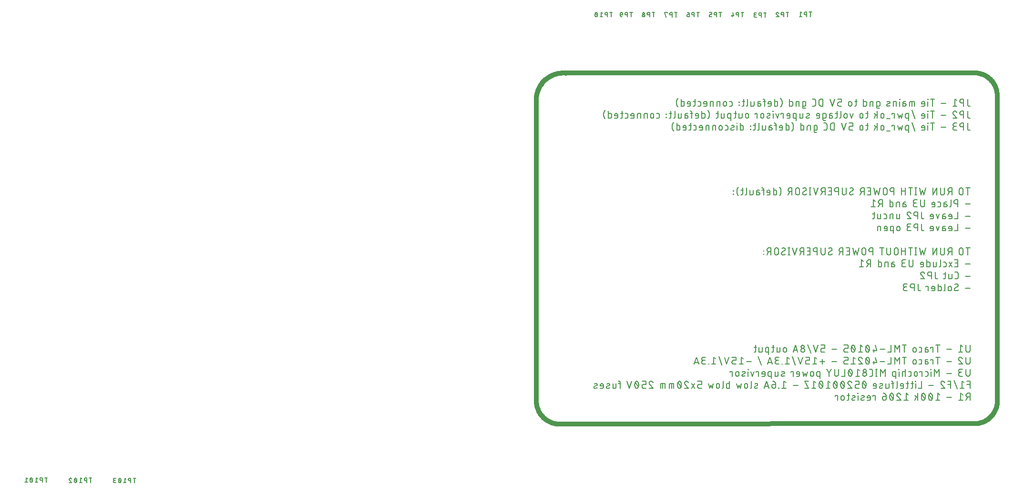
<source format=gbr>
G04 EAGLE Gerber RS-274X export*
G75*
%MOMM*%
%FSLAX34Y34*%
%LPD*%
%INSilkscreen Bottom*%
%IPPOS*%
%AMOC8*
5,1,8,0,0,1.08239X$1,22.5*%
G01*
G04 Define Apertures*
%ADD10C,0.177800*%
%ADD11C,0.812800*%
%ADD12C,0.203200*%
D10*
X1684636Y712979D02*
X1684636Y703299D01*
X1684638Y703196D01*
X1684644Y703092D01*
X1684653Y702989D01*
X1684667Y702887D01*
X1684684Y702785D01*
X1684705Y702684D01*
X1684730Y702583D01*
X1684759Y702484D01*
X1684791Y702385D01*
X1684827Y702288D01*
X1684867Y702193D01*
X1684910Y702099D01*
X1684957Y702007D01*
X1685007Y701916D01*
X1685060Y701827D01*
X1685117Y701741D01*
X1685176Y701656D01*
X1685239Y701574D01*
X1685305Y701495D01*
X1685374Y701418D01*
X1685446Y701343D01*
X1685521Y701271D01*
X1685598Y701202D01*
X1685677Y701136D01*
X1685760Y701073D01*
X1685844Y701014D01*
X1685930Y700957D01*
X1686019Y700904D01*
X1686110Y700854D01*
X1686202Y700807D01*
X1686296Y700764D01*
X1686391Y700724D01*
X1686488Y700688D01*
X1686587Y700656D01*
X1686686Y700627D01*
X1686787Y700602D01*
X1686888Y700581D01*
X1686990Y700564D01*
X1687092Y700550D01*
X1687195Y700541D01*
X1687299Y700535D01*
X1687402Y700533D01*
X1688785Y700533D01*
X1677720Y700533D02*
X1677720Y712979D01*
X1674262Y712979D01*
X1674145Y712977D01*
X1674029Y712971D01*
X1673912Y712961D01*
X1673796Y712947D01*
X1673681Y712930D01*
X1673566Y712908D01*
X1673452Y712883D01*
X1673339Y712854D01*
X1673227Y712820D01*
X1673116Y712784D01*
X1673007Y712743D01*
X1672899Y712699D01*
X1672792Y712651D01*
X1672687Y712600D01*
X1672584Y712545D01*
X1672483Y712486D01*
X1672384Y712424D01*
X1672287Y712359D01*
X1672192Y712291D01*
X1672100Y712220D01*
X1672010Y712145D01*
X1671923Y712067D01*
X1671838Y711987D01*
X1671756Y711904D01*
X1671677Y711818D01*
X1671601Y711729D01*
X1671528Y711638D01*
X1671458Y711545D01*
X1671392Y711449D01*
X1671328Y711351D01*
X1671268Y711251D01*
X1671211Y711148D01*
X1671158Y711044D01*
X1671109Y710939D01*
X1671063Y710831D01*
X1671020Y710723D01*
X1670981Y710612D01*
X1670947Y710501D01*
X1670915Y710389D01*
X1670888Y710275D01*
X1670864Y710161D01*
X1670845Y710045D01*
X1670829Y709930D01*
X1670817Y709814D01*
X1670809Y709697D01*
X1670805Y709580D01*
X1670805Y709464D01*
X1670809Y709347D01*
X1670817Y709230D01*
X1670829Y709114D01*
X1670845Y708999D01*
X1670864Y708883D01*
X1670888Y708769D01*
X1670915Y708655D01*
X1670947Y708543D01*
X1670981Y708432D01*
X1671020Y708321D01*
X1671063Y708213D01*
X1671109Y708105D01*
X1671158Y708000D01*
X1671211Y707896D01*
X1671268Y707794D01*
X1671328Y707693D01*
X1671392Y707595D01*
X1671458Y707499D01*
X1671528Y707406D01*
X1671601Y707315D01*
X1671677Y707226D01*
X1671756Y707140D01*
X1671838Y707057D01*
X1671923Y706977D01*
X1672010Y706899D01*
X1672100Y706824D01*
X1672192Y706753D01*
X1672287Y706685D01*
X1672384Y706620D01*
X1672483Y706558D01*
X1672584Y706499D01*
X1672687Y706444D01*
X1672792Y706393D01*
X1672899Y706345D01*
X1673007Y706301D01*
X1673116Y706260D01*
X1673227Y706224D01*
X1673339Y706190D01*
X1673452Y706161D01*
X1673566Y706136D01*
X1673681Y706114D01*
X1673796Y706097D01*
X1673912Y706083D01*
X1674029Y706073D01*
X1674145Y706067D01*
X1674262Y706065D01*
X1677720Y706065D01*
X1665588Y710213D02*
X1662130Y712979D01*
X1662130Y700533D01*
X1658673Y700533D02*
X1665588Y700533D01*
X1645797Y705373D02*
X1637499Y705373D01*
X1622019Y700533D02*
X1622019Y712979D01*
X1625476Y712979D02*
X1618562Y712979D01*
X1613911Y708830D02*
X1613911Y700533D01*
X1614257Y712288D02*
X1614257Y712979D01*
X1613565Y712979D01*
X1613565Y712288D01*
X1614257Y712288D01*
X1606495Y700533D02*
X1603038Y700533D01*
X1606495Y700533D02*
X1606583Y700535D01*
X1606671Y700540D01*
X1606758Y700550D01*
X1606846Y700563D01*
X1606932Y700580D01*
X1607018Y700600D01*
X1607102Y700624D01*
X1607186Y700651D01*
X1607268Y700683D01*
X1607349Y700717D01*
X1607429Y700755D01*
X1607506Y700796D01*
X1607582Y700841D01*
X1607656Y700889D01*
X1607728Y700940D01*
X1607798Y700993D01*
X1607865Y701050D01*
X1607930Y701110D01*
X1607992Y701172D01*
X1608052Y701237D01*
X1608109Y701304D01*
X1608162Y701374D01*
X1608213Y701446D01*
X1608261Y701520D01*
X1608306Y701596D01*
X1608347Y701673D01*
X1608385Y701753D01*
X1608419Y701834D01*
X1608451Y701916D01*
X1608478Y702000D01*
X1608502Y702084D01*
X1608522Y702170D01*
X1608539Y702256D01*
X1608552Y702344D01*
X1608562Y702431D01*
X1608567Y702519D01*
X1608569Y702607D01*
X1608569Y706065D01*
X1608567Y706168D01*
X1608561Y706272D01*
X1608552Y706375D01*
X1608538Y706477D01*
X1608521Y706579D01*
X1608500Y706680D01*
X1608475Y706781D01*
X1608446Y706880D01*
X1608414Y706979D01*
X1608378Y707076D01*
X1608338Y707171D01*
X1608295Y707265D01*
X1608248Y707357D01*
X1608198Y707448D01*
X1608145Y707537D01*
X1608088Y707623D01*
X1608029Y707708D01*
X1607966Y707790D01*
X1607900Y707869D01*
X1607831Y707946D01*
X1607759Y708021D01*
X1607684Y708093D01*
X1607607Y708162D01*
X1607528Y708228D01*
X1607446Y708291D01*
X1607361Y708350D01*
X1607275Y708407D01*
X1607186Y708460D01*
X1607095Y708510D01*
X1607003Y708557D01*
X1606909Y708600D01*
X1606814Y708640D01*
X1606717Y708676D01*
X1606618Y708708D01*
X1606519Y708737D01*
X1606418Y708762D01*
X1606317Y708783D01*
X1606215Y708800D01*
X1606113Y708814D01*
X1606010Y708823D01*
X1605906Y708829D01*
X1605803Y708831D01*
X1605700Y708829D01*
X1605596Y708823D01*
X1605493Y708814D01*
X1605391Y708800D01*
X1605289Y708783D01*
X1605188Y708762D01*
X1605087Y708737D01*
X1604988Y708708D01*
X1604889Y708676D01*
X1604792Y708640D01*
X1604697Y708600D01*
X1604603Y708557D01*
X1604511Y708510D01*
X1604420Y708460D01*
X1604331Y708407D01*
X1604245Y708350D01*
X1604160Y708291D01*
X1604078Y708228D01*
X1603999Y708162D01*
X1603922Y708093D01*
X1603847Y708021D01*
X1603775Y707946D01*
X1603706Y707869D01*
X1603640Y707790D01*
X1603577Y707708D01*
X1603518Y707623D01*
X1603461Y707537D01*
X1603408Y707448D01*
X1603358Y707357D01*
X1603311Y707265D01*
X1603268Y707171D01*
X1603228Y707076D01*
X1603192Y706979D01*
X1603160Y706880D01*
X1603131Y706781D01*
X1603106Y706680D01*
X1603085Y706579D01*
X1603068Y706477D01*
X1603054Y706375D01*
X1603045Y706272D01*
X1603039Y706168D01*
X1603037Y706065D01*
X1603038Y706065D02*
X1603038Y704682D01*
X1608569Y704682D01*
X1589896Y700533D02*
X1589896Y708830D01*
X1583673Y708830D01*
X1583585Y708828D01*
X1583497Y708823D01*
X1583410Y708813D01*
X1583322Y708800D01*
X1583236Y708783D01*
X1583150Y708763D01*
X1583066Y708739D01*
X1582982Y708712D01*
X1582900Y708680D01*
X1582819Y708646D01*
X1582739Y708608D01*
X1582662Y708567D01*
X1582586Y708522D01*
X1582512Y708474D01*
X1582440Y708423D01*
X1582370Y708370D01*
X1582303Y708313D01*
X1582238Y708253D01*
X1582176Y708191D01*
X1582116Y708126D01*
X1582059Y708059D01*
X1582006Y707989D01*
X1581955Y707917D01*
X1581907Y707843D01*
X1581862Y707767D01*
X1581821Y707690D01*
X1581783Y707610D01*
X1581749Y707529D01*
X1581717Y707447D01*
X1581690Y707363D01*
X1581666Y707279D01*
X1581646Y707193D01*
X1581629Y707107D01*
X1581616Y707019D01*
X1581606Y706932D01*
X1581601Y706844D01*
X1581599Y706756D01*
X1581599Y700533D01*
X1585748Y700533D02*
X1585748Y708830D01*
X1572950Y705373D02*
X1569838Y705373D01*
X1572950Y705373D02*
X1573047Y705371D01*
X1573145Y705365D01*
X1573242Y705355D01*
X1573338Y705342D01*
X1573434Y705324D01*
X1573529Y705303D01*
X1573623Y705277D01*
X1573716Y705248D01*
X1573808Y705216D01*
X1573899Y705179D01*
X1573987Y705139D01*
X1574075Y705096D01*
X1574160Y705049D01*
X1574243Y704998D01*
X1574325Y704945D01*
X1574404Y704888D01*
X1574481Y704828D01*
X1574555Y704764D01*
X1574626Y704698D01*
X1574695Y704629D01*
X1574761Y704558D01*
X1574825Y704484D01*
X1574885Y704407D01*
X1574942Y704328D01*
X1574995Y704246D01*
X1575046Y704163D01*
X1575093Y704078D01*
X1575136Y703990D01*
X1575176Y703902D01*
X1575213Y703811D01*
X1575245Y703719D01*
X1575274Y703626D01*
X1575300Y703532D01*
X1575321Y703437D01*
X1575339Y703341D01*
X1575352Y703245D01*
X1575362Y703148D01*
X1575368Y703050D01*
X1575370Y702953D01*
X1575368Y702856D01*
X1575362Y702758D01*
X1575352Y702661D01*
X1575339Y702565D01*
X1575321Y702469D01*
X1575300Y702374D01*
X1575274Y702280D01*
X1575245Y702187D01*
X1575213Y702095D01*
X1575176Y702004D01*
X1575136Y701916D01*
X1575093Y701828D01*
X1575046Y701743D01*
X1574995Y701660D01*
X1574942Y701578D01*
X1574885Y701499D01*
X1574825Y701422D01*
X1574761Y701348D01*
X1574695Y701277D01*
X1574626Y701208D01*
X1574555Y701142D01*
X1574481Y701078D01*
X1574404Y701018D01*
X1574325Y700961D01*
X1574243Y700908D01*
X1574160Y700857D01*
X1574075Y700810D01*
X1573987Y700767D01*
X1573899Y700727D01*
X1573808Y700690D01*
X1573716Y700658D01*
X1573623Y700629D01*
X1573529Y700603D01*
X1573434Y700582D01*
X1573338Y700564D01*
X1573242Y700551D01*
X1573145Y700541D01*
X1573047Y700535D01*
X1572950Y700533D01*
X1569838Y700533D01*
X1569838Y706756D01*
X1569840Y706844D01*
X1569845Y706932D01*
X1569855Y707019D01*
X1569868Y707107D01*
X1569885Y707193D01*
X1569905Y707279D01*
X1569929Y707363D01*
X1569956Y707447D01*
X1569988Y707529D01*
X1570022Y707610D01*
X1570060Y707690D01*
X1570101Y707767D01*
X1570146Y707843D01*
X1570194Y707917D01*
X1570245Y707989D01*
X1570298Y708059D01*
X1570355Y708126D01*
X1570415Y708191D01*
X1570477Y708253D01*
X1570542Y708313D01*
X1570609Y708370D01*
X1570679Y708423D01*
X1570751Y708474D01*
X1570825Y708522D01*
X1570901Y708567D01*
X1570978Y708608D01*
X1571058Y708646D01*
X1571139Y708680D01*
X1571221Y708712D01*
X1571305Y708739D01*
X1571389Y708763D01*
X1571475Y708783D01*
X1571561Y708800D01*
X1571649Y708813D01*
X1571736Y708823D01*
X1571824Y708828D01*
X1571912Y708830D01*
X1574678Y708830D01*
X1563985Y708830D02*
X1563985Y700533D01*
X1564331Y712288D02*
X1564331Y712979D01*
X1563639Y712979D01*
X1563639Y712288D01*
X1564331Y712288D01*
X1558216Y708830D02*
X1558216Y700533D01*
X1558216Y708830D02*
X1554759Y708830D01*
X1554671Y708828D01*
X1554583Y708823D01*
X1554496Y708813D01*
X1554408Y708800D01*
X1554322Y708783D01*
X1554236Y708763D01*
X1554152Y708739D01*
X1554068Y708712D01*
X1553986Y708680D01*
X1553905Y708646D01*
X1553825Y708608D01*
X1553748Y708567D01*
X1553672Y708522D01*
X1553598Y708474D01*
X1553526Y708423D01*
X1553456Y708370D01*
X1553389Y708313D01*
X1553324Y708253D01*
X1553262Y708191D01*
X1553202Y708126D01*
X1553145Y708059D01*
X1553092Y707989D01*
X1553041Y707917D01*
X1552993Y707843D01*
X1552948Y707767D01*
X1552907Y707690D01*
X1552869Y707610D01*
X1552835Y707529D01*
X1552803Y707447D01*
X1552776Y707363D01*
X1552752Y707279D01*
X1552732Y707193D01*
X1552715Y707107D01*
X1552702Y707019D01*
X1552692Y706932D01*
X1552687Y706844D01*
X1552685Y706756D01*
X1552685Y700533D01*
X1545658Y705373D02*
X1542201Y703990D01*
X1545658Y705373D02*
X1545734Y705406D01*
X1545809Y705442D01*
X1545882Y705481D01*
X1545953Y705524D01*
X1546022Y705570D01*
X1546089Y705619D01*
X1546153Y705672D01*
X1546215Y705727D01*
X1546274Y705785D01*
X1546331Y705845D01*
X1546385Y705909D01*
X1546435Y705974D01*
X1546483Y706042D01*
X1546527Y706112D01*
X1546569Y706184D01*
X1546606Y706258D01*
X1546641Y706333D01*
X1546672Y706410D01*
X1546699Y706489D01*
X1546722Y706568D01*
X1546742Y706649D01*
X1546758Y706730D01*
X1546771Y706812D01*
X1546779Y706894D01*
X1546784Y706977D01*
X1546785Y707060D01*
X1546782Y707143D01*
X1546775Y707226D01*
X1546765Y707308D01*
X1546750Y707390D01*
X1546732Y707471D01*
X1546710Y707551D01*
X1546685Y707629D01*
X1546655Y707707D01*
X1546623Y707783D01*
X1546587Y707858D01*
X1546547Y707931D01*
X1546504Y708002D01*
X1546458Y708071D01*
X1546408Y708137D01*
X1546356Y708202D01*
X1546301Y708263D01*
X1546243Y708323D01*
X1546182Y708379D01*
X1546119Y708433D01*
X1546053Y708483D01*
X1545985Y708531D01*
X1545915Y708575D01*
X1545843Y708616D01*
X1545769Y708654D01*
X1545694Y708688D01*
X1545617Y708719D01*
X1545538Y708746D01*
X1545459Y708769D01*
X1545378Y708789D01*
X1545297Y708805D01*
X1545215Y708817D01*
X1545132Y708826D01*
X1545049Y708830D01*
X1544966Y708831D01*
X1544967Y708831D02*
X1544778Y708826D01*
X1544589Y708817D01*
X1544401Y708803D01*
X1544213Y708784D01*
X1544026Y708761D01*
X1543839Y708733D01*
X1543653Y708701D01*
X1543468Y708665D01*
X1543283Y708624D01*
X1543100Y708579D01*
X1542918Y708529D01*
X1542737Y708475D01*
X1542558Y708416D01*
X1542380Y708353D01*
X1542203Y708286D01*
X1542028Y708215D01*
X1541855Y708140D01*
X1542200Y703991D02*
X1542124Y703958D01*
X1542049Y703922D01*
X1541976Y703883D01*
X1541905Y703840D01*
X1541836Y703794D01*
X1541769Y703745D01*
X1541705Y703692D01*
X1541643Y703637D01*
X1541584Y703579D01*
X1541527Y703519D01*
X1541473Y703455D01*
X1541423Y703390D01*
X1541375Y703322D01*
X1541331Y703252D01*
X1541289Y703180D01*
X1541252Y703106D01*
X1541217Y703031D01*
X1541186Y702954D01*
X1541159Y702875D01*
X1541136Y702796D01*
X1541116Y702715D01*
X1541100Y702634D01*
X1541087Y702552D01*
X1541079Y702470D01*
X1541074Y702387D01*
X1541073Y702304D01*
X1541076Y702221D01*
X1541083Y702138D01*
X1541093Y702056D01*
X1541108Y701974D01*
X1541126Y701893D01*
X1541148Y701813D01*
X1541173Y701735D01*
X1541203Y701657D01*
X1541235Y701581D01*
X1541271Y701506D01*
X1541311Y701433D01*
X1541354Y701362D01*
X1541400Y701293D01*
X1541449Y701227D01*
X1541502Y701162D01*
X1541557Y701101D01*
X1541615Y701041D01*
X1541676Y700985D01*
X1541739Y700931D01*
X1541805Y700881D01*
X1541873Y700833D01*
X1541943Y700789D01*
X1542015Y700748D01*
X1542089Y700710D01*
X1542164Y700676D01*
X1542241Y700645D01*
X1542320Y700618D01*
X1542399Y700595D01*
X1542480Y700575D01*
X1542561Y700559D01*
X1542643Y700547D01*
X1542726Y700538D01*
X1542809Y700534D01*
X1542892Y700533D01*
X1543170Y700540D01*
X1543447Y700554D01*
X1543723Y700575D01*
X1543999Y700601D01*
X1544275Y700635D01*
X1544549Y700675D01*
X1544823Y700721D01*
X1545095Y700774D01*
X1545366Y700833D01*
X1545635Y700899D01*
X1545903Y700971D01*
X1546169Y701049D01*
X1546433Y701134D01*
X1546695Y701225D01*
X1526783Y700533D02*
X1523326Y700533D01*
X1526783Y700533D02*
X1526871Y700535D01*
X1526959Y700540D01*
X1527046Y700550D01*
X1527134Y700563D01*
X1527220Y700580D01*
X1527306Y700600D01*
X1527390Y700624D01*
X1527474Y700651D01*
X1527556Y700683D01*
X1527637Y700717D01*
X1527717Y700755D01*
X1527794Y700796D01*
X1527870Y700841D01*
X1527944Y700889D01*
X1528016Y700940D01*
X1528086Y700993D01*
X1528153Y701050D01*
X1528218Y701110D01*
X1528280Y701172D01*
X1528340Y701237D01*
X1528397Y701304D01*
X1528450Y701374D01*
X1528501Y701446D01*
X1528549Y701520D01*
X1528594Y701596D01*
X1528635Y701673D01*
X1528673Y701753D01*
X1528707Y701834D01*
X1528739Y701916D01*
X1528766Y702000D01*
X1528790Y702084D01*
X1528810Y702170D01*
X1528827Y702256D01*
X1528840Y702344D01*
X1528850Y702431D01*
X1528855Y702519D01*
X1528857Y702607D01*
X1528857Y706756D01*
X1528855Y706844D01*
X1528850Y706932D01*
X1528840Y707019D01*
X1528827Y707107D01*
X1528810Y707193D01*
X1528790Y707279D01*
X1528766Y707363D01*
X1528739Y707447D01*
X1528707Y707529D01*
X1528673Y707610D01*
X1528635Y707690D01*
X1528594Y707767D01*
X1528549Y707843D01*
X1528501Y707917D01*
X1528450Y707989D01*
X1528397Y708059D01*
X1528340Y708126D01*
X1528280Y708191D01*
X1528218Y708253D01*
X1528153Y708313D01*
X1528086Y708370D01*
X1528016Y708423D01*
X1527944Y708474D01*
X1527870Y708522D01*
X1527794Y708567D01*
X1527717Y708608D01*
X1527637Y708646D01*
X1527556Y708680D01*
X1527474Y708712D01*
X1527390Y708739D01*
X1527306Y708763D01*
X1527220Y708783D01*
X1527134Y708800D01*
X1527046Y708813D01*
X1526959Y708823D01*
X1526871Y708828D01*
X1526783Y708830D01*
X1523326Y708830D01*
X1523326Y698459D01*
X1523328Y698369D01*
X1523334Y698278D01*
X1523344Y698188D01*
X1523358Y698099D01*
X1523375Y698010D01*
X1523397Y697922D01*
X1523422Y697835D01*
X1523451Y697750D01*
X1523484Y697665D01*
X1523520Y697583D01*
X1523560Y697501D01*
X1523604Y697422D01*
X1523651Y697345D01*
X1523701Y697269D01*
X1523755Y697196D01*
X1523811Y697126D01*
X1523871Y697058D01*
X1523933Y696992D01*
X1523999Y696930D01*
X1524067Y696870D01*
X1524137Y696814D01*
X1524210Y696760D01*
X1524286Y696710D01*
X1524363Y696663D01*
X1524442Y696619D01*
X1524523Y696579D01*
X1524606Y696543D01*
X1524691Y696510D01*
X1524776Y696481D01*
X1524863Y696456D01*
X1524951Y696434D01*
X1525040Y696417D01*
X1525129Y696403D01*
X1525219Y696393D01*
X1525309Y696387D01*
X1525400Y696385D01*
X1525400Y696384D02*
X1528166Y696384D01*
X1516825Y700533D02*
X1516825Y708830D01*
X1513367Y708830D01*
X1513279Y708828D01*
X1513191Y708823D01*
X1513104Y708813D01*
X1513016Y708800D01*
X1512930Y708783D01*
X1512844Y708763D01*
X1512760Y708739D01*
X1512676Y708712D01*
X1512594Y708680D01*
X1512513Y708646D01*
X1512433Y708608D01*
X1512356Y708567D01*
X1512280Y708522D01*
X1512206Y708474D01*
X1512134Y708423D01*
X1512064Y708370D01*
X1511997Y708313D01*
X1511932Y708253D01*
X1511870Y708191D01*
X1511810Y708126D01*
X1511753Y708059D01*
X1511700Y707989D01*
X1511649Y707917D01*
X1511601Y707843D01*
X1511556Y707767D01*
X1511515Y707690D01*
X1511477Y707610D01*
X1511443Y707529D01*
X1511411Y707447D01*
X1511384Y707363D01*
X1511360Y707279D01*
X1511340Y707193D01*
X1511323Y707107D01*
X1511310Y707019D01*
X1511300Y706932D01*
X1511295Y706844D01*
X1511293Y706756D01*
X1511293Y700533D01*
X1499856Y700533D02*
X1499856Y712979D01*
X1499856Y700533D02*
X1503313Y700533D01*
X1503401Y700535D01*
X1503489Y700540D01*
X1503576Y700550D01*
X1503664Y700563D01*
X1503750Y700580D01*
X1503836Y700600D01*
X1503920Y700624D01*
X1504004Y700651D01*
X1504086Y700683D01*
X1504167Y700717D01*
X1504247Y700755D01*
X1504324Y700796D01*
X1504400Y700841D01*
X1504474Y700889D01*
X1504546Y700940D01*
X1504616Y700993D01*
X1504683Y701050D01*
X1504748Y701110D01*
X1504810Y701172D01*
X1504870Y701237D01*
X1504927Y701304D01*
X1504980Y701374D01*
X1505031Y701446D01*
X1505079Y701520D01*
X1505124Y701596D01*
X1505165Y701673D01*
X1505203Y701753D01*
X1505237Y701834D01*
X1505269Y701916D01*
X1505296Y702000D01*
X1505320Y702084D01*
X1505340Y702170D01*
X1505357Y702256D01*
X1505370Y702344D01*
X1505380Y702431D01*
X1505385Y702519D01*
X1505387Y702607D01*
X1505388Y702607D02*
X1505388Y706756D01*
X1505387Y706756D02*
X1505385Y706844D01*
X1505380Y706932D01*
X1505370Y707019D01*
X1505357Y707107D01*
X1505340Y707193D01*
X1505320Y707279D01*
X1505296Y707363D01*
X1505269Y707447D01*
X1505237Y707529D01*
X1505203Y707610D01*
X1505165Y707690D01*
X1505124Y707767D01*
X1505079Y707843D01*
X1505031Y707917D01*
X1504980Y707989D01*
X1504927Y708059D01*
X1504870Y708126D01*
X1504810Y708191D01*
X1504748Y708253D01*
X1504683Y708313D01*
X1504616Y708370D01*
X1504546Y708423D01*
X1504474Y708474D01*
X1504400Y708522D01*
X1504324Y708567D01*
X1504247Y708608D01*
X1504167Y708646D01*
X1504086Y708680D01*
X1504004Y708712D01*
X1503920Y708739D01*
X1503836Y708763D01*
X1503750Y708783D01*
X1503664Y708800D01*
X1503576Y708813D01*
X1503489Y708823D01*
X1503401Y708828D01*
X1503313Y708830D01*
X1499856Y708830D01*
X1488102Y708830D02*
X1483953Y708830D01*
X1486719Y712979D02*
X1486719Y702607D01*
X1486717Y702519D01*
X1486712Y702431D01*
X1486702Y702344D01*
X1486689Y702256D01*
X1486672Y702170D01*
X1486652Y702084D01*
X1486628Y702000D01*
X1486601Y701916D01*
X1486569Y701834D01*
X1486535Y701753D01*
X1486497Y701673D01*
X1486456Y701596D01*
X1486411Y701520D01*
X1486363Y701446D01*
X1486312Y701374D01*
X1486259Y701304D01*
X1486202Y701237D01*
X1486142Y701172D01*
X1486080Y701110D01*
X1486015Y701050D01*
X1485948Y700993D01*
X1485878Y700940D01*
X1485806Y700889D01*
X1485732Y700841D01*
X1485656Y700796D01*
X1485579Y700755D01*
X1485499Y700717D01*
X1485418Y700683D01*
X1485336Y700651D01*
X1485252Y700624D01*
X1485168Y700600D01*
X1485082Y700580D01*
X1484996Y700563D01*
X1484908Y700550D01*
X1484821Y700540D01*
X1484733Y700535D01*
X1484645Y700533D01*
X1483953Y700533D01*
X1478846Y703299D02*
X1478846Y706065D01*
X1478847Y706065D02*
X1478845Y706168D01*
X1478839Y706272D01*
X1478830Y706375D01*
X1478816Y706477D01*
X1478799Y706579D01*
X1478778Y706680D01*
X1478753Y706781D01*
X1478724Y706880D01*
X1478692Y706979D01*
X1478656Y707076D01*
X1478616Y707171D01*
X1478573Y707265D01*
X1478526Y707357D01*
X1478476Y707448D01*
X1478423Y707537D01*
X1478366Y707623D01*
X1478307Y707708D01*
X1478244Y707790D01*
X1478178Y707869D01*
X1478109Y707946D01*
X1478037Y708021D01*
X1477962Y708093D01*
X1477885Y708162D01*
X1477806Y708228D01*
X1477724Y708291D01*
X1477639Y708350D01*
X1477553Y708407D01*
X1477464Y708460D01*
X1477373Y708510D01*
X1477281Y708557D01*
X1477187Y708600D01*
X1477092Y708640D01*
X1476995Y708676D01*
X1476896Y708708D01*
X1476797Y708737D01*
X1476696Y708762D01*
X1476595Y708783D01*
X1476493Y708800D01*
X1476391Y708814D01*
X1476288Y708823D01*
X1476184Y708829D01*
X1476081Y708831D01*
X1475978Y708829D01*
X1475874Y708823D01*
X1475771Y708814D01*
X1475669Y708800D01*
X1475567Y708783D01*
X1475466Y708762D01*
X1475365Y708737D01*
X1475266Y708708D01*
X1475167Y708676D01*
X1475070Y708640D01*
X1474975Y708600D01*
X1474881Y708557D01*
X1474789Y708510D01*
X1474698Y708460D01*
X1474609Y708407D01*
X1474523Y708350D01*
X1474438Y708291D01*
X1474356Y708228D01*
X1474277Y708162D01*
X1474200Y708093D01*
X1474125Y708021D01*
X1474053Y707946D01*
X1473984Y707869D01*
X1473918Y707790D01*
X1473855Y707708D01*
X1473796Y707623D01*
X1473739Y707537D01*
X1473686Y707448D01*
X1473636Y707357D01*
X1473589Y707265D01*
X1473546Y707171D01*
X1473506Y707076D01*
X1473470Y706979D01*
X1473438Y706880D01*
X1473409Y706781D01*
X1473384Y706680D01*
X1473363Y706579D01*
X1473346Y706477D01*
X1473332Y706375D01*
X1473323Y706272D01*
X1473317Y706168D01*
X1473315Y706065D01*
X1473315Y703299D01*
X1473317Y703196D01*
X1473323Y703092D01*
X1473332Y702989D01*
X1473346Y702887D01*
X1473363Y702785D01*
X1473384Y702684D01*
X1473409Y702583D01*
X1473438Y702484D01*
X1473470Y702385D01*
X1473506Y702288D01*
X1473546Y702193D01*
X1473589Y702099D01*
X1473636Y702007D01*
X1473686Y701916D01*
X1473739Y701827D01*
X1473796Y701741D01*
X1473855Y701656D01*
X1473918Y701574D01*
X1473984Y701495D01*
X1474053Y701418D01*
X1474125Y701343D01*
X1474200Y701271D01*
X1474277Y701202D01*
X1474356Y701136D01*
X1474438Y701073D01*
X1474523Y701014D01*
X1474609Y700957D01*
X1474698Y700904D01*
X1474789Y700854D01*
X1474881Y700807D01*
X1474975Y700764D01*
X1475070Y700724D01*
X1475167Y700688D01*
X1475266Y700656D01*
X1475365Y700627D01*
X1475466Y700602D01*
X1475567Y700581D01*
X1475669Y700564D01*
X1475771Y700550D01*
X1475874Y700541D01*
X1475978Y700535D01*
X1476081Y700533D01*
X1476184Y700535D01*
X1476288Y700541D01*
X1476391Y700550D01*
X1476493Y700564D01*
X1476595Y700581D01*
X1476696Y700602D01*
X1476797Y700627D01*
X1476896Y700656D01*
X1476995Y700688D01*
X1477092Y700724D01*
X1477187Y700764D01*
X1477281Y700807D01*
X1477373Y700854D01*
X1477464Y700904D01*
X1477553Y700957D01*
X1477639Y701014D01*
X1477724Y701073D01*
X1477806Y701136D01*
X1477885Y701202D01*
X1477962Y701271D01*
X1478037Y701343D01*
X1478109Y701418D01*
X1478178Y701495D01*
X1478244Y701574D01*
X1478307Y701656D01*
X1478366Y701741D01*
X1478423Y701827D01*
X1478476Y701916D01*
X1478526Y702007D01*
X1478573Y702099D01*
X1478616Y702193D01*
X1478656Y702288D01*
X1478692Y702385D01*
X1478724Y702484D01*
X1478753Y702583D01*
X1478778Y702684D01*
X1478799Y702785D01*
X1478816Y702887D01*
X1478830Y702989D01*
X1478839Y703092D01*
X1478845Y703196D01*
X1478847Y703299D01*
X1460762Y700533D02*
X1456614Y700533D01*
X1456511Y700535D01*
X1456407Y700541D01*
X1456304Y700550D01*
X1456202Y700564D01*
X1456100Y700581D01*
X1455999Y700602D01*
X1455898Y700627D01*
X1455799Y700656D01*
X1455700Y700688D01*
X1455603Y700724D01*
X1455508Y700764D01*
X1455414Y700807D01*
X1455322Y700854D01*
X1455231Y700904D01*
X1455142Y700957D01*
X1455056Y701014D01*
X1454972Y701073D01*
X1454889Y701136D01*
X1454810Y701202D01*
X1454733Y701271D01*
X1454658Y701343D01*
X1454586Y701418D01*
X1454517Y701495D01*
X1454451Y701574D01*
X1454389Y701656D01*
X1454329Y701741D01*
X1454272Y701827D01*
X1454219Y701916D01*
X1454169Y702006D01*
X1454122Y702099D01*
X1454079Y702193D01*
X1454039Y702288D01*
X1454003Y702385D01*
X1453971Y702484D01*
X1453942Y702583D01*
X1453917Y702683D01*
X1453896Y702785D01*
X1453879Y702887D01*
X1453865Y702989D01*
X1453856Y703092D01*
X1453850Y703196D01*
X1453848Y703299D01*
X1453848Y704682D01*
X1453850Y704785D01*
X1453856Y704889D01*
X1453865Y704992D01*
X1453879Y705094D01*
X1453896Y705196D01*
X1453917Y705297D01*
X1453942Y705398D01*
X1453971Y705497D01*
X1454003Y705596D01*
X1454039Y705693D01*
X1454079Y705788D01*
X1454122Y705882D01*
X1454169Y705974D01*
X1454219Y706065D01*
X1454272Y706154D01*
X1454329Y706240D01*
X1454388Y706325D01*
X1454451Y706407D01*
X1454517Y706486D01*
X1454586Y706563D01*
X1454658Y706638D01*
X1454733Y706710D01*
X1454810Y706779D01*
X1454889Y706845D01*
X1454972Y706908D01*
X1455056Y706967D01*
X1455142Y707024D01*
X1455231Y707077D01*
X1455322Y707127D01*
X1455414Y707174D01*
X1455508Y707217D01*
X1455603Y707257D01*
X1455700Y707293D01*
X1455799Y707325D01*
X1455898Y707354D01*
X1455999Y707379D01*
X1456100Y707400D01*
X1456202Y707417D01*
X1456304Y707431D01*
X1456407Y707440D01*
X1456511Y707446D01*
X1456614Y707448D01*
X1456614Y707447D02*
X1460762Y707447D01*
X1460762Y712979D01*
X1453848Y712979D01*
X1448652Y712979D02*
X1444503Y700533D01*
X1440355Y712979D01*
X1427905Y712979D02*
X1427905Y700533D01*
X1427905Y712979D02*
X1424448Y712979D01*
X1424332Y712977D01*
X1424217Y712971D01*
X1424102Y712962D01*
X1423987Y712948D01*
X1423873Y712931D01*
X1423759Y712910D01*
X1423647Y712885D01*
X1423535Y712856D01*
X1423424Y712824D01*
X1423314Y712788D01*
X1423206Y712748D01*
X1423098Y712705D01*
X1422993Y712658D01*
X1422889Y712607D01*
X1422787Y712554D01*
X1422686Y712496D01*
X1422588Y712436D01*
X1422492Y712372D01*
X1422397Y712305D01*
X1422306Y712235D01*
X1422216Y712162D01*
X1422129Y712086D01*
X1422045Y712007D01*
X1421963Y711925D01*
X1421884Y711841D01*
X1421808Y711754D01*
X1421735Y711664D01*
X1421665Y711573D01*
X1421598Y711478D01*
X1421534Y711382D01*
X1421474Y711284D01*
X1421416Y711183D01*
X1421363Y711081D01*
X1421312Y710977D01*
X1421265Y710872D01*
X1421222Y710764D01*
X1421182Y710656D01*
X1421146Y710546D01*
X1421114Y710435D01*
X1421085Y710323D01*
X1421060Y710211D01*
X1421039Y710097D01*
X1421022Y709983D01*
X1421008Y709868D01*
X1420999Y709753D01*
X1420993Y709638D01*
X1420991Y709522D01*
X1420990Y709522D02*
X1420990Y703990D01*
X1420991Y703990D02*
X1420993Y703874D01*
X1420999Y703759D01*
X1421008Y703644D01*
X1421022Y703529D01*
X1421039Y703415D01*
X1421060Y703301D01*
X1421085Y703189D01*
X1421114Y703077D01*
X1421146Y702966D01*
X1421182Y702856D01*
X1421222Y702748D01*
X1421265Y702640D01*
X1421312Y702535D01*
X1421363Y702431D01*
X1421416Y702329D01*
X1421474Y702228D01*
X1421534Y702130D01*
X1421598Y702034D01*
X1421665Y701939D01*
X1421735Y701848D01*
X1421808Y701758D01*
X1421884Y701671D01*
X1421963Y701587D01*
X1422045Y701505D01*
X1422129Y701426D01*
X1422216Y701350D01*
X1422306Y701277D01*
X1422397Y701207D01*
X1422492Y701140D01*
X1422588Y701076D01*
X1422686Y701016D01*
X1422787Y700958D01*
X1422889Y700905D01*
X1422993Y700854D01*
X1423098Y700807D01*
X1423206Y700764D01*
X1423314Y700724D01*
X1423424Y700688D01*
X1423535Y700656D01*
X1423647Y700627D01*
X1423759Y700602D01*
X1423873Y700581D01*
X1423987Y700564D01*
X1424102Y700550D01*
X1424217Y700541D01*
X1424332Y700535D01*
X1424448Y700533D01*
X1427905Y700533D01*
X1411958Y700533D02*
X1409193Y700533D01*
X1411958Y700533D02*
X1412061Y700535D01*
X1412165Y700541D01*
X1412268Y700550D01*
X1412370Y700564D01*
X1412472Y700581D01*
X1412573Y700602D01*
X1412674Y700627D01*
X1412773Y700656D01*
X1412872Y700688D01*
X1412969Y700724D01*
X1413064Y700764D01*
X1413158Y700807D01*
X1413250Y700854D01*
X1413341Y700904D01*
X1413430Y700957D01*
X1413516Y701014D01*
X1413601Y701073D01*
X1413683Y701136D01*
X1413762Y701202D01*
X1413839Y701271D01*
X1413914Y701343D01*
X1413986Y701418D01*
X1414055Y701495D01*
X1414121Y701574D01*
X1414184Y701656D01*
X1414243Y701741D01*
X1414300Y701827D01*
X1414353Y701916D01*
X1414403Y702007D01*
X1414450Y702099D01*
X1414493Y702193D01*
X1414533Y702288D01*
X1414569Y702385D01*
X1414601Y702484D01*
X1414630Y702583D01*
X1414655Y702684D01*
X1414676Y702785D01*
X1414693Y702887D01*
X1414707Y702989D01*
X1414716Y703092D01*
X1414722Y703196D01*
X1414724Y703299D01*
X1414724Y710213D01*
X1414722Y710316D01*
X1414716Y710420D01*
X1414707Y710523D01*
X1414693Y710625D01*
X1414676Y710727D01*
X1414655Y710828D01*
X1414630Y710929D01*
X1414601Y711028D01*
X1414569Y711127D01*
X1414533Y711224D01*
X1414493Y711319D01*
X1414450Y711413D01*
X1414403Y711505D01*
X1414353Y711596D01*
X1414300Y711685D01*
X1414243Y711771D01*
X1414184Y711856D01*
X1414121Y711938D01*
X1414055Y712017D01*
X1413986Y712094D01*
X1413914Y712169D01*
X1413839Y712241D01*
X1413762Y712310D01*
X1413683Y712376D01*
X1413601Y712439D01*
X1413516Y712498D01*
X1413430Y712555D01*
X1413341Y712608D01*
X1413250Y712658D01*
X1413158Y712705D01*
X1413064Y712748D01*
X1412969Y712788D01*
X1412872Y712824D01*
X1412773Y712856D01*
X1412674Y712885D01*
X1412573Y712910D01*
X1412472Y712931D01*
X1412370Y712948D01*
X1412268Y712962D01*
X1412165Y712971D01*
X1412061Y712977D01*
X1411958Y712979D01*
X1409193Y712979D01*
X1395353Y700533D02*
X1391896Y700533D01*
X1395353Y700533D02*
X1395441Y700535D01*
X1395529Y700540D01*
X1395616Y700550D01*
X1395704Y700563D01*
X1395790Y700580D01*
X1395876Y700600D01*
X1395960Y700624D01*
X1396044Y700651D01*
X1396126Y700683D01*
X1396207Y700717D01*
X1396287Y700755D01*
X1396364Y700796D01*
X1396440Y700841D01*
X1396514Y700889D01*
X1396586Y700940D01*
X1396656Y700993D01*
X1396723Y701050D01*
X1396788Y701110D01*
X1396850Y701172D01*
X1396910Y701237D01*
X1396967Y701304D01*
X1397020Y701374D01*
X1397071Y701446D01*
X1397119Y701520D01*
X1397164Y701596D01*
X1397205Y701673D01*
X1397243Y701753D01*
X1397277Y701834D01*
X1397309Y701916D01*
X1397336Y702000D01*
X1397360Y702084D01*
X1397380Y702170D01*
X1397397Y702256D01*
X1397410Y702344D01*
X1397420Y702431D01*
X1397425Y702519D01*
X1397427Y702607D01*
X1397428Y702607D02*
X1397428Y706756D01*
X1397427Y706756D02*
X1397425Y706844D01*
X1397420Y706932D01*
X1397410Y707019D01*
X1397397Y707107D01*
X1397380Y707193D01*
X1397360Y707279D01*
X1397336Y707363D01*
X1397309Y707447D01*
X1397277Y707529D01*
X1397243Y707610D01*
X1397205Y707690D01*
X1397164Y707767D01*
X1397119Y707843D01*
X1397071Y707917D01*
X1397020Y707989D01*
X1396967Y708059D01*
X1396910Y708126D01*
X1396850Y708191D01*
X1396788Y708253D01*
X1396723Y708313D01*
X1396656Y708370D01*
X1396586Y708423D01*
X1396514Y708474D01*
X1396440Y708522D01*
X1396364Y708567D01*
X1396287Y708608D01*
X1396207Y708646D01*
X1396126Y708680D01*
X1396044Y708712D01*
X1395960Y708739D01*
X1395876Y708763D01*
X1395790Y708783D01*
X1395704Y708800D01*
X1395616Y708813D01*
X1395529Y708823D01*
X1395441Y708828D01*
X1395353Y708830D01*
X1391896Y708830D01*
X1391896Y698459D01*
X1391898Y698369D01*
X1391904Y698278D01*
X1391914Y698188D01*
X1391928Y698099D01*
X1391945Y698010D01*
X1391967Y697922D01*
X1391992Y697835D01*
X1392021Y697750D01*
X1392054Y697665D01*
X1392090Y697583D01*
X1392130Y697501D01*
X1392174Y697422D01*
X1392221Y697345D01*
X1392271Y697269D01*
X1392325Y697196D01*
X1392381Y697126D01*
X1392441Y697058D01*
X1392503Y696992D01*
X1392569Y696930D01*
X1392637Y696870D01*
X1392707Y696814D01*
X1392780Y696760D01*
X1392856Y696710D01*
X1392933Y696663D01*
X1393012Y696619D01*
X1393093Y696579D01*
X1393176Y696543D01*
X1393261Y696510D01*
X1393346Y696481D01*
X1393433Y696456D01*
X1393521Y696434D01*
X1393610Y696417D01*
X1393699Y696403D01*
X1393789Y696393D01*
X1393879Y696387D01*
X1393970Y696385D01*
X1393970Y696384D02*
X1396736Y696384D01*
X1385395Y700533D02*
X1385395Y708830D01*
X1381938Y708830D01*
X1381850Y708828D01*
X1381762Y708823D01*
X1381675Y708813D01*
X1381587Y708800D01*
X1381501Y708783D01*
X1381415Y708763D01*
X1381331Y708739D01*
X1381247Y708712D01*
X1381165Y708680D01*
X1381084Y708646D01*
X1381004Y708608D01*
X1380927Y708567D01*
X1380851Y708522D01*
X1380777Y708474D01*
X1380705Y708423D01*
X1380635Y708370D01*
X1380568Y708313D01*
X1380503Y708253D01*
X1380441Y708191D01*
X1380381Y708126D01*
X1380324Y708059D01*
X1380271Y707989D01*
X1380220Y707917D01*
X1380172Y707843D01*
X1380127Y707767D01*
X1380086Y707690D01*
X1380048Y707610D01*
X1380014Y707529D01*
X1379982Y707447D01*
X1379955Y707363D01*
X1379931Y707279D01*
X1379911Y707193D01*
X1379894Y707107D01*
X1379881Y707019D01*
X1379871Y706932D01*
X1379866Y706844D01*
X1379864Y706756D01*
X1379863Y706756D02*
X1379863Y700533D01*
X1368426Y700533D02*
X1368426Y712979D01*
X1368426Y700533D02*
X1371884Y700533D01*
X1371972Y700535D01*
X1372060Y700540D01*
X1372147Y700550D01*
X1372235Y700563D01*
X1372321Y700580D01*
X1372407Y700600D01*
X1372491Y700624D01*
X1372575Y700651D01*
X1372657Y700683D01*
X1372738Y700717D01*
X1372818Y700755D01*
X1372895Y700796D01*
X1372971Y700841D01*
X1373045Y700889D01*
X1373117Y700940D01*
X1373187Y700993D01*
X1373254Y701050D01*
X1373319Y701110D01*
X1373381Y701172D01*
X1373441Y701237D01*
X1373498Y701304D01*
X1373551Y701374D01*
X1373602Y701446D01*
X1373650Y701520D01*
X1373695Y701596D01*
X1373736Y701673D01*
X1373774Y701753D01*
X1373808Y701834D01*
X1373840Y701916D01*
X1373867Y702000D01*
X1373891Y702084D01*
X1373911Y702170D01*
X1373928Y702256D01*
X1373941Y702344D01*
X1373951Y702431D01*
X1373956Y702519D01*
X1373958Y702607D01*
X1373958Y706756D01*
X1373956Y706844D01*
X1373951Y706932D01*
X1373941Y707019D01*
X1373928Y707107D01*
X1373911Y707193D01*
X1373891Y707279D01*
X1373867Y707363D01*
X1373840Y707447D01*
X1373808Y707529D01*
X1373774Y707610D01*
X1373736Y707690D01*
X1373695Y707767D01*
X1373650Y707843D01*
X1373602Y707917D01*
X1373551Y707989D01*
X1373498Y708059D01*
X1373441Y708126D01*
X1373381Y708191D01*
X1373319Y708253D01*
X1373254Y708313D01*
X1373187Y708370D01*
X1373117Y708423D01*
X1373045Y708474D01*
X1372971Y708522D01*
X1372895Y708567D01*
X1372818Y708608D01*
X1372738Y708646D01*
X1372657Y708680D01*
X1372575Y708712D01*
X1372491Y708739D01*
X1372407Y708763D01*
X1372321Y708783D01*
X1372235Y708800D01*
X1372147Y708813D01*
X1372060Y708823D01*
X1371972Y708828D01*
X1371884Y708830D01*
X1368426Y708830D01*
X1355379Y706756D02*
X1355376Y707041D01*
X1355365Y707325D01*
X1355348Y707610D01*
X1355324Y707893D01*
X1355293Y708177D01*
X1355256Y708459D01*
X1355212Y708740D01*
X1355160Y709020D01*
X1355103Y709299D01*
X1355038Y709577D01*
X1354967Y709853D01*
X1354889Y710126D01*
X1354805Y710399D01*
X1354714Y710668D01*
X1354617Y710936D01*
X1354513Y711201D01*
X1354403Y711464D01*
X1354286Y711724D01*
X1354164Y711981D01*
X1354035Y712235D01*
X1353900Y712486D01*
X1353759Y712733D01*
X1353613Y712978D01*
X1353460Y713218D01*
X1353302Y713455D01*
X1353138Y713688D01*
X1352969Y713917D01*
X1352794Y714141D01*
X1352613Y714362D01*
X1355379Y706756D02*
X1355376Y706471D01*
X1355365Y706187D01*
X1355348Y705902D01*
X1355324Y705619D01*
X1355293Y705335D01*
X1355256Y705053D01*
X1355212Y704772D01*
X1355160Y704492D01*
X1355103Y704213D01*
X1355038Y703935D01*
X1354967Y703659D01*
X1354889Y703386D01*
X1354805Y703113D01*
X1354714Y702844D01*
X1354617Y702576D01*
X1354513Y702311D01*
X1354403Y702048D01*
X1354286Y701788D01*
X1354164Y701531D01*
X1354035Y701277D01*
X1353900Y701026D01*
X1353759Y700779D01*
X1353613Y700534D01*
X1353460Y700294D01*
X1353302Y700057D01*
X1353138Y699824D01*
X1352969Y699595D01*
X1352794Y699371D01*
X1352613Y699150D01*
X1341970Y700533D02*
X1341970Y712979D01*
X1341970Y700533D02*
X1345427Y700533D01*
X1345515Y700535D01*
X1345603Y700540D01*
X1345690Y700550D01*
X1345778Y700563D01*
X1345864Y700580D01*
X1345950Y700600D01*
X1346034Y700624D01*
X1346118Y700651D01*
X1346200Y700683D01*
X1346281Y700717D01*
X1346361Y700755D01*
X1346438Y700796D01*
X1346514Y700841D01*
X1346588Y700889D01*
X1346660Y700940D01*
X1346730Y700993D01*
X1346797Y701050D01*
X1346862Y701110D01*
X1346924Y701172D01*
X1346984Y701237D01*
X1347041Y701304D01*
X1347094Y701374D01*
X1347145Y701446D01*
X1347193Y701520D01*
X1347238Y701596D01*
X1347279Y701673D01*
X1347317Y701753D01*
X1347351Y701834D01*
X1347383Y701916D01*
X1347410Y702000D01*
X1347434Y702084D01*
X1347454Y702170D01*
X1347471Y702256D01*
X1347484Y702344D01*
X1347494Y702431D01*
X1347499Y702519D01*
X1347501Y702607D01*
X1347501Y706756D01*
X1347499Y706844D01*
X1347494Y706932D01*
X1347484Y707019D01*
X1347471Y707107D01*
X1347454Y707193D01*
X1347434Y707279D01*
X1347410Y707363D01*
X1347383Y707447D01*
X1347351Y707529D01*
X1347317Y707610D01*
X1347279Y707690D01*
X1347238Y707767D01*
X1347193Y707843D01*
X1347145Y707917D01*
X1347094Y707989D01*
X1347041Y708059D01*
X1346984Y708126D01*
X1346924Y708191D01*
X1346862Y708253D01*
X1346797Y708313D01*
X1346730Y708370D01*
X1346660Y708423D01*
X1346588Y708474D01*
X1346514Y708522D01*
X1346438Y708567D01*
X1346361Y708608D01*
X1346281Y708646D01*
X1346200Y708680D01*
X1346118Y708712D01*
X1346034Y708739D01*
X1345950Y708763D01*
X1345864Y708783D01*
X1345778Y708800D01*
X1345690Y708813D01*
X1345603Y708823D01*
X1345515Y708828D01*
X1345427Y708830D01*
X1341970Y708830D01*
X1333821Y700533D02*
X1330364Y700533D01*
X1333821Y700533D02*
X1333909Y700535D01*
X1333997Y700540D01*
X1334084Y700550D01*
X1334172Y700563D01*
X1334258Y700580D01*
X1334344Y700600D01*
X1334428Y700624D01*
X1334512Y700651D01*
X1334594Y700683D01*
X1334675Y700717D01*
X1334755Y700755D01*
X1334832Y700796D01*
X1334908Y700841D01*
X1334982Y700889D01*
X1335054Y700940D01*
X1335124Y700993D01*
X1335191Y701050D01*
X1335256Y701110D01*
X1335318Y701172D01*
X1335378Y701237D01*
X1335435Y701304D01*
X1335488Y701374D01*
X1335539Y701446D01*
X1335587Y701520D01*
X1335632Y701596D01*
X1335673Y701673D01*
X1335711Y701753D01*
X1335745Y701834D01*
X1335777Y701916D01*
X1335804Y702000D01*
X1335828Y702084D01*
X1335848Y702170D01*
X1335865Y702256D01*
X1335878Y702344D01*
X1335888Y702431D01*
X1335893Y702519D01*
X1335895Y702607D01*
X1335895Y706065D01*
X1335896Y706065D02*
X1335894Y706168D01*
X1335888Y706272D01*
X1335879Y706375D01*
X1335865Y706477D01*
X1335848Y706579D01*
X1335827Y706680D01*
X1335802Y706781D01*
X1335773Y706880D01*
X1335741Y706979D01*
X1335705Y707076D01*
X1335665Y707171D01*
X1335622Y707265D01*
X1335575Y707357D01*
X1335525Y707448D01*
X1335472Y707537D01*
X1335415Y707623D01*
X1335356Y707708D01*
X1335293Y707790D01*
X1335227Y707869D01*
X1335158Y707946D01*
X1335086Y708021D01*
X1335011Y708093D01*
X1334934Y708162D01*
X1334855Y708228D01*
X1334773Y708291D01*
X1334688Y708350D01*
X1334602Y708407D01*
X1334513Y708460D01*
X1334422Y708510D01*
X1334330Y708557D01*
X1334236Y708600D01*
X1334141Y708640D01*
X1334044Y708676D01*
X1333945Y708708D01*
X1333846Y708737D01*
X1333745Y708762D01*
X1333644Y708783D01*
X1333542Y708800D01*
X1333440Y708814D01*
X1333337Y708823D01*
X1333233Y708829D01*
X1333130Y708831D01*
X1333027Y708829D01*
X1332923Y708823D01*
X1332820Y708814D01*
X1332718Y708800D01*
X1332616Y708783D01*
X1332515Y708762D01*
X1332414Y708737D01*
X1332315Y708708D01*
X1332216Y708676D01*
X1332119Y708640D01*
X1332024Y708600D01*
X1331930Y708557D01*
X1331838Y708510D01*
X1331747Y708460D01*
X1331658Y708407D01*
X1331572Y708350D01*
X1331487Y708291D01*
X1331405Y708228D01*
X1331326Y708162D01*
X1331249Y708093D01*
X1331174Y708021D01*
X1331102Y707946D01*
X1331033Y707869D01*
X1330967Y707790D01*
X1330904Y707708D01*
X1330845Y707623D01*
X1330788Y707537D01*
X1330735Y707448D01*
X1330685Y707357D01*
X1330638Y707265D01*
X1330595Y707171D01*
X1330555Y707076D01*
X1330519Y706979D01*
X1330487Y706880D01*
X1330458Y706781D01*
X1330433Y706680D01*
X1330412Y706579D01*
X1330395Y706477D01*
X1330381Y706375D01*
X1330372Y706272D01*
X1330366Y706168D01*
X1330364Y706065D01*
X1330364Y704682D01*
X1335895Y704682D01*
X1324142Y700533D02*
X1324142Y710905D01*
X1324141Y710905D02*
X1324139Y710993D01*
X1324134Y711081D01*
X1324124Y711168D01*
X1324111Y711256D01*
X1324094Y711342D01*
X1324074Y711428D01*
X1324050Y711512D01*
X1324023Y711596D01*
X1323991Y711678D01*
X1323957Y711759D01*
X1323919Y711839D01*
X1323878Y711916D01*
X1323833Y711992D01*
X1323785Y712066D01*
X1323734Y712138D01*
X1323681Y712208D01*
X1323624Y712275D01*
X1323564Y712340D01*
X1323502Y712402D01*
X1323437Y712462D01*
X1323370Y712519D01*
X1323300Y712572D01*
X1323228Y712623D01*
X1323154Y712671D01*
X1323078Y712716D01*
X1323001Y712757D01*
X1322921Y712795D01*
X1322840Y712829D01*
X1322758Y712861D01*
X1322674Y712888D01*
X1322590Y712912D01*
X1322504Y712932D01*
X1322418Y712949D01*
X1322330Y712962D01*
X1322243Y712972D01*
X1322155Y712977D01*
X1322067Y712979D01*
X1321376Y712979D01*
X1321376Y708830D02*
X1325525Y708830D01*
X1315211Y705373D02*
X1312099Y705373D01*
X1315211Y705373D02*
X1315308Y705371D01*
X1315406Y705365D01*
X1315503Y705355D01*
X1315599Y705342D01*
X1315695Y705324D01*
X1315790Y705303D01*
X1315884Y705277D01*
X1315977Y705248D01*
X1316069Y705216D01*
X1316160Y705179D01*
X1316248Y705139D01*
X1316336Y705096D01*
X1316421Y705049D01*
X1316504Y704998D01*
X1316586Y704945D01*
X1316665Y704888D01*
X1316742Y704828D01*
X1316816Y704764D01*
X1316887Y704698D01*
X1316956Y704629D01*
X1317022Y704558D01*
X1317086Y704484D01*
X1317146Y704407D01*
X1317203Y704328D01*
X1317256Y704246D01*
X1317307Y704163D01*
X1317354Y704078D01*
X1317397Y703990D01*
X1317437Y703902D01*
X1317474Y703811D01*
X1317506Y703719D01*
X1317535Y703626D01*
X1317561Y703532D01*
X1317582Y703437D01*
X1317600Y703341D01*
X1317613Y703245D01*
X1317623Y703148D01*
X1317629Y703050D01*
X1317631Y702953D01*
X1317629Y702856D01*
X1317623Y702758D01*
X1317613Y702661D01*
X1317600Y702565D01*
X1317582Y702469D01*
X1317561Y702374D01*
X1317535Y702280D01*
X1317506Y702187D01*
X1317474Y702095D01*
X1317437Y702004D01*
X1317397Y701916D01*
X1317354Y701828D01*
X1317307Y701743D01*
X1317256Y701660D01*
X1317203Y701578D01*
X1317146Y701499D01*
X1317086Y701422D01*
X1317022Y701348D01*
X1316956Y701277D01*
X1316887Y701208D01*
X1316816Y701142D01*
X1316742Y701078D01*
X1316665Y701018D01*
X1316586Y700961D01*
X1316504Y700908D01*
X1316421Y700857D01*
X1316336Y700810D01*
X1316248Y700767D01*
X1316160Y700727D01*
X1316069Y700690D01*
X1315977Y700658D01*
X1315884Y700629D01*
X1315790Y700603D01*
X1315695Y700582D01*
X1315599Y700564D01*
X1315503Y700551D01*
X1315406Y700541D01*
X1315308Y700535D01*
X1315211Y700533D01*
X1312099Y700533D01*
X1312099Y706756D01*
X1312100Y706756D02*
X1312102Y706844D01*
X1312107Y706932D01*
X1312117Y707019D01*
X1312130Y707107D01*
X1312147Y707193D01*
X1312167Y707279D01*
X1312191Y707363D01*
X1312218Y707447D01*
X1312250Y707529D01*
X1312284Y707610D01*
X1312322Y707690D01*
X1312363Y707767D01*
X1312408Y707843D01*
X1312456Y707917D01*
X1312507Y707989D01*
X1312560Y708059D01*
X1312617Y708126D01*
X1312677Y708191D01*
X1312739Y708253D01*
X1312804Y708313D01*
X1312871Y708370D01*
X1312941Y708423D01*
X1313013Y708474D01*
X1313087Y708522D01*
X1313163Y708567D01*
X1313240Y708608D01*
X1313320Y708646D01*
X1313401Y708680D01*
X1313483Y708712D01*
X1313567Y708739D01*
X1313651Y708763D01*
X1313737Y708783D01*
X1313823Y708800D01*
X1313911Y708813D01*
X1313998Y708823D01*
X1314086Y708828D01*
X1314174Y708830D01*
X1316940Y708830D01*
X1305598Y708830D02*
X1305598Y702607D01*
X1305596Y702519D01*
X1305591Y702431D01*
X1305581Y702344D01*
X1305568Y702256D01*
X1305551Y702170D01*
X1305531Y702084D01*
X1305507Y702000D01*
X1305480Y701916D01*
X1305448Y701834D01*
X1305414Y701753D01*
X1305376Y701673D01*
X1305335Y701596D01*
X1305290Y701520D01*
X1305242Y701446D01*
X1305191Y701374D01*
X1305138Y701304D01*
X1305081Y701237D01*
X1305021Y701172D01*
X1304959Y701110D01*
X1304894Y701050D01*
X1304827Y700993D01*
X1304757Y700940D01*
X1304685Y700889D01*
X1304611Y700841D01*
X1304535Y700796D01*
X1304458Y700755D01*
X1304378Y700717D01*
X1304297Y700683D01*
X1304215Y700651D01*
X1304131Y700624D01*
X1304047Y700600D01*
X1303961Y700580D01*
X1303875Y700563D01*
X1303787Y700550D01*
X1303700Y700540D01*
X1303612Y700535D01*
X1303524Y700533D01*
X1300067Y700533D01*
X1300067Y708830D01*
X1293982Y712979D02*
X1293982Y702607D01*
X1293980Y702519D01*
X1293975Y702431D01*
X1293965Y702344D01*
X1293952Y702256D01*
X1293935Y702170D01*
X1293915Y702084D01*
X1293891Y702000D01*
X1293864Y701916D01*
X1293832Y701834D01*
X1293798Y701753D01*
X1293760Y701673D01*
X1293719Y701596D01*
X1293674Y701520D01*
X1293626Y701446D01*
X1293575Y701374D01*
X1293522Y701304D01*
X1293465Y701237D01*
X1293405Y701172D01*
X1293343Y701110D01*
X1293278Y701050D01*
X1293211Y700993D01*
X1293141Y700940D01*
X1293069Y700889D01*
X1292995Y700841D01*
X1292919Y700796D01*
X1292842Y700755D01*
X1292762Y700717D01*
X1292681Y700683D01*
X1292599Y700651D01*
X1292515Y700624D01*
X1292431Y700600D01*
X1292345Y700580D01*
X1292259Y700563D01*
X1292171Y700550D01*
X1292084Y700540D01*
X1291996Y700535D01*
X1291908Y700533D01*
X1288397Y708830D02*
X1284249Y708830D01*
X1287015Y712979D02*
X1287015Y702607D01*
X1287014Y702607D02*
X1287012Y702519D01*
X1287007Y702431D01*
X1286997Y702344D01*
X1286984Y702256D01*
X1286967Y702170D01*
X1286947Y702084D01*
X1286923Y702000D01*
X1286896Y701916D01*
X1286864Y701834D01*
X1286830Y701753D01*
X1286792Y701673D01*
X1286751Y701596D01*
X1286706Y701520D01*
X1286658Y701446D01*
X1286607Y701374D01*
X1286554Y701304D01*
X1286497Y701237D01*
X1286437Y701172D01*
X1286375Y701110D01*
X1286310Y701050D01*
X1286243Y700993D01*
X1286173Y700940D01*
X1286101Y700889D01*
X1286027Y700841D01*
X1285951Y700796D01*
X1285874Y700755D01*
X1285794Y700717D01*
X1285713Y700683D01*
X1285631Y700651D01*
X1285547Y700624D01*
X1285463Y700600D01*
X1285377Y700580D01*
X1285291Y700563D01*
X1285203Y700550D01*
X1285116Y700540D01*
X1285028Y700535D01*
X1284940Y700533D01*
X1284249Y700533D01*
X1279282Y701570D02*
X1279282Y702262D01*
X1278591Y702262D01*
X1278591Y701570D01*
X1279282Y701570D01*
X1279282Y707102D02*
X1279282Y707793D01*
X1278591Y707793D01*
X1278591Y707102D01*
X1279282Y707102D01*
X1264247Y700533D02*
X1261481Y700533D01*
X1264247Y700533D02*
X1264335Y700535D01*
X1264423Y700540D01*
X1264510Y700550D01*
X1264598Y700563D01*
X1264684Y700580D01*
X1264770Y700600D01*
X1264854Y700624D01*
X1264938Y700651D01*
X1265020Y700683D01*
X1265101Y700717D01*
X1265181Y700755D01*
X1265258Y700796D01*
X1265334Y700841D01*
X1265408Y700889D01*
X1265480Y700940D01*
X1265550Y700993D01*
X1265617Y701050D01*
X1265682Y701110D01*
X1265744Y701172D01*
X1265804Y701237D01*
X1265861Y701304D01*
X1265914Y701374D01*
X1265965Y701446D01*
X1266013Y701520D01*
X1266058Y701596D01*
X1266099Y701673D01*
X1266137Y701753D01*
X1266171Y701834D01*
X1266203Y701916D01*
X1266230Y702000D01*
X1266254Y702084D01*
X1266274Y702170D01*
X1266291Y702256D01*
X1266304Y702344D01*
X1266314Y702431D01*
X1266319Y702519D01*
X1266321Y702607D01*
X1266321Y706756D01*
X1266319Y706844D01*
X1266314Y706932D01*
X1266304Y707019D01*
X1266291Y707107D01*
X1266274Y707193D01*
X1266254Y707279D01*
X1266230Y707363D01*
X1266203Y707447D01*
X1266171Y707529D01*
X1266137Y707610D01*
X1266099Y707690D01*
X1266058Y707767D01*
X1266013Y707843D01*
X1265965Y707917D01*
X1265914Y707989D01*
X1265861Y708059D01*
X1265804Y708126D01*
X1265744Y708191D01*
X1265682Y708253D01*
X1265617Y708313D01*
X1265550Y708370D01*
X1265480Y708423D01*
X1265408Y708474D01*
X1265334Y708522D01*
X1265258Y708567D01*
X1265181Y708608D01*
X1265101Y708646D01*
X1265020Y708680D01*
X1264938Y708712D01*
X1264854Y708739D01*
X1264770Y708763D01*
X1264684Y708783D01*
X1264598Y708800D01*
X1264510Y708813D01*
X1264423Y708823D01*
X1264335Y708828D01*
X1264247Y708830D01*
X1261481Y708830D01*
X1256526Y706065D02*
X1256526Y703299D01*
X1256526Y706065D02*
X1256524Y706168D01*
X1256518Y706272D01*
X1256509Y706375D01*
X1256495Y706477D01*
X1256478Y706579D01*
X1256457Y706680D01*
X1256432Y706781D01*
X1256403Y706880D01*
X1256371Y706979D01*
X1256335Y707076D01*
X1256295Y707171D01*
X1256252Y707265D01*
X1256205Y707357D01*
X1256155Y707448D01*
X1256102Y707537D01*
X1256045Y707623D01*
X1255986Y707708D01*
X1255923Y707790D01*
X1255857Y707869D01*
X1255788Y707946D01*
X1255716Y708021D01*
X1255641Y708093D01*
X1255564Y708162D01*
X1255485Y708228D01*
X1255403Y708291D01*
X1255318Y708350D01*
X1255232Y708407D01*
X1255143Y708460D01*
X1255052Y708510D01*
X1254960Y708557D01*
X1254866Y708600D01*
X1254771Y708640D01*
X1254674Y708676D01*
X1254575Y708708D01*
X1254476Y708737D01*
X1254375Y708762D01*
X1254274Y708783D01*
X1254172Y708800D01*
X1254070Y708814D01*
X1253967Y708823D01*
X1253863Y708829D01*
X1253760Y708831D01*
X1253657Y708829D01*
X1253553Y708823D01*
X1253450Y708814D01*
X1253348Y708800D01*
X1253246Y708783D01*
X1253145Y708762D01*
X1253044Y708737D01*
X1252945Y708708D01*
X1252846Y708676D01*
X1252749Y708640D01*
X1252654Y708600D01*
X1252560Y708557D01*
X1252468Y708510D01*
X1252377Y708460D01*
X1252288Y708407D01*
X1252202Y708350D01*
X1252117Y708291D01*
X1252035Y708228D01*
X1251956Y708162D01*
X1251879Y708093D01*
X1251804Y708021D01*
X1251732Y707946D01*
X1251663Y707869D01*
X1251597Y707790D01*
X1251534Y707708D01*
X1251475Y707623D01*
X1251418Y707537D01*
X1251365Y707448D01*
X1251315Y707357D01*
X1251268Y707265D01*
X1251225Y707171D01*
X1251185Y707076D01*
X1251149Y706979D01*
X1251117Y706880D01*
X1251088Y706781D01*
X1251063Y706680D01*
X1251042Y706579D01*
X1251025Y706477D01*
X1251011Y706375D01*
X1251002Y706272D01*
X1250996Y706168D01*
X1250994Y706065D01*
X1250994Y703299D01*
X1250996Y703196D01*
X1251002Y703092D01*
X1251011Y702989D01*
X1251025Y702887D01*
X1251042Y702785D01*
X1251063Y702684D01*
X1251088Y702583D01*
X1251117Y702484D01*
X1251149Y702385D01*
X1251185Y702288D01*
X1251225Y702193D01*
X1251268Y702099D01*
X1251315Y702007D01*
X1251365Y701916D01*
X1251418Y701827D01*
X1251475Y701741D01*
X1251534Y701656D01*
X1251597Y701574D01*
X1251663Y701495D01*
X1251732Y701418D01*
X1251804Y701343D01*
X1251879Y701271D01*
X1251956Y701202D01*
X1252035Y701136D01*
X1252117Y701073D01*
X1252202Y701014D01*
X1252288Y700957D01*
X1252377Y700904D01*
X1252468Y700854D01*
X1252560Y700807D01*
X1252654Y700764D01*
X1252749Y700724D01*
X1252846Y700688D01*
X1252945Y700656D01*
X1253044Y700627D01*
X1253145Y700602D01*
X1253246Y700581D01*
X1253348Y700564D01*
X1253450Y700550D01*
X1253553Y700541D01*
X1253657Y700535D01*
X1253760Y700533D01*
X1253863Y700535D01*
X1253967Y700541D01*
X1254070Y700550D01*
X1254172Y700564D01*
X1254274Y700581D01*
X1254375Y700602D01*
X1254476Y700627D01*
X1254575Y700656D01*
X1254674Y700688D01*
X1254771Y700724D01*
X1254866Y700764D01*
X1254960Y700807D01*
X1255052Y700854D01*
X1255143Y700904D01*
X1255232Y700957D01*
X1255318Y701014D01*
X1255403Y701073D01*
X1255485Y701136D01*
X1255564Y701202D01*
X1255641Y701271D01*
X1255716Y701343D01*
X1255788Y701418D01*
X1255857Y701495D01*
X1255923Y701574D01*
X1255986Y701656D01*
X1256045Y701741D01*
X1256102Y701827D01*
X1256155Y701916D01*
X1256205Y702007D01*
X1256252Y702099D01*
X1256295Y702193D01*
X1256335Y702288D01*
X1256371Y702385D01*
X1256403Y702484D01*
X1256432Y702583D01*
X1256457Y702684D01*
X1256478Y702785D01*
X1256495Y702887D01*
X1256509Y702989D01*
X1256518Y703092D01*
X1256524Y703196D01*
X1256526Y703299D01*
X1245004Y700533D02*
X1245004Y708830D01*
X1241547Y708830D01*
X1241459Y708828D01*
X1241371Y708823D01*
X1241284Y708813D01*
X1241196Y708800D01*
X1241110Y708783D01*
X1241024Y708763D01*
X1240940Y708739D01*
X1240856Y708712D01*
X1240774Y708680D01*
X1240693Y708646D01*
X1240613Y708608D01*
X1240536Y708567D01*
X1240460Y708522D01*
X1240386Y708474D01*
X1240314Y708423D01*
X1240244Y708370D01*
X1240177Y708313D01*
X1240112Y708253D01*
X1240050Y708191D01*
X1239990Y708126D01*
X1239933Y708059D01*
X1239880Y707989D01*
X1239829Y707917D01*
X1239781Y707843D01*
X1239736Y707767D01*
X1239695Y707690D01*
X1239657Y707610D01*
X1239623Y707529D01*
X1239591Y707447D01*
X1239564Y707363D01*
X1239540Y707279D01*
X1239520Y707193D01*
X1239503Y707107D01*
X1239490Y707019D01*
X1239480Y706932D01*
X1239475Y706844D01*
X1239473Y706756D01*
X1239473Y700533D01*
X1233056Y700533D02*
X1233056Y708830D01*
X1229599Y708830D01*
X1229511Y708828D01*
X1229423Y708823D01*
X1229336Y708813D01*
X1229248Y708800D01*
X1229162Y708783D01*
X1229076Y708763D01*
X1228992Y708739D01*
X1228908Y708712D01*
X1228826Y708680D01*
X1228745Y708646D01*
X1228665Y708608D01*
X1228588Y708567D01*
X1228512Y708522D01*
X1228438Y708474D01*
X1228366Y708423D01*
X1228296Y708370D01*
X1228229Y708313D01*
X1228164Y708253D01*
X1228102Y708191D01*
X1228042Y708126D01*
X1227985Y708059D01*
X1227932Y707989D01*
X1227881Y707917D01*
X1227833Y707843D01*
X1227788Y707767D01*
X1227747Y707690D01*
X1227709Y707610D01*
X1227675Y707529D01*
X1227643Y707447D01*
X1227616Y707363D01*
X1227592Y707279D01*
X1227572Y707193D01*
X1227555Y707107D01*
X1227542Y707019D01*
X1227532Y706932D01*
X1227527Y706844D01*
X1227525Y706756D01*
X1227524Y706756D02*
X1227524Y700533D01*
X1219460Y700533D02*
X1216003Y700533D01*
X1219460Y700533D02*
X1219548Y700535D01*
X1219636Y700540D01*
X1219723Y700550D01*
X1219811Y700563D01*
X1219897Y700580D01*
X1219983Y700600D01*
X1220067Y700624D01*
X1220151Y700651D01*
X1220233Y700683D01*
X1220314Y700717D01*
X1220394Y700755D01*
X1220471Y700796D01*
X1220547Y700841D01*
X1220621Y700889D01*
X1220693Y700940D01*
X1220763Y700993D01*
X1220830Y701050D01*
X1220895Y701110D01*
X1220957Y701172D01*
X1221017Y701237D01*
X1221074Y701304D01*
X1221127Y701374D01*
X1221178Y701446D01*
X1221226Y701520D01*
X1221271Y701596D01*
X1221312Y701673D01*
X1221350Y701753D01*
X1221384Y701834D01*
X1221416Y701916D01*
X1221443Y702000D01*
X1221467Y702084D01*
X1221487Y702170D01*
X1221504Y702256D01*
X1221517Y702344D01*
X1221527Y702431D01*
X1221532Y702519D01*
X1221534Y702607D01*
X1221535Y702607D02*
X1221535Y706065D01*
X1221533Y706168D01*
X1221527Y706272D01*
X1221518Y706375D01*
X1221504Y706477D01*
X1221487Y706579D01*
X1221466Y706680D01*
X1221441Y706781D01*
X1221412Y706880D01*
X1221380Y706979D01*
X1221344Y707076D01*
X1221304Y707171D01*
X1221261Y707265D01*
X1221214Y707357D01*
X1221164Y707448D01*
X1221111Y707537D01*
X1221054Y707623D01*
X1220995Y707708D01*
X1220932Y707790D01*
X1220866Y707869D01*
X1220797Y707946D01*
X1220725Y708021D01*
X1220650Y708093D01*
X1220573Y708162D01*
X1220494Y708228D01*
X1220412Y708291D01*
X1220327Y708350D01*
X1220241Y708407D01*
X1220152Y708460D01*
X1220061Y708510D01*
X1219969Y708557D01*
X1219875Y708600D01*
X1219780Y708640D01*
X1219683Y708676D01*
X1219584Y708708D01*
X1219485Y708737D01*
X1219384Y708762D01*
X1219283Y708783D01*
X1219181Y708800D01*
X1219079Y708814D01*
X1218976Y708823D01*
X1218872Y708829D01*
X1218769Y708831D01*
X1218666Y708829D01*
X1218562Y708823D01*
X1218459Y708814D01*
X1218357Y708800D01*
X1218255Y708783D01*
X1218154Y708762D01*
X1218053Y708737D01*
X1217954Y708708D01*
X1217855Y708676D01*
X1217758Y708640D01*
X1217663Y708600D01*
X1217569Y708557D01*
X1217477Y708510D01*
X1217386Y708460D01*
X1217297Y708407D01*
X1217211Y708350D01*
X1217126Y708291D01*
X1217044Y708228D01*
X1216965Y708162D01*
X1216888Y708093D01*
X1216813Y708021D01*
X1216741Y707946D01*
X1216672Y707869D01*
X1216606Y707790D01*
X1216543Y707708D01*
X1216484Y707623D01*
X1216427Y707537D01*
X1216374Y707448D01*
X1216324Y707357D01*
X1216277Y707265D01*
X1216234Y707171D01*
X1216194Y707076D01*
X1216158Y706979D01*
X1216126Y706880D01*
X1216097Y706781D01*
X1216072Y706680D01*
X1216051Y706579D01*
X1216034Y706477D01*
X1216020Y706375D01*
X1216011Y706272D01*
X1216005Y706168D01*
X1216003Y706065D01*
X1216003Y704682D01*
X1221535Y704682D01*
X1208347Y700533D02*
X1205581Y700533D01*
X1208347Y700533D02*
X1208435Y700535D01*
X1208523Y700540D01*
X1208610Y700550D01*
X1208698Y700563D01*
X1208784Y700580D01*
X1208870Y700600D01*
X1208954Y700624D01*
X1209038Y700651D01*
X1209120Y700683D01*
X1209201Y700717D01*
X1209281Y700755D01*
X1209358Y700796D01*
X1209434Y700841D01*
X1209508Y700889D01*
X1209580Y700940D01*
X1209650Y700993D01*
X1209717Y701050D01*
X1209782Y701110D01*
X1209844Y701172D01*
X1209904Y701237D01*
X1209961Y701304D01*
X1210014Y701374D01*
X1210065Y701446D01*
X1210113Y701520D01*
X1210158Y701596D01*
X1210199Y701673D01*
X1210237Y701753D01*
X1210271Y701834D01*
X1210303Y701916D01*
X1210330Y702000D01*
X1210354Y702084D01*
X1210374Y702170D01*
X1210391Y702256D01*
X1210404Y702344D01*
X1210414Y702431D01*
X1210419Y702519D01*
X1210421Y702607D01*
X1210421Y706756D01*
X1210419Y706844D01*
X1210414Y706932D01*
X1210404Y707019D01*
X1210391Y707107D01*
X1210374Y707193D01*
X1210354Y707279D01*
X1210330Y707363D01*
X1210303Y707447D01*
X1210271Y707529D01*
X1210237Y707610D01*
X1210199Y707690D01*
X1210158Y707767D01*
X1210113Y707843D01*
X1210065Y707917D01*
X1210014Y707989D01*
X1209961Y708059D01*
X1209904Y708126D01*
X1209844Y708191D01*
X1209782Y708253D01*
X1209717Y708313D01*
X1209650Y708370D01*
X1209580Y708423D01*
X1209508Y708474D01*
X1209434Y708522D01*
X1209358Y708567D01*
X1209281Y708608D01*
X1209201Y708646D01*
X1209120Y708680D01*
X1209038Y708712D01*
X1208954Y708739D01*
X1208870Y708763D01*
X1208784Y708783D01*
X1208698Y708800D01*
X1208610Y708813D01*
X1208523Y708823D01*
X1208435Y708828D01*
X1208347Y708830D01*
X1205581Y708830D01*
X1201773Y708830D02*
X1197625Y708830D01*
X1200390Y712979D02*
X1200390Y702607D01*
X1200388Y702519D01*
X1200383Y702431D01*
X1200373Y702344D01*
X1200360Y702256D01*
X1200343Y702170D01*
X1200323Y702084D01*
X1200299Y702000D01*
X1200272Y701916D01*
X1200240Y701834D01*
X1200206Y701753D01*
X1200168Y701673D01*
X1200127Y701596D01*
X1200082Y701520D01*
X1200034Y701446D01*
X1199983Y701374D01*
X1199930Y701304D01*
X1199873Y701237D01*
X1199813Y701172D01*
X1199751Y701110D01*
X1199686Y701050D01*
X1199619Y700993D01*
X1199549Y700940D01*
X1199477Y700889D01*
X1199403Y700841D01*
X1199327Y700796D01*
X1199250Y700755D01*
X1199170Y700717D01*
X1199089Y700683D01*
X1199007Y700651D01*
X1198923Y700624D01*
X1198839Y700600D01*
X1198753Y700580D01*
X1198667Y700563D01*
X1198579Y700550D01*
X1198492Y700540D01*
X1198404Y700535D01*
X1198316Y700533D01*
X1197625Y700533D01*
X1190443Y700533D02*
X1186986Y700533D01*
X1190443Y700533D02*
X1190531Y700535D01*
X1190619Y700540D01*
X1190706Y700550D01*
X1190794Y700563D01*
X1190880Y700580D01*
X1190966Y700600D01*
X1191050Y700624D01*
X1191134Y700651D01*
X1191216Y700683D01*
X1191297Y700717D01*
X1191377Y700755D01*
X1191454Y700796D01*
X1191530Y700841D01*
X1191604Y700889D01*
X1191676Y700940D01*
X1191746Y700993D01*
X1191813Y701050D01*
X1191878Y701110D01*
X1191940Y701172D01*
X1192000Y701237D01*
X1192057Y701304D01*
X1192110Y701374D01*
X1192161Y701446D01*
X1192209Y701520D01*
X1192254Y701596D01*
X1192295Y701673D01*
X1192333Y701753D01*
X1192367Y701834D01*
X1192399Y701916D01*
X1192426Y702000D01*
X1192450Y702084D01*
X1192470Y702170D01*
X1192487Y702256D01*
X1192500Y702344D01*
X1192510Y702431D01*
X1192515Y702519D01*
X1192517Y702607D01*
X1192518Y702607D02*
X1192518Y706065D01*
X1192516Y706168D01*
X1192510Y706272D01*
X1192501Y706375D01*
X1192487Y706477D01*
X1192470Y706579D01*
X1192449Y706680D01*
X1192424Y706781D01*
X1192395Y706880D01*
X1192363Y706979D01*
X1192327Y707076D01*
X1192287Y707171D01*
X1192244Y707265D01*
X1192197Y707357D01*
X1192147Y707448D01*
X1192094Y707537D01*
X1192037Y707623D01*
X1191978Y707708D01*
X1191915Y707790D01*
X1191849Y707869D01*
X1191780Y707946D01*
X1191708Y708021D01*
X1191633Y708093D01*
X1191556Y708162D01*
X1191477Y708228D01*
X1191395Y708291D01*
X1191310Y708350D01*
X1191224Y708407D01*
X1191135Y708460D01*
X1191044Y708510D01*
X1190952Y708557D01*
X1190858Y708600D01*
X1190763Y708640D01*
X1190666Y708676D01*
X1190567Y708708D01*
X1190468Y708737D01*
X1190367Y708762D01*
X1190266Y708783D01*
X1190164Y708800D01*
X1190062Y708814D01*
X1189959Y708823D01*
X1189855Y708829D01*
X1189752Y708831D01*
X1189649Y708829D01*
X1189545Y708823D01*
X1189442Y708814D01*
X1189340Y708800D01*
X1189238Y708783D01*
X1189137Y708762D01*
X1189036Y708737D01*
X1188937Y708708D01*
X1188838Y708676D01*
X1188741Y708640D01*
X1188646Y708600D01*
X1188552Y708557D01*
X1188460Y708510D01*
X1188369Y708460D01*
X1188280Y708407D01*
X1188194Y708350D01*
X1188109Y708291D01*
X1188027Y708228D01*
X1187948Y708162D01*
X1187871Y708093D01*
X1187796Y708021D01*
X1187724Y707946D01*
X1187655Y707869D01*
X1187589Y707790D01*
X1187526Y707708D01*
X1187467Y707623D01*
X1187410Y707537D01*
X1187357Y707448D01*
X1187307Y707357D01*
X1187260Y707265D01*
X1187217Y707171D01*
X1187177Y707076D01*
X1187141Y706979D01*
X1187109Y706880D01*
X1187080Y706781D01*
X1187055Y706680D01*
X1187034Y706579D01*
X1187017Y706477D01*
X1187003Y706375D01*
X1186994Y706272D01*
X1186988Y706168D01*
X1186986Y706065D01*
X1186986Y704682D01*
X1192518Y704682D01*
X1175976Y700533D02*
X1175976Y712979D01*
X1175976Y700533D02*
X1179433Y700533D01*
X1179521Y700535D01*
X1179609Y700540D01*
X1179696Y700550D01*
X1179784Y700563D01*
X1179870Y700580D01*
X1179956Y700600D01*
X1180040Y700624D01*
X1180124Y700651D01*
X1180206Y700683D01*
X1180287Y700717D01*
X1180367Y700755D01*
X1180444Y700796D01*
X1180520Y700841D01*
X1180594Y700889D01*
X1180666Y700940D01*
X1180736Y700993D01*
X1180803Y701050D01*
X1180868Y701110D01*
X1180930Y701172D01*
X1180990Y701237D01*
X1181047Y701304D01*
X1181100Y701374D01*
X1181151Y701446D01*
X1181199Y701520D01*
X1181244Y701596D01*
X1181285Y701673D01*
X1181323Y701753D01*
X1181357Y701834D01*
X1181389Y701916D01*
X1181416Y702000D01*
X1181440Y702084D01*
X1181460Y702170D01*
X1181477Y702256D01*
X1181490Y702344D01*
X1181500Y702431D01*
X1181505Y702519D01*
X1181507Y702607D01*
X1181507Y706756D01*
X1181505Y706844D01*
X1181500Y706932D01*
X1181490Y707019D01*
X1181477Y707107D01*
X1181460Y707193D01*
X1181440Y707279D01*
X1181416Y707363D01*
X1181389Y707447D01*
X1181357Y707529D01*
X1181323Y707610D01*
X1181285Y707690D01*
X1181244Y707767D01*
X1181199Y707843D01*
X1181151Y707917D01*
X1181100Y707989D01*
X1181047Y708059D01*
X1180990Y708126D01*
X1180930Y708191D01*
X1180868Y708253D01*
X1180803Y708313D01*
X1180736Y708370D01*
X1180666Y708423D01*
X1180594Y708474D01*
X1180520Y708522D01*
X1180444Y708567D01*
X1180367Y708608D01*
X1180287Y708646D01*
X1180206Y708680D01*
X1180124Y708712D01*
X1180040Y708739D01*
X1179956Y708763D01*
X1179870Y708783D01*
X1179784Y708800D01*
X1179696Y708813D01*
X1179609Y708823D01*
X1179521Y708828D01*
X1179433Y708830D01*
X1175976Y708830D01*
X1167502Y706756D02*
X1167505Y706471D01*
X1167516Y706187D01*
X1167533Y705902D01*
X1167557Y705619D01*
X1167588Y705335D01*
X1167625Y705053D01*
X1167669Y704772D01*
X1167721Y704492D01*
X1167778Y704213D01*
X1167843Y703935D01*
X1167914Y703659D01*
X1167992Y703386D01*
X1168076Y703113D01*
X1168167Y702844D01*
X1168264Y702576D01*
X1168368Y702311D01*
X1168478Y702048D01*
X1168595Y701788D01*
X1168717Y701531D01*
X1168846Y701277D01*
X1168981Y701026D01*
X1169122Y700779D01*
X1169268Y700534D01*
X1169421Y700294D01*
X1169579Y700057D01*
X1169743Y699824D01*
X1169912Y699595D01*
X1170087Y699371D01*
X1170268Y699150D01*
X1167502Y706756D02*
X1167505Y707041D01*
X1167516Y707325D01*
X1167533Y707610D01*
X1167557Y707893D01*
X1167588Y708177D01*
X1167625Y708459D01*
X1167669Y708740D01*
X1167721Y709020D01*
X1167778Y709299D01*
X1167843Y709577D01*
X1167914Y709853D01*
X1167992Y710126D01*
X1168076Y710399D01*
X1168167Y710668D01*
X1168264Y710936D01*
X1168368Y711201D01*
X1168478Y711464D01*
X1168595Y711724D01*
X1168717Y711981D01*
X1168846Y712235D01*
X1168981Y712486D01*
X1169122Y712733D01*
X1169268Y712978D01*
X1169421Y713218D01*
X1169579Y713455D01*
X1169743Y713688D01*
X1169912Y713917D01*
X1170087Y714141D01*
X1170268Y714362D01*
X1684636Y691643D02*
X1684636Y681963D01*
X1684638Y681860D01*
X1684644Y681756D01*
X1684653Y681653D01*
X1684667Y681551D01*
X1684684Y681449D01*
X1684705Y681348D01*
X1684730Y681247D01*
X1684759Y681148D01*
X1684791Y681049D01*
X1684827Y680952D01*
X1684867Y680857D01*
X1684910Y680763D01*
X1684957Y680671D01*
X1685007Y680580D01*
X1685060Y680491D01*
X1685117Y680405D01*
X1685176Y680320D01*
X1685239Y680238D01*
X1685305Y680159D01*
X1685374Y680082D01*
X1685446Y680007D01*
X1685521Y679935D01*
X1685598Y679866D01*
X1685677Y679800D01*
X1685760Y679737D01*
X1685844Y679678D01*
X1685930Y679621D01*
X1686019Y679568D01*
X1686110Y679518D01*
X1686202Y679471D01*
X1686296Y679428D01*
X1686391Y679388D01*
X1686488Y679352D01*
X1686587Y679320D01*
X1686686Y679291D01*
X1686787Y679266D01*
X1686888Y679245D01*
X1686990Y679228D01*
X1687092Y679214D01*
X1687195Y679205D01*
X1687299Y679199D01*
X1687402Y679197D01*
X1688785Y679197D01*
X1677720Y679197D02*
X1677720Y691643D01*
X1674262Y691643D01*
X1674145Y691641D01*
X1674029Y691635D01*
X1673912Y691625D01*
X1673796Y691611D01*
X1673681Y691594D01*
X1673566Y691572D01*
X1673452Y691547D01*
X1673339Y691518D01*
X1673227Y691484D01*
X1673116Y691448D01*
X1673007Y691407D01*
X1672899Y691363D01*
X1672792Y691315D01*
X1672687Y691264D01*
X1672584Y691209D01*
X1672483Y691150D01*
X1672384Y691088D01*
X1672287Y691023D01*
X1672192Y690955D01*
X1672100Y690884D01*
X1672010Y690809D01*
X1671923Y690731D01*
X1671838Y690651D01*
X1671756Y690568D01*
X1671677Y690482D01*
X1671601Y690393D01*
X1671528Y690302D01*
X1671458Y690209D01*
X1671392Y690113D01*
X1671328Y690015D01*
X1671268Y689915D01*
X1671211Y689812D01*
X1671158Y689708D01*
X1671109Y689603D01*
X1671063Y689495D01*
X1671020Y689387D01*
X1670981Y689276D01*
X1670947Y689165D01*
X1670915Y689053D01*
X1670888Y688939D01*
X1670864Y688825D01*
X1670845Y688709D01*
X1670829Y688594D01*
X1670817Y688478D01*
X1670809Y688361D01*
X1670805Y688244D01*
X1670805Y688128D01*
X1670809Y688011D01*
X1670817Y687894D01*
X1670829Y687778D01*
X1670845Y687663D01*
X1670864Y687547D01*
X1670888Y687433D01*
X1670915Y687319D01*
X1670947Y687207D01*
X1670981Y687096D01*
X1671020Y686985D01*
X1671063Y686877D01*
X1671109Y686769D01*
X1671158Y686664D01*
X1671211Y686560D01*
X1671268Y686458D01*
X1671328Y686357D01*
X1671392Y686259D01*
X1671458Y686163D01*
X1671528Y686070D01*
X1671601Y685979D01*
X1671677Y685890D01*
X1671756Y685804D01*
X1671838Y685721D01*
X1671923Y685641D01*
X1672010Y685563D01*
X1672100Y685488D01*
X1672192Y685417D01*
X1672287Y685349D01*
X1672384Y685284D01*
X1672483Y685222D01*
X1672584Y685163D01*
X1672687Y685108D01*
X1672792Y685057D01*
X1672899Y685009D01*
X1673007Y684965D01*
X1673116Y684924D01*
X1673227Y684888D01*
X1673339Y684854D01*
X1673452Y684825D01*
X1673566Y684800D01*
X1673681Y684778D01*
X1673796Y684761D01*
X1673912Y684747D01*
X1674029Y684737D01*
X1674145Y684731D01*
X1674262Y684729D01*
X1677720Y684729D01*
X1661785Y691644D02*
X1661674Y691642D01*
X1661563Y691636D01*
X1661452Y691626D01*
X1661342Y691612D01*
X1661232Y691595D01*
X1661123Y691573D01*
X1661015Y691547D01*
X1660908Y691518D01*
X1660802Y691485D01*
X1660697Y691448D01*
X1660594Y691407D01*
X1660492Y691363D01*
X1660392Y691315D01*
X1660294Y691263D01*
X1660197Y691208D01*
X1660103Y691150D01*
X1660010Y691088D01*
X1659920Y691023D01*
X1659832Y690955D01*
X1659747Y690884D01*
X1659664Y690810D01*
X1659584Y690733D01*
X1659507Y690653D01*
X1659433Y690570D01*
X1659362Y690485D01*
X1659294Y690397D01*
X1659229Y690307D01*
X1659167Y690214D01*
X1659109Y690120D01*
X1659054Y690023D01*
X1659002Y689925D01*
X1658954Y689825D01*
X1658910Y689723D01*
X1658869Y689620D01*
X1658832Y689515D01*
X1658799Y689409D01*
X1658770Y689302D01*
X1658744Y689194D01*
X1658722Y689085D01*
X1658705Y688975D01*
X1658691Y688865D01*
X1658681Y688754D01*
X1658675Y688643D01*
X1658673Y688532D01*
X1661785Y691643D02*
X1661911Y691641D01*
X1662036Y691635D01*
X1662161Y691625D01*
X1662286Y691611D01*
X1662411Y691594D01*
X1662535Y691572D01*
X1662658Y691547D01*
X1662780Y691517D01*
X1662901Y691484D01*
X1663021Y691447D01*
X1663140Y691406D01*
X1663257Y691362D01*
X1663374Y691314D01*
X1663488Y691262D01*
X1663601Y691207D01*
X1663712Y691148D01*
X1663821Y691086D01*
X1663928Y691020D01*
X1664033Y690951D01*
X1664136Y690879D01*
X1664236Y690803D01*
X1664334Y690724D01*
X1664430Y690643D01*
X1664523Y690558D01*
X1664613Y690471D01*
X1664700Y690380D01*
X1664785Y690287D01*
X1664866Y690192D01*
X1664945Y690094D01*
X1665020Y689993D01*
X1665093Y689890D01*
X1665161Y689785D01*
X1665227Y689678D01*
X1665289Y689569D01*
X1665348Y689458D01*
X1665403Y689345D01*
X1665455Y689230D01*
X1665503Y689114D01*
X1665547Y688996D01*
X1665588Y688878D01*
X1659710Y686112D02*
X1659630Y686191D01*
X1659552Y686273D01*
X1659477Y686357D01*
X1659406Y686444D01*
X1659337Y686533D01*
X1659271Y686625D01*
X1659208Y686718D01*
X1659148Y686814D01*
X1659092Y686912D01*
X1659039Y687011D01*
X1658989Y687113D01*
X1658943Y687215D01*
X1658901Y687320D01*
X1658861Y687426D01*
X1658826Y687533D01*
X1658794Y687641D01*
X1658766Y687750D01*
X1658741Y687860D01*
X1658720Y687971D01*
X1658703Y688082D01*
X1658690Y688194D01*
X1658681Y688307D01*
X1658675Y688419D01*
X1658673Y688532D01*
X1659710Y686111D02*
X1665588Y679197D01*
X1658673Y679197D01*
X1645797Y684037D02*
X1637499Y684037D01*
X1622019Y679197D02*
X1622019Y691643D01*
X1625476Y691643D02*
X1618562Y691643D01*
X1613911Y687494D02*
X1613911Y679197D01*
X1614257Y690952D02*
X1614257Y691643D01*
X1613565Y691643D01*
X1613565Y690952D01*
X1614257Y690952D01*
X1606495Y679197D02*
X1603038Y679197D01*
X1606495Y679197D02*
X1606583Y679199D01*
X1606671Y679204D01*
X1606758Y679214D01*
X1606846Y679227D01*
X1606932Y679244D01*
X1607018Y679264D01*
X1607102Y679288D01*
X1607186Y679315D01*
X1607268Y679347D01*
X1607349Y679381D01*
X1607429Y679419D01*
X1607506Y679460D01*
X1607582Y679505D01*
X1607656Y679553D01*
X1607728Y679604D01*
X1607798Y679657D01*
X1607865Y679714D01*
X1607930Y679774D01*
X1607992Y679836D01*
X1608052Y679901D01*
X1608109Y679968D01*
X1608162Y680038D01*
X1608213Y680110D01*
X1608261Y680184D01*
X1608306Y680260D01*
X1608347Y680337D01*
X1608385Y680417D01*
X1608419Y680498D01*
X1608451Y680580D01*
X1608478Y680664D01*
X1608502Y680748D01*
X1608522Y680834D01*
X1608539Y680920D01*
X1608552Y681008D01*
X1608562Y681095D01*
X1608567Y681183D01*
X1608569Y681271D01*
X1608569Y684729D01*
X1608567Y684832D01*
X1608561Y684936D01*
X1608552Y685039D01*
X1608538Y685141D01*
X1608521Y685243D01*
X1608500Y685344D01*
X1608475Y685445D01*
X1608446Y685544D01*
X1608414Y685643D01*
X1608378Y685740D01*
X1608338Y685835D01*
X1608295Y685929D01*
X1608248Y686021D01*
X1608198Y686112D01*
X1608145Y686201D01*
X1608088Y686287D01*
X1608029Y686372D01*
X1607966Y686454D01*
X1607900Y686533D01*
X1607831Y686610D01*
X1607759Y686685D01*
X1607684Y686757D01*
X1607607Y686826D01*
X1607528Y686892D01*
X1607446Y686955D01*
X1607361Y687014D01*
X1607275Y687071D01*
X1607186Y687124D01*
X1607095Y687174D01*
X1607003Y687221D01*
X1606909Y687264D01*
X1606814Y687304D01*
X1606717Y687340D01*
X1606618Y687372D01*
X1606519Y687401D01*
X1606418Y687426D01*
X1606317Y687447D01*
X1606215Y687464D01*
X1606113Y687478D01*
X1606010Y687487D01*
X1605906Y687493D01*
X1605803Y687495D01*
X1605700Y687493D01*
X1605596Y687487D01*
X1605493Y687478D01*
X1605391Y687464D01*
X1605289Y687447D01*
X1605188Y687426D01*
X1605087Y687401D01*
X1604988Y687372D01*
X1604889Y687340D01*
X1604792Y687304D01*
X1604697Y687264D01*
X1604603Y687221D01*
X1604511Y687174D01*
X1604420Y687124D01*
X1604331Y687071D01*
X1604245Y687014D01*
X1604160Y686955D01*
X1604078Y686892D01*
X1603999Y686826D01*
X1603922Y686757D01*
X1603847Y686685D01*
X1603775Y686610D01*
X1603706Y686533D01*
X1603640Y686454D01*
X1603577Y686372D01*
X1603518Y686287D01*
X1603461Y686201D01*
X1603408Y686112D01*
X1603358Y686021D01*
X1603311Y685929D01*
X1603268Y685835D01*
X1603228Y685740D01*
X1603192Y685643D01*
X1603160Y685544D01*
X1603131Y685445D01*
X1603106Y685344D01*
X1603085Y685243D01*
X1603068Y685141D01*
X1603054Y685039D01*
X1603045Y684936D01*
X1603039Y684832D01*
X1603037Y684729D01*
X1603038Y684729D02*
X1603038Y683346D01*
X1608569Y683346D01*
X1591074Y677814D02*
X1585542Y693026D01*
X1579894Y687494D02*
X1579894Y675048D01*
X1579894Y687494D02*
X1576437Y687494D01*
X1576349Y687492D01*
X1576261Y687487D01*
X1576174Y687477D01*
X1576086Y687464D01*
X1576000Y687447D01*
X1575914Y687427D01*
X1575830Y687403D01*
X1575746Y687376D01*
X1575664Y687344D01*
X1575583Y687310D01*
X1575503Y687272D01*
X1575426Y687231D01*
X1575350Y687186D01*
X1575276Y687138D01*
X1575204Y687087D01*
X1575134Y687034D01*
X1575067Y686977D01*
X1575002Y686917D01*
X1574940Y686855D01*
X1574880Y686790D01*
X1574823Y686723D01*
X1574770Y686653D01*
X1574719Y686581D01*
X1574671Y686507D01*
X1574626Y686431D01*
X1574585Y686354D01*
X1574547Y686274D01*
X1574513Y686193D01*
X1574481Y686111D01*
X1574454Y686027D01*
X1574430Y685943D01*
X1574410Y685857D01*
X1574393Y685771D01*
X1574380Y685683D01*
X1574370Y685596D01*
X1574365Y685508D01*
X1574363Y685420D01*
X1574363Y681271D01*
X1574365Y681183D01*
X1574370Y681095D01*
X1574380Y681008D01*
X1574393Y680920D01*
X1574410Y680834D01*
X1574430Y680748D01*
X1574454Y680664D01*
X1574481Y680580D01*
X1574513Y680498D01*
X1574547Y680417D01*
X1574585Y680337D01*
X1574626Y680260D01*
X1574671Y680184D01*
X1574719Y680110D01*
X1574770Y680038D01*
X1574823Y679968D01*
X1574880Y679901D01*
X1574940Y679836D01*
X1575002Y679774D01*
X1575067Y679714D01*
X1575134Y679657D01*
X1575204Y679604D01*
X1575276Y679553D01*
X1575350Y679505D01*
X1575426Y679460D01*
X1575503Y679419D01*
X1575583Y679381D01*
X1575664Y679347D01*
X1575746Y679315D01*
X1575830Y679288D01*
X1575914Y679264D01*
X1576000Y679244D01*
X1576086Y679227D01*
X1576174Y679214D01*
X1576261Y679204D01*
X1576349Y679199D01*
X1576437Y679197D01*
X1579894Y679197D01*
X1566913Y679197D02*
X1568987Y687494D01*
X1564838Y684729D02*
X1566913Y679197D01*
X1562764Y679197D02*
X1564838Y684729D01*
X1560690Y687494D02*
X1562764Y679197D01*
X1554707Y679197D02*
X1554707Y687494D01*
X1550559Y687494D01*
X1550559Y686111D01*
X1546695Y677814D02*
X1541163Y677814D01*
X1536027Y681963D02*
X1536027Y684729D01*
X1536025Y684832D01*
X1536019Y684936D01*
X1536010Y685039D01*
X1535996Y685141D01*
X1535979Y685243D01*
X1535958Y685344D01*
X1535933Y685445D01*
X1535904Y685544D01*
X1535872Y685643D01*
X1535836Y685740D01*
X1535796Y685835D01*
X1535753Y685929D01*
X1535706Y686021D01*
X1535656Y686112D01*
X1535603Y686201D01*
X1535546Y686287D01*
X1535487Y686372D01*
X1535424Y686454D01*
X1535358Y686533D01*
X1535289Y686610D01*
X1535217Y686685D01*
X1535142Y686757D01*
X1535065Y686826D01*
X1534986Y686892D01*
X1534904Y686955D01*
X1534819Y687014D01*
X1534733Y687071D01*
X1534644Y687124D01*
X1534553Y687174D01*
X1534461Y687221D01*
X1534367Y687264D01*
X1534272Y687304D01*
X1534175Y687340D01*
X1534076Y687372D01*
X1533977Y687401D01*
X1533876Y687426D01*
X1533775Y687447D01*
X1533673Y687464D01*
X1533571Y687478D01*
X1533468Y687487D01*
X1533364Y687493D01*
X1533261Y687495D01*
X1533158Y687493D01*
X1533054Y687487D01*
X1532951Y687478D01*
X1532849Y687464D01*
X1532747Y687447D01*
X1532646Y687426D01*
X1532545Y687401D01*
X1532446Y687372D01*
X1532347Y687340D01*
X1532250Y687304D01*
X1532155Y687264D01*
X1532061Y687221D01*
X1531969Y687174D01*
X1531878Y687124D01*
X1531789Y687071D01*
X1531703Y687014D01*
X1531618Y686955D01*
X1531536Y686892D01*
X1531457Y686826D01*
X1531380Y686757D01*
X1531305Y686685D01*
X1531233Y686610D01*
X1531164Y686533D01*
X1531098Y686454D01*
X1531035Y686372D01*
X1530976Y686287D01*
X1530919Y686201D01*
X1530866Y686112D01*
X1530816Y686021D01*
X1530769Y685929D01*
X1530726Y685835D01*
X1530686Y685740D01*
X1530650Y685643D01*
X1530618Y685544D01*
X1530589Y685445D01*
X1530564Y685344D01*
X1530543Y685243D01*
X1530526Y685141D01*
X1530512Y685039D01*
X1530503Y684936D01*
X1530497Y684832D01*
X1530495Y684729D01*
X1530495Y681963D01*
X1530497Y681860D01*
X1530503Y681756D01*
X1530512Y681653D01*
X1530526Y681551D01*
X1530543Y681449D01*
X1530564Y681348D01*
X1530589Y681247D01*
X1530618Y681148D01*
X1530650Y681049D01*
X1530686Y680952D01*
X1530726Y680857D01*
X1530769Y680763D01*
X1530816Y680671D01*
X1530866Y680580D01*
X1530919Y680491D01*
X1530976Y680405D01*
X1531035Y680320D01*
X1531098Y680238D01*
X1531164Y680159D01*
X1531233Y680082D01*
X1531305Y680007D01*
X1531380Y679935D01*
X1531457Y679866D01*
X1531536Y679800D01*
X1531618Y679737D01*
X1531703Y679678D01*
X1531789Y679621D01*
X1531878Y679568D01*
X1531969Y679518D01*
X1532061Y679471D01*
X1532155Y679428D01*
X1532250Y679388D01*
X1532347Y679352D01*
X1532446Y679320D01*
X1532545Y679291D01*
X1532646Y679266D01*
X1532747Y679245D01*
X1532849Y679228D01*
X1532951Y679214D01*
X1533054Y679205D01*
X1533158Y679199D01*
X1533261Y679197D01*
X1533364Y679199D01*
X1533468Y679205D01*
X1533571Y679214D01*
X1533673Y679228D01*
X1533775Y679245D01*
X1533876Y679266D01*
X1533977Y679291D01*
X1534076Y679320D01*
X1534175Y679352D01*
X1534272Y679388D01*
X1534367Y679428D01*
X1534461Y679471D01*
X1534553Y679518D01*
X1534644Y679568D01*
X1534733Y679621D01*
X1534819Y679678D01*
X1534904Y679737D01*
X1534986Y679800D01*
X1535065Y679866D01*
X1535142Y679935D01*
X1535217Y680007D01*
X1535289Y680082D01*
X1535358Y680159D01*
X1535424Y680238D01*
X1535487Y680320D01*
X1535546Y680405D01*
X1535603Y680491D01*
X1535656Y680580D01*
X1535706Y680671D01*
X1535753Y680763D01*
X1535796Y680857D01*
X1535836Y680952D01*
X1535872Y681049D01*
X1535904Y681148D01*
X1535933Y681247D01*
X1535958Y681348D01*
X1535979Y681449D01*
X1535996Y681551D01*
X1536010Y681653D01*
X1536019Y681756D01*
X1536025Y681860D01*
X1536027Y681963D01*
X1524311Y679197D02*
X1524311Y691643D01*
X1518780Y687494D02*
X1524311Y683346D01*
X1521891Y685074D02*
X1518780Y679197D01*
X1508158Y687494D02*
X1504009Y687494D01*
X1506775Y691643D02*
X1506775Y681271D01*
X1506773Y681183D01*
X1506768Y681095D01*
X1506758Y681008D01*
X1506745Y680920D01*
X1506728Y680834D01*
X1506708Y680748D01*
X1506684Y680664D01*
X1506657Y680580D01*
X1506625Y680498D01*
X1506591Y680417D01*
X1506553Y680337D01*
X1506512Y680260D01*
X1506467Y680184D01*
X1506419Y680110D01*
X1506368Y680038D01*
X1506315Y679968D01*
X1506258Y679901D01*
X1506198Y679836D01*
X1506136Y679774D01*
X1506071Y679714D01*
X1506004Y679657D01*
X1505934Y679604D01*
X1505862Y679553D01*
X1505788Y679505D01*
X1505712Y679460D01*
X1505635Y679419D01*
X1505555Y679381D01*
X1505474Y679347D01*
X1505392Y679315D01*
X1505308Y679288D01*
X1505224Y679264D01*
X1505138Y679244D01*
X1505052Y679227D01*
X1504964Y679214D01*
X1504877Y679204D01*
X1504789Y679199D01*
X1504701Y679197D01*
X1504009Y679197D01*
X1498902Y681963D02*
X1498902Y684729D01*
X1498903Y684729D02*
X1498901Y684832D01*
X1498895Y684936D01*
X1498886Y685039D01*
X1498872Y685141D01*
X1498855Y685243D01*
X1498834Y685344D01*
X1498809Y685445D01*
X1498780Y685544D01*
X1498748Y685643D01*
X1498712Y685740D01*
X1498672Y685835D01*
X1498629Y685929D01*
X1498582Y686021D01*
X1498532Y686112D01*
X1498479Y686201D01*
X1498422Y686287D01*
X1498363Y686372D01*
X1498300Y686454D01*
X1498234Y686533D01*
X1498165Y686610D01*
X1498093Y686685D01*
X1498018Y686757D01*
X1497941Y686826D01*
X1497862Y686892D01*
X1497780Y686955D01*
X1497695Y687014D01*
X1497609Y687071D01*
X1497520Y687124D01*
X1497429Y687174D01*
X1497337Y687221D01*
X1497243Y687264D01*
X1497148Y687304D01*
X1497051Y687340D01*
X1496952Y687372D01*
X1496853Y687401D01*
X1496752Y687426D01*
X1496651Y687447D01*
X1496549Y687464D01*
X1496447Y687478D01*
X1496344Y687487D01*
X1496240Y687493D01*
X1496137Y687495D01*
X1496034Y687493D01*
X1495930Y687487D01*
X1495827Y687478D01*
X1495725Y687464D01*
X1495623Y687447D01*
X1495522Y687426D01*
X1495421Y687401D01*
X1495322Y687372D01*
X1495223Y687340D01*
X1495126Y687304D01*
X1495031Y687264D01*
X1494937Y687221D01*
X1494845Y687174D01*
X1494754Y687124D01*
X1494665Y687071D01*
X1494579Y687014D01*
X1494494Y686955D01*
X1494412Y686892D01*
X1494333Y686826D01*
X1494256Y686757D01*
X1494181Y686685D01*
X1494109Y686610D01*
X1494040Y686533D01*
X1493974Y686454D01*
X1493911Y686372D01*
X1493852Y686287D01*
X1493795Y686201D01*
X1493742Y686112D01*
X1493692Y686021D01*
X1493645Y685929D01*
X1493602Y685835D01*
X1493562Y685740D01*
X1493526Y685643D01*
X1493494Y685544D01*
X1493465Y685445D01*
X1493440Y685344D01*
X1493419Y685243D01*
X1493402Y685141D01*
X1493388Y685039D01*
X1493379Y684936D01*
X1493373Y684832D01*
X1493371Y684729D01*
X1493371Y681963D01*
X1493373Y681860D01*
X1493379Y681756D01*
X1493388Y681653D01*
X1493402Y681551D01*
X1493419Y681449D01*
X1493440Y681348D01*
X1493465Y681247D01*
X1493494Y681148D01*
X1493526Y681049D01*
X1493562Y680952D01*
X1493602Y680857D01*
X1493645Y680763D01*
X1493692Y680671D01*
X1493742Y680580D01*
X1493795Y680491D01*
X1493852Y680405D01*
X1493911Y680320D01*
X1493974Y680238D01*
X1494040Y680159D01*
X1494109Y680082D01*
X1494181Y680007D01*
X1494256Y679935D01*
X1494333Y679866D01*
X1494412Y679800D01*
X1494494Y679737D01*
X1494579Y679678D01*
X1494665Y679621D01*
X1494754Y679568D01*
X1494845Y679518D01*
X1494937Y679471D01*
X1495031Y679428D01*
X1495126Y679388D01*
X1495223Y679352D01*
X1495322Y679320D01*
X1495421Y679291D01*
X1495522Y679266D01*
X1495623Y679245D01*
X1495725Y679228D01*
X1495827Y679214D01*
X1495930Y679205D01*
X1496034Y679199D01*
X1496137Y679197D01*
X1496240Y679199D01*
X1496344Y679205D01*
X1496447Y679214D01*
X1496549Y679228D01*
X1496651Y679245D01*
X1496752Y679266D01*
X1496853Y679291D01*
X1496952Y679320D01*
X1497051Y679352D01*
X1497148Y679388D01*
X1497243Y679428D01*
X1497337Y679471D01*
X1497429Y679518D01*
X1497520Y679568D01*
X1497609Y679621D01*
X1497695Y679678D01*
X1497780Y679737D01*
X1497862Y679800D01*
X1497941Y679866D01*
X1498018Y679935D01*
X1498093Y680007D01*
X1498165Y680082D01*
X1498234Y680159D01*
X1498300Y680238D01*
X1498363Y680320D01*
X1498422Y680405D01*
X1498479Y680491D01*
X1498532Y680580D01*
X1498582Y680671D01*
X1498629Y680763D01*
X1498672Y680857D01*
X1498712Y680952D01*
X1498748Y681049D01*
X1498780Y681148D01*
X1498809Y681247D01*
X1498834Y681348D01*
X1498855Y681449D01*
X1498872Y681551D01*
X1498886Y681653D01*
X1498895Y681756D01*
X1498901Y681860D01*
X1498903Y681963D01*
X1481407Y687494D02*
X1478641Y679197D01*
X1475875Y687494D01*
X1470739Y684729D02*
X1470739Y681963D01*
X1470739Y684729D02*
X1470737Y684832D01*
X1470731Y684936D01*
X1470722Y685039D01*
X1470708Y685141D01*
X1470691Y685243D01*
X1470670Y685344D01*
X1470645Y685445D01*
X1470616Y685544D01*
X1470584Y685643D01*
X1470548Y685740D01*
X1470508Y685835D01*
X1470465Y685929D01*
X1470418Y686021D01*
X1470368Y686112D01*
X1470315Y686201D01*
X1470258Y686287D01*
X1470199Y686372D01*
X1470136Y686454D01*
X1470070Y686533D01*
X1470001Y686610D01*
X1469929Y686685D01*
X1469854Y686757D01*
X1469777Y686826D01*
X1469698Y686892D01*
X1469616Y686955D01*
X1469531Y687014D01*
X1469445Y687071D01*
X1469356Y687124D01*
X1469265Y687174D01*
X1469173Y687221D01*
X1469079Y687264D01*
X1468984Y687304D01*
X1468887Y687340D01*
X1468788Y687372D01*
X1468689Y687401D01*
X1468588Y687426D01*
X1468487Y687447D01*
X1468385Y687464D01*
X1468283Y687478D01*
X1468180Y687487D01*
X1468076Y687493D01*
X1467973Y687495D01*
X1467870Y687493D01*
X1467766Y687487D01*
X1467663Y687478D01*
X1467561Y687464D01*
X1467459Y687447D01*
X1467358Y687426D01*
X1467257Y687401D01*
X1467158Y687372D01*
X1467059Y687340D01*
X1466962Y687304D01*
X1466867Y687264D01*
X1466773Y687221D01*
X1466681Y687174D01*
X1466590Y687124D01*
X1466501Y687071D01*
X1466415Y687014D01*
X1466330Y686955D01*
X1466248Y686892D01*
X1466169Y686826D01*
X1466092Y686757D01*
X1466017Y686685D01*
X1465945Y686610D01*
X1465876Y686533D01*
X1465810Y686454D01*
X1465747Y686372D01*
X1465688Y686287D01*
X1465631Y686201D01*
X1465578Y686112D01*
X1465528Y686021D01*
X1465481Y685929D01*
X1465438Y685835D01*
X1465398Y685740D01*
X1465362Y685643D01*
X1465330Y685544D01*
X1465301Y685445D01*
X1465276Y685344D01*
X1465255Y685243D01*
X1465238Y685141D01*
X1465224Y685039D01*
X1465215Y684936D01*
X1465209Y684832D01*
X1465207Y684729D01*
X1465207Y681963D01*
X1465209Y681860D01*
X1465215Y681756D01*
X1465224Y681653D01*
X1465238Y681551D01*
X1465255Y681449D01*
X1465276Y681348D01*
X1465301Y681247D01*
X1465330Y681148D01*
X1465362Y681049D01*
X1465398Y680952D01*
X1465438Y680857D01*
X1465481Y680763D01*
X1465528Y680671D01*
X1465578Y680580D01*
X1465631Y680491D01*
X1465688Y680405D01*
X1465747Y680320D01*
X1465810Y680238D01*
X1465876Y680159D01*
X1465945Y680082D01*
X1466017Y680007D01*
X1466092Y679935D01*
X1466169Y679866D01*
X1466248Y679800D01*
X1466330Y679737D01*
X1466415Y679678D01*
X1466501Y679621D01*
X1466590Y679568D01*
X1466681Y679518D01*
X1466773Y679471D01*
X1466867Y679428D01*
X1466962Y679388D01*
X1467059Y679352D01*
X1467158Y679320D01*
X1467257Y679291D01*
X1467358Y679266D01*
X1467459Y679245D01*
X1467561Y679228D01*
X1467663Y679214D01*
X1467766Y679205D01*
X1467870Y679199D01*
X1467973Y679197D01*
X1468076Y679199D01*
X1468180Y679205D01*
X1468283Y679214D01*
X1468385Y679228D01*
X1468487Y679245D01*
X1468588Y679266D01*
X1468689Y679291D01*
X1468788Y679320D01*
X1468887Y679352D01*
X1468984Y679388D01*
X1469079Y679428D01*
X1469173Y679471D01*
X1469265Y679518D01*
X1469356Y679568D01*
X1469445Y679621D01*
X1469531Y679678D01*
X1469616Y679737D01*
X1469698Y679800D01*
X1469777Y679866D01*
X1469854Y679935D01*
X1469929Y680007D01*
X1470001Y680082D01*
X1470070Y680159D01*
X1470136Y680238D01*
X1470199Y680320D01*
X1470258Y680405D01*
X1470315Y680491D01*
X1470368Y680580D01*
X1470418Y680671D01*
X1470465Y680763D01*
X1470508Y680857D01*
X1470548Y680952D01*
X1470584Y681049D01*
X1470616Y681148D01*
X1470645Y681247D01*
X1470670Y681348D01*
X1470691Y681449D01*
X1470708Y681551D01*
X1470722Y681653D01*
X1470731Y681756D01*
X1470737Y681860D01*
X1470739Y681963D01*
X1459549Y681271D02*
X1459549Y691643D01*
X1459549Y681271D02*
X1459547Y681183D01*
X1459542Y681095D01*
X1459532Y681008D01*
X1459519Y680920D01*
X1459502Y680834D01*
X1459482Y680748D01*
X1459458Y680664D01*
X1459431Y680580D01*
X1459399Y680498D01*
X1459365Y680417D01*
X1459327Y680337D01*
X1459286Y680260D01*
X1459241Y680184D01*
X1459193Y680110D01*
X1459142Y680038D01*
X1459089Y679968D01*
X1459032Y679901D01*
X1458972Y679836D01*
X1458910Y679774D01*
X1458845Y679714D01*
X1458778Y679657D01*
X1458708Y679604D01*
X1458636Y679553D01*
X1458562Y679505D01*
X1458486Y679460D01*
X1458409Y679419D01*
X1458329Y679381D01*
X1458248Y679347D01*
X1458166Y679315D01*
X1458082Y679288D01*
X1457998Y679264D01*
X1457912Y679244D01*
X1457826Y679227D01*
X1457738Y679214D01*
X1457651Y679204D01*
X1457563Y679199D01*
X1457475Y679197D01*
X1453965Y687494D02*
X1449816Y687494D01*
X1452582Y691643D02*
X1452582Y681271D01*
X1452581Y681271D02*
X1452579Y681183D01*
X1452574Y681095D01*
X1452564Y681008D01*
X1452551Y680920D01*
X1452534Y680834D01*
X1452514Y680748D01*
X1452490Y680664D01*
X1452463Y680580D01*
X1452431Y680498D01*
X1452397Y680417D01*
X1452359Y680337D01*
X1452318Y680260D01*
X1452273Y680184D01*
X1452225Y680110D01*
X1452174Y680038D01*
X1452121Y679968D01*
X1452064Y679901D01*
X1452004Y679836D01*
X1451942Y679774D01*
X1451877Y679714D01*
X1451810Y679657D01*
X1451740Y679604D01*
X1451668Y679553D01*
X1451594Y679505D01*
X1451518Y679460D01*
X1451441Y679419D01*
X1451361Y679381D01*
X1451280Y679347D01*
X1451198Y679315D01*
X1451114Y679288D01*
X1451030Y679264D01*
X1450944Y679244D01*
X1450858Y679227D01*
X1450770Y679214D01*
X1450683Y679204D01*
X1450595Y679199D01*
X1450507Y679197D01*
X1449816Y679197D01*
X1442373Y684037D02*
X1439262Y684037D01*
X1442373Y684037D02*
X1442470Y684035D01*
X1442568Y684029D01*
X1442665Y684019D01*
X1442761Y684006D01*
X1442857Y683988D01*
X1442952Y683967D01*
X1443046Y683941D01*
X1443139Y683912D01*
X1443231Y683880D01*
X1443322Y683843D01*
X1443410Y683803D01*
X1443498Y683760D01*
X1443583Y683713D01*
X1443666Y683662D01*
X1443748Y683609D01*
X1443827Y683552D01*
X1443904Y683492D01*
X1443978Y683428D01*
X1444049Y683362D01*
X1444118Y683293D01*
X1444184Y683222D01*
X1444248Y683148D01*
X1444308Y683071D01*
X1444365Y682992D01*
X1444418Y682910D01*
X1444469Y682827D01*
X1444516Y682742D01*
X1444559Y682654D01*
X1444599Y682566D01*
X1444636Y682475D01*
X1444668Y682383D01*
X1444697Y682290D01*
X1444723Y682196D01*
X1444744Y682101D01*
X1444762Y682005D01*
X1444775Y681909D01*
X1444785Y681812D01*
X1444791Y681714D01*
X1444793Y681617D01*
X1444791Y681520D01*
X1444785Y681422D01*
X1444775Y681325D01*
X1444762Y681229D01*
X1444744Y681133D01*
X1444723Y681038D01*
X1444697Y680944D01*
X1444668Y680851D01*
X1444636Y680759D01*
X1444599Y680668D01*
X1444559Y680580D01*
X1444516Y680492D01*
X1444469Y680407D01*
X1444418Y680324D01*
X1444365Y680242D01*
X1444308Y680163D01*
X1444248Y680086D01*
X1444184Y680012D01*
X1444118Y679941D01*
X1444049Y679872D01*
X1443978Y679806D01*
X1443904Y679742D01*
X1443827Y679682D01*
X1443748Y679625D01*
X1443666Y679572D01*
X1443583Y679521D01*
X1443498Y679474D01*
X1443410Y679431D01*
X1443322Y679391D01*
X1443231Y679354D01*
X1443139Y679322D01*
X1443046Y679293D01*
X1442952Y679267D01*
X1442857Y679246D01*
X1442761Y679228D01*
X1442665Y679215D01*
X1442568Y679205D01*
X1442470Y679199D01*
X1442373Y679197D01*
X1439262Y679197D01*
X1439262Y685420D01*
X1439264Y685508D01*
X1439269Y685596D01*
X1439279Y685683D01*
X1439292Y685771D01*
X1439309Y685857D01*
X1439329Y685943D01*
X1439353Y686027D01*
X1439380Y686111D01*
X1439412Y686193D01*
X1439446Y686274D01*
X1439484Y686354D01*
X1439525Y686431D01*
X1439570Y686507D01*
X1439618Y686581D01*
X1439669Y686653D01*
X1439722Y686723D01*
X1439779Y686790D01*
X1439839Y686855D01*
X1439901Y686917D01*
X1439966Y686977D01*
X1440033Y687034D01*
X1440103Y687087D01*
X1440175Y687138D01*
X1440249Y687186D01*
X1440325Y687231D01*
X1440402Y687272D01*
X1440482Y687310D01*
X1440563Y687344D01*
X1440645Y687376D01*
X1440729Y687403D01*
X1440813Y687427D01*
X1440899Y687447D01*
X1440985Y687464D01*
X1441073Y687477D01*
X1441160Y687487D01*
X1441248Y687492D01*
X1441336Y687494D01*
X1444102Y687494D01*
X1431198Y679197D02*
X1427740Y679197D01*
X1431198Y679197D02*
X1431286Y679199D01*
X1431374Y679204D01*
X1431461Y679214D01*
X1431549Y679227D01*
X1431635Y679244D01*
X1431721Y679264D01*
X1431805Y679288D01*
X1431889Y679315D01*
X1431971Y679347D01*
X1432052Y679381D01*
X1432132Y679419D01*
X1432209Y679460D01*
X1432285Y679505D01*
X1432359Y679553D01*
X1432431Y679604D01*
X1432501Y679657D01*
X1432568Y679714D01*
X1432633Y679774D01*
X1432695Y679836D01*
X1432755Y679901D01*
X1432812Y679968D01*
X1432865Y680038D01*
X1432916Y680110D01*
X1432964Y680184D01*
X1433009Y680260D01*
X1433050Y680337D01*
X1433088Y680417D01*
X1433122Y680498D01*
X1433154Y680580D01*
X1433181Y680664D01*
X1433205Y680748D01*
X1433225Y680834D01*
X1433242Y680920D01*
X1433255Y681008D01*
X1433265Y681095D01*
X1433270Y681183D01*
X1433272Y681271D01*
X1433272Y685420D01*
X1433270Y685508D01*
X1433265Y685596D01*
X1433255Y685683D01*
X1433242Y685771D01*
X1433225Y685857D01*
X1433205Y685943D01*
X1433181Y686027D01*
X1433154Y686111D01*
X1433122Y686193D01*
X1433088Y686274D01*
X1433050Y686354D01*
X1433009Y686431D01*
X1432964Y686507D01*
X1432916Y686581D01*
X1432865Y686653D01*
X1432812Y686723D01*
X1432755Y686790D01*
X1432695Y686855D01*
X1432633Y686917D01*
X1432568Y686977D01*
X1432501Y687034D01*
X1432431Y687087D01*
X1432359Y687138D01*
X1432285Y687186D01*
X1432209Y687231D01*
X1432132Y687272D01*
X1432052Y687310D01*
X1431971Y687344D01*
X1431889Y687376D01*
X1431805Y687403D01*
X1431721Y687427D01*
X1431635Y687447D01*
X1431549Y687464D01*
X1431461Y687477D01*
X1431374Y687487D01*
X1431286Y687492D01*
X1431198Y687494D01*
X1427740Y687494D01*
X1427740Y677123D01*
X1427741Y677123D02*
X1427743Y677033D01*
X1427749Y676942D01*
X1427759Y676852D01*
X1427773Y676763D01*
X1427790Y676674D01*
X1427812Y676586D01*
X1427837Y676499D01*
X1427866Y676414D01*
X1427899Y676329D01*
X1427935Y676247D01*
X1427975Y676165D01*
X1428019Y676086D01*
X1428066Y676009D01*
X1428116Y675933D01*
X1428170Y675860D01*
X1428226Y675790D01*
X1428286Y675722D01*
X1428348Y675656D01*
X1428414Y675594D01*
X1428482Y675534D01*
X1428552Y675478D01*
X1428625Y675424D01*
X1428701Y675374D01*
X1428778Y675327D01*
X1428857Y675283D01*
X1428938Y675243D01*
X1429021Y675207D01*
X1429106Y675174D01*
X1429191Y675145D01*
X1429278Y675120D01*
X1429366Y675098D01*
X1429455Y675081D01*
X1429544Y675067D01*
X1429634Y675057D01*
X1429724Y675051D01*
X1429815Y675049D01*
X1429815Y675048D02*
X1432581Y675048D01*
X1419592Y679197D02*
X1416135Y679197D01*
X1419592Y679197D02*
X1419680Y679199D01*
X1419768Y679204D01*
X1419855Y679214D01*
X1419943Y679227D01*
X1420029Y679244D01*
X1420115Y679264D01*
X1420199Y679288D01*
X1420283Y679315D01*
X1420365Y679347D01*
X1420446Y679381D01*
X1420526Y679419D01*
X1420603Y679460D01*
X1420679Y679505D01*
X1420753Y679553D01*
X1420825Y679604D01*
X1420895Y679657D01*
X1420962Y679714D01*
X1421027Y679774D01*
X1421089Y679836D01*
X1421149Y679901D01*
X1421206Y679968D01*
X1421259Y680038D01*
X1421310Y680110D01*
X1421358Y680184D01*
X1421403Y680260D01*
X1421444Y680337D01*
X1421482Y680417D01*
X1421516Y680498D01*
X1421548Y680580D01*
X1421575Y680664D01*
X1421599Y680748D01*
X1421619Y680834D01*
X1421636Y680920D01*
X1421649Y681008D01*
X1421659Y681095D01*
X1421664Y681183D01*
X1421666Y681271D01*
X1421666Y684729D01*
X1421664Y684832D01*
X1421658Y684936D01*
X1421649Y685039D01*
X1421635Y685141D01*
X1421618Y685243D01*
X1421597Y685344D01*
X1421572Y685445D01*
X1421543Y685544D01*
X1421511Y685643D01*
X1421475Y685740D01*
X1421435Y685835D01*
X1421392Y685929D01*
X1421345Y686021D01*
X1421295Y686112D01*
X1421242Y686201D01*
X1421185Y686287D01*
X1421126Y686372D01*
X1421063Y686454D01*
X1420997Y686533D01*
X1420928Y686610D01*
X1420856Y686685D01*
X1420781Y686757D01*
X1420704Y686826D01*
X1420625Y686892D01*
X1420543Y686955D01*
X1420458Y687014D01*
X1420372Y687071D01*
X1420283Y687124D01*
X1420192Y687174D01*
X1420100Y687221D01*
X1420006Y687264D01*
X1419911Y687304D01*
X1419814Y687340D01*
X1419715Y687372D01*
X1419616Y687401D01*
X1419515Y687426D01*
X1419414Y687447D01*
X1419312Y687464D01*
X1419210Y687478D01*
X1419107Y687487D01*
X1419003Y687493D01*
X1418900Y687495D01*
X1418797Y687493D01*
X1418693Y687487D01*
X1418590Y687478D01*
X1418488Y687464D01*
X1418386Y687447D01*
X1418285Y687426D01*
X1418184Y687401D01*
X1418085Y687372D01*
X1417986Y687340D01*
X1417889Y687304D01*
X1417794Y687264D01*
X1417700Y687221D01*
X1417608Y687174D01*
X1417517Y687124D01*
X1417428Y687071D01*
X1417342Y687014D01*
X1417257Y686955D01*
X1417175Y686892D01*
X1417096Y686826D01*
X1417019Y686757D01*
X1416944Y686685D01*
X1416872Y686610D01*
X1416803Y686533D01*
X1416737Y686454D01*
X1416674Y686372D01*
X1416615Y686287D01*
X1416558Y686201D01*
X1416505Y686112D01*
X1416455Y686021D01*
X1416408Y685929D01*
X1416365Y685835D01*
X1416325Y685740D01*
X1416289Y685643D01*
X1416257Y685544D01*
X1416228Y685445D01*
X1416203Y685344D01*
X1416182Y685243D01*
X1416165Y685141D01*
X1416151Y685039D01*
X1416142Y684936D01*
X1416136Y684832D01*
X1416134Y684729D01*
X1416135Y684729D02*
X1416135Y683346D01*
X1421666Y683346D01*
X1402707Y684037D02*
X1399249Y682654D01*
X1402707Y684037D02*
X1402783Y684070D01*
X1402858Y684106D01*
X1402931Y684145D01*
X1403002Y684188D01*
X1403071Y684234D01*
X1403138Y684283D01*
X1403202Y684336D01*
X1403264Y684391D01*
X1403323Y684449D01*
X1403380Y684509D01*
X1403434Y684573D01*
X1403484Y684638D01*
X1403532Y684706D01*
X1403576Y684776D01*
X1403618Y684848D01*
X1403655Y684922D01*
X1403690Y684997D01*
X1403721Y685074D01*
X1403748Y685153D01*
X1403771Y685232D01*
X1403791Y685313D01*
X1403807Y685394D01*
X1403820Y685476D01*
X1403828Y685558D01*
X1403833Y685641D01*
X1403834Y685724D01*
X1403831Y685807D01*
X1403824Y685890D01*
X1403814Y685972D01*
X1403799Y686054D01*
X1403781Y686135D01*
X1403759Y686215D01*
X1403734Y686293D01*
X1403704Y686371D01*
X1403672Y686447D01*
X1403636Y686522D01*
X1403596Y686595D01*
X1403553Y686666D01*
X1403507Y686735D01*
X1403457Y686801D01*
X1403405Y686866D01*
X1403350Y686927D01*
X1403292Y686987D01*
X1403231Y687043D01*
X1403168Y687097D01*
X1403102Y687147D01*
X1403034Y687195D01*
X1402964Y687239D01*
X1402892Y687280D01*
X1402818Y687318D01*
X1402743Y687352D01*
X1402666Y687383D01*
X1402587Y687410D01*
X1402508Y687433D01*
X1402427Y687453D01*
X1402346Y687469D01*
X1402264Y687481D01*
X1402181Y687490D01*
X1402098Y687494D01*
X1402015Y687495D01*
X1401826Y687490D01*
X1401637Y687481D01*
X1401449Y687467D01*
X1401261Y687448D01*
X1401074Y687425D01*
X1400887Y687397D01*
X1400701Y687365D01*
X1400516Y687329D01*
X1400331Y687288D01*
X1400148Y687243D01*
X1399966Y687193D01*
X1399785Y687139D01*
X1399606Y687080D01*
X1399428Y687017D01*
X1399251Y686950D01*
X1399076Y686879D01*
X1398903Y686804D01*
X1399249Y682655D02*
X1399173Y682622D01*
X1399098Y682586D01*
X1399025Y682547D01*
X1398954Y682504D01*
X1398885Y682458D01*
X1398818Y682409D01*
X1398754Y682356D01*
X1398692Y682301D01*
X1398633Y682243D01*
X1398576Y682183D01*
X1398522Y682119D01*
X1398472Y682054D01*
X1398424Y681986D01*
X1398380Y681916D01*
X1398338Y681844D01*
X1398301Y681770D01*
X1398266Y681695D01*
X1398235Y681618D01*
X1398208Y681539D01*
X1398185Y681460D01*
X1398165Y681379D01*
X1398149Y681298D01*
X1398136Y681216D01*
X1398128Y681134D01*
X1398123Y681051D01*
X1398122Y680968D01*
X1398125Y680885D01*
X1398132Y680802D01*
X1398142Y680720D01*
X1398157Y680638D01*
X1398175Y680557D01*
X1398197Y680477D01*
X1398222Y680399D01*
X1398252Y680321D01*
X1398284Y680245D01*
X1398320Y680170D01*
X1398360Y680097D01*
X1398403Y680026D01*
X1398449Y679957D01*
X1398498Y679891D01*
X1398551Y679826D01*
X1398606Y679765D01*
X1398664Y679705D01*
X1398725Y679649D01*
X1398788Y679595D01*
X1398854Y679545D01*
X1398922Y679497D01*
X1398992Y679453D01*
X1399064Y679412D01*
X1399138Y679374D01*
X1399213Y679340D01*
X1399290Y679309D01*
X1399369Y679282D01*
X1399448Y679259D01*
X1399529Y679239D01*
X1399610Y679223D01*
X1399692Y679211D01*
X1399775Y679202D01*
X1399858Y679198D01*
X1399941Y679197D01*
X1399940Y679197D02*
X1400218Y679204D01*
X1400495Y679218D01*
X1400771Y679239D01*
X1401047Y679265D01*
X1401323Y679299D01*
X1401597Y679339D01*
X1401871Y679385D01*
X1402143Y679438D01*
X1402414Y679497D01*
X1402683Y679563D01*
X1402951Y679635D01*
X1403217Y679713D01*
X1403481Y679798D01*
X1403743Y679889D01*
X1392222Y681271D02*
X1392222Y687494D01*
X1392222Y681271D02*
X1392220Y681183D01*
X1392215Y681095D01*
X1392205Y681008D01*
X1392192Y680920D01*
X1392175Y680834D01*
X1392155Y680748D01*
X1392131Y680664D01*
X1392104Y680580D01*
X1392072Y680498D01*
X1392038Y680417D01*
X1392000Y680337D01*
X1391959Y680260D01*
X1391914Y680184D01*
X1391866Y680110D01*
X1391815Y680038D01*
X1391762Y679968D01*
X1391705Y679901D01*
X1391645Y679836D01*
X1391583Y679774D01*
X1391518Y679714D01*
X1391451Y679657D01*
X1391381Y679604D01*
X1391309Y679553D01*
X1391235Y679505D01*
X1391159Y679460D01*
X1391082Y679419D01*
X1391002Y679381D01*
X1390921Y679347D01*
X1390839Y679315D01*
X1390755Y679288D01*
X1390671Y679264D01*
X1390585Y679244D01*
X1390499Y679227D01*
X1390411Y679214D01*
X1390324Y679204D01*
X1390236Y679199D01*
X1390148Y679197D01*
X1386691Y679197D01*
X1386691Y687494D01*
X1380190Y687494D02*
X1380190Y675048D01*
X1380190Y687494D02*
X1376732Y687494D01*
X1376644Y687492D01*
X1376556Y687487D01*
X1376469Y687477D01*
X1376381Y687464D01*
X1376295Y687447D01*
X1376209Y687427D01*
X1376125Y687403D01*
X1376041Y687376D01*
X1375959Y687344D01*
X1375878Y687310D01*
X1375798Y687272D01*
X1375721Y687231D01*
X1375645Y687186D01*
X1375571Y687138D01*
X1375499Y687087D01*
X1375429Y687034D01*
X1375362Y686977D01*
X1375297Y686917D01*
X1375235Y686855D01*
X1375175Y686790D01*
X1375118Y686723D01*
X1375065Y686653D01*
X1375014Y686581D01*
X1374966Y686507D01*
X1374921Y686431D01*
X1374880Y686354D01*
X1374842Y686274D01*
X1374808Y686193D01*
X1374776Y686111D01*
X1374749Y686027D01*
X1374725Y685943D01*
X1374705Y685857D01*
X1374688Y685771D01*
X1374675Y685683D01*
X1374665Y685596D01*
X1374660Y685508D01*
X1374658Y685420D01*
X1374658Y681271D01*
X1374660Y681183D01*
X1374665Y681095D01*
X1374675Y681008D01*
X1374688Y680920D01*
X1374705Y680834D01*
X1374725Y680748D01*
X1374749Y680664D01*
X1374776Y680580D01*
X1374808Y680498D01*
X1374842Y680417D01*
X1374880Y680337D01*
X1374921Y680260D01*
X1374966Y680184D01*
X1375014Y680110D01*
X1375065Y680038D01*
X1375118Y679968D01*
X1375175Y679901D01*
X1375235Y679836D01*
X1375297Y679774D01*
X1375362Y679714D01*
X1375429Y679657D01*
X1375499Y679604D01*
X1375571Y679553D01*
X1375645Y679505D01*
X1375721Y679460D01*
X1375798Y679419D01*
X1375878Y679381D01*
X1375959Y679347D01*
X1376041Y679315D01*
X1376125Y679288D01*
X1376209Y679264D01*
X1376295Y679244D01*
X1376381Y679227D01*
X1376469Y679214D01*
X1376556Y679204D01*
X1376644Y679199D01*
X1376732Y679197D01*
X1380190Y679197D01*
X1367105Y679197D02*
X1363648Y679197D01*
X1367105Y679197D02*
X1367193Y679199D01*
X1367281Y679204D01*
X1367368Y679214D01*
X1367456Y679227D01*
X1367542Y679244D01*
X1367628Y679264D01*
X1367712Y679288D01*
X1367796Y679315D01*
X1367878Y679347D01*
X1367959Y679381D01*
X1368039Y679419D01*
X1368116Y679460D01*
X1368192Y679505D01*
X1368266Y679553D01*
X1368338Y679604D01*
X1368408Y679657D01*
X1368475Y679714D01*
X1368540Y679774D01*
X1368602Y679836D01*
X1368662Y679901D01*
X1368719Y679968D01*
X1368772Y680038D01*
X1368823Y680110D01*
X1368871Y680184D01*
X1368916Y680260D01*
X1368957Y680337D01*
X1368995Y680417D01*
X1369029Y680498D01*
X1369061Y680580D01*
X1369088Y680664D01*
X1369112Y680748D01*
X1369132Y680834D01*
X1369149Y680920D01*
X1369162Y681008D01*
X1369172Y681095D01*
X1369177Y681183D01*
X1369179Y681271D01*
X1369180Y681271D02*
X1369180Y684729D01*
X1369178Y684832D01*
X1369172Y684936D01*
X1369163Y685039D01*
X1369149Y685141D01*
X1369132Y685243D01*
X1369111Y685344D01*
X1369086Y685445D01*
X1369057Y685544D01*
X1369025Y685643D01*
X1368989Y685740D01*
X1368949Y685835D01*
X1368906Y685929D01*
X1368859Y686021D01*
X1368809Y686112D01*
X1368756Y686201D01*
X1368699Y686287D01*
X1368640Y686372D01*
X1368577Y686454D01*
X1368511Y686533D01*
X1368442Y686610D01*
X1368370Y686685D01*
X1368295Y686757D01*
X1368218Y686826D01*
X1368139Y686892D01*
X1368057Y686955D01*
X1367972Y687014D01*
X1367886Y687071D01*
X1367797Y687124D01*
X1367706Y687174D01*
X1367614Y687221D01*
X1367520Y687264D01*
X1367425Y687304D01*
X1367328Y687340D01*
X1367229Y687372D01*
X1367130Y687401D01*
X1367029Y687426D01*
X1366928Y687447D01*
X1366826Y687464D01*
X1366724Y687478D01*
X1366621Y687487D01*
X1366517Y687493D01*
X1366414Y687495D01*
X1366311Y687493D01*
X1366207Y687487D01*
X1366104Y687478D01*
X1366002Y687464D01*
X1365900Y687447D01*
X1365799Y687426D01*
X1365698Y687401D01*
X1365599Y687372D01*
X1365500Y687340D01*
X1365403Y687304D01*
X1365308Y687264D01*
X1365214Y687221D01*
X1365122Y687174D01*
X1365031Y687124D01*
X1364942Y687071D01*
X1364856Y687014D01*
X1364771Y686955D01*
X1364689Y686892D01*
X1364610Y686826D01*
X1364533Y686757D01*
X1364458Y686685D01*
X1364386Y686610D01*
X1364317Y686533D01*
X1364251Y686454D01*
X1364188Y686372D01*
X1364129Y686287D01*
X1364072Y686201D01*
X1364019Y686112D01*
X1363969Y686021D01*
X1363922Y685929D01*
X1363879Y685835D01*
X1363839Y685740D01*
X1363803Y685643D01*
X1363771Y685544D01*
X1363742Y685445D01*
X1363717Y685344D01*
X1363696Y685243D01*
X1363679Y685141D01*
X1363665Y685039D01*
X1363656Y684936D01*
X1363650Y684832D01*
X1363648Y684729D01*
X1363648Y683346D01*
X1369180Y683346D01*
X1357563Y679197D02*
X1357563Y687494D01*
X1353414Y687494D01*
X1353414Y686111D01*
X1349550Y687494D02*
X1346785Y679197D01*
X1344019Y687494D01*
X1339104Y687494D02*
X1339104Y679197D01*
X1339449Y690952D02*
X1339449Y691643D01*
X1338758Y691643D01*
X1338758Y690952D01*
X1339449Y690952D01*
X1332725Y684037D02*
X1329267Y682654D01*
X1332725Y684037D02*
X1332801Y684070D01*
X1332876Y684106D01*
X1332949Y684145D01*
X1333020Y684188D01*
X1333089Y684234D01*
X1333156Y684283D01*
X1333220Y684336D01*
X1333282Y684391D01*
X1333341Y684449D01*
X1333398Y684509D01*
X1333452Y684573D01*
X1333502Y684638D01*
X1333550Y684706D01*
X1333594Y684776D01*
X1333636Y684848D01*
X1333673Y684922D01*
X1333708Y684997D01*
X1333739Y685074D01*
X1333766Y685153D01*
X1333789Y685232D01*
X1333809Y685313D01*
X1333825Y685394D01*
X1333838Y685476D01*
X1333846Y685558D01*
X1333851Y685641D01*
X1333852Y685724D01*
X1333849Y685807D01*
X1333842Y685890D01*
X1333832Y685972D01*
X1333817Y686054D01*
X1333799Y686135D01*
X1333777Y686215D01*
X1333752Y686293D01*
X1333722Y686371D01*
X1333690Y686447D01*
X1333654Y686522D01*
X1333614Y686595D01*
X1333571Y686666D01*
X1333525Y686735D01*
X1333475Y686801D01*
X1333423Y686866D01*
X1333368Y686927D01*
X1333310Y686987D01*
X1333249Y687043D01*
X1333186Y687097D01*
X1333120Y687147D01*
X1333052Y687195D01*
X1332982Y687239D01*
X1332910Y687280D01*
X1332836Y687318D01*
X1332761Y687352D01*
X1332684Y687383D01*
X1332605Y687410D01*
X1332526Y687433D01*
X1332445Y687453D01*
X1332364Y687469D01*
X1332282Y687481D01*
X1332199Y687490D01*
X1332116Y687494D01*
X1332033Y687495D01*
X1332034Y687495D02*
X1331845Y687490D01*
X1331656Y687481D01*
X1331468Y687467D01*
X1331280Y687448D01*
X1331093Y687425D01*
X1330906Y687397D01*
X1330720Y687365D01*
X1330535Y687329D01*
X1330350Y687288D01*
X1330167Y687243D01*
X1329985Y687193D01*
X1329804Y687139D01*
X1329625Y687080D01*
X1329447Y687017D01*
X1329270Y686950D01*
X1329095Y686879D01*
X1328922Y686804D01*
X1329267Y682655D02*
X1329191Y682622D01*
X1329116Y682586D01*
X1329043Y682547D01*
X1328972Y682504D01*
X1328903Y682458D01*
X1328836Y682409D01*
X1328772Y682356D01*
X1328710Y682301D01*
X1328651Y682243D01*
X1328594Y682183D01*
X1328540Y682119D01*
X1328490Y682054D01*
X1328442Y681986D01*
X1328398Y681916D01*
X1328356Y681844D01*
X1328319Y681770D01*
X1328284Y681695D01*
X1328253Y681618D01*
X1328226Y681539D01*
X1328203Y681460D01*
X1328183Y681379D01*
X1328167Y681298D01*
X1328154Y681216D01*
X1328146Y681134D01*
X1328141Y681051D01*
X1328140Y680968D01*
X1328143Y680885D01*
X1328150Y680802D01*
X1328160Y680720D01*
X1328175Y680638D01*
X1328193Y680557D01*
X1328215Y680477D01*
X1328240Y680399D01*
X1328270Y680321D01*
X1328302Y680245D01*
X1328338Y680170D01*
X1328378Y680097D01*
X1328421Y680026D01*
X1328467Y679957D01*
X1328516Y679891D01*
X1328569Y679826D01*
X1328624Y679765D01*
X1328682Y679705D01*
X1328743Y679649D01*
X1328806Y679595D01*
X1328872Y679545D01*
X1328940Y679497D01*
X1329010Y679453D01*
X1329082Y679412D01*
X1329156Y679374D01*
X1329231Y679340D01*
X1329308Y679309D01*
X1329387Y679282D01*
X1329466Y679259D01*
X1329547Y679239D01*
X1329628Y679223D01*
X1329710Y679211D01*
X1329793Y679202D01*
X1329876Y679198D01*
X1329959Y679197D01*
X1330237Y679204D01*
X1330514Y679218D01*
X1330790Y679239D01*
X1331066Y679265D01*
X1331342Y679299D01*
X1331616Y679339D01*
X1331890Y679385D01*
X1332162Y679438D01*
X1332433Y679497D01*
X1332702Y679563D01*
X1332970Y679635D01*
X1333236Y679713D01*
X1333500Y679798D01*
X1333762Y679889D01*
X1322667Y681963D02*
X1322667Y684729D01*
X1322665Y684832D01*
X1322659Y684936D01*
X1322650Y685039D01*
X1322636Y685141D01*
X1322619Y685243D01*
X1322598Y685344D01*
X1322573Y685445D01*
X1322544Y685544D01*
X1322512Y685643D01*
X1322476Y685740D01*
X1322436Y685835D01*
X1322393Y685929D01*
X1322346Y686021D01*
X1322296Y686112D01*
X1322243Y686201D01*
X1322186Y686287D01*
X1322127Y686372D01*
X1322064Y686454D01*
X1321998Y686533D01*
X1321929Y686610D01*
X1321857Y686685D01*
X1321782Y686757D01*
X1321705Y686826D01*
X1321626Y686892D01*
X1321544Y686955D01*
X1321459Y687014D01*
X1321373Y687071D01*
X1321284Y687124D01*
X1321193Y687174D01*
X1321101Y687221D01*
X1321007Y687264D01*
X1320912Y687304D01*
X1320815Y687340D01*
X1320716Y687372D01*
X1320617Y687401D01*
X1320516Y687426D01*
X1320415Y687447D01*
X1320313Y687464D01*
X1320211Y687478D01*
X1320108Y687487D01*
X1320004Y687493D01*
X1319901Y687495D01*
X1319798Y687493D01*
X1319694Y687487D01*
X1319591Y687478D01*
X1319489Y687464D01*
X1319387Y687447D01*
X1319286Y687426D01*
X1319185Y687401D01*
X1319086Y687372D01*
X1318987Y687340D01*
X1318890Y687304D01*
X1318795Y687264D01*
X1318701Y687221D01*
X1318609Y687174D01*
X1318518Y687124D01*
X1318429Y687071D01*
X1318343Y687014D01*
X1318258Y686955D01*
X1318176Y686892D01*
X1318097Y686826D01*
X1318020Y686757D01*
X1317945Y686685D01*
X1317873Y686610D01*
X1317804Y686533D01*
X1317738Y686454D01*
X1317675Y686372D01*
X1317616Y686287D01*
X1317559Y686201D01*
X1317506Y686112D01*
X1317456Y686021D01*
X1317409Y685929D01*
X1317366Y685835D01*
X1317326Y685740D01*
X1317290Y685643D01*
X1317258Y685544D01*
X1317229Y685445D01*
X1317204Y685344D01*
X1317183Y685243D01*
X1317166Y685141D01*
X1317152Y685039D01*
X1317143Y684936D01*
X1317137Y684832D01*
X1317135Y684729D01*
X1317136Y684729D02*
X1317136Y681963D01*
X1317135Y681963D02*
X1317137Y681860D01*
X1317143Y681756D01*
X1317152Y681653D01*
X1317166Y681551D01*
X1317183Y681449D01*
X1317204Y681348D01*
X1317229Y681247D01*
X1317258Y681148D01*
X1317290Y681049D01*
X1317326Y680952D01*
X1317366Y680857D01*
X1317409Y680763D01*
X1317456Y680671D01*
X1317506Y680580D01*
X1317559Y680491D01*
X1317616Y680405D01*
X1317675Y680320D01*
X1317738Y680238D01*
X1317804Y680159D01*
X1317873Y680082D01*
X1317945Y680007D01*
X1318020Y679935D01*
X1318097Y679866D01*
X1318176Y679800D01*
X1318258Y679737D01*
X1318343Y679678D01*
X1318429Y679621D01*
X1318518Y679568D01*
X1318609Y679518D01*
X1318701Y679471D01*
X1318795Y679428D01*
X1318890Y679388D01*
X1318987Y679352D01*
X1319086Y679320D01*
X1319185Y679291D01*
X1319286Y679266D01*
X1319387Y679245D01*
X1319489Y679228D01*
X1319591Y679214D01*
X1319694Y679205D01*
X1319798Y679199D01*
X1319901Y679197D01*
X1320004Y679199D01*
X1320108Y679205D01*
X1320211Y679214D01*
X1320313Y679228D01*
X1320415Y679245D01*
X1320516Y679266D01*
X1320617Y679291D01*
X1320716Y679320D01*
X1320815Y679352D01*
X1320912Y679388D01*
X1321007Y679428D01*
X1321101Y679471D01*
X1321193Y679518D01*
X1321284Y679568D01*
X1321373Y679621D01*
X1321459Y679678D01*
X1321544Y679737D01*
X1321626Y679800D01*
X1321705Y679866D01*
X1321782Y679935D01*
X1321857Y680007D01*
X1321929Y680082D01*
X1321998Y680159D01*
X1322064Y680238D01*
X1322127Y680320D01*
X1322186Y680405D01*
X1322243Y680491D01*
X1322296Y680580D01*
X1322346Y680671D01*
X1322393Y680763D01*
X1322436Y680857D01*
X1322476Y680952D01*
X1322512Y681049D01*
X1322544Y681148D01*
X1322573Y681247D01*
X1322598Y681348D01*
X1322619Y681449D01*
X1322636Y681551D01*
X1322650Y681653D01*
X1322659Y681756D01*
X1322665Y681860D01*
X1322667Y681963D01*
X1311050Y679197D02*
X1311050Y687494D01*
X1306902Y687494D01*
X1306902Y686111D01*
X1295784Y684729D02*
X1295784Y681963D01*
X1295784Y684729D02*
X1295782Y684832D01*
X1295776Y684936D01*
X1295767Y685039D01*
X1295753Y685141D01*
X1295736Y685243D01*
X1295715Y685344D01*
X1295690Y685445D01*
X1295661Y685544D01*
X1295629Y685643D01*
X1295593Y685740D01*
X1295553Y685835D01*
X1295510Y685929D01*
X1295463Y686021D01*
X1295413Y686112D01*
X1295360Y686201D01*
X1295303Y686287D01*
X1295244Y686372D01*
X1295181Y686454D01*
X1295115Y686533D01*
X1295046Y686610D01*
X1294974Y686685D01*
X1294899Y686757D01*
X1294822Y686826D01*
X1294743Y686892D01*
X1294661Y686955D01*
X1294576Y687014D01*
X1294490Y687071D01*
X1294401Y687124D01*
X1294310Y687174D01*
X1294218Y687221D01*
X1294124Y687264D01*
X1294029Y687304D01*
X1293932Y687340D01*
X1293833Y687372D01*
X1293734Y687401D01*
X1293633Y687426D01*
X1293532Y687447D01*
X1293430Y687464D01*
X1293328Y687478D01*
X1293225Y687487D01*
X1293121Y687493D01*
X1293018Y687495D01*
X1292915Y687493D01*
X1292811Y687487D01*
X1292708Y687478D01*
X1292606Y687464D01*
X1292504Y687447D01*
X1292403Y687426D01*
X1292302Y687401D01*
X1292203Y687372D01*
X1292104Y687340D01*
X1292007Y687304D01*
X1291912Y687264D01*
X1291818Y687221D01*
X1291726Y687174D01*
X1291635Y687124D01*
X1291546Y687071D01*
X1291460Y687014D01*
X1291375Y686955D01*
X1291293Y686892D01*
X1291214Y686826D01*
X1291137Y686757D01*
X1291062Y686685D01*
X1290990Y686610D01*
X1290921Y686533D01*
X1290855Y686454D01*
X1290792Y686372D01*
X1290733Y686287D01*
X1290676Y686201D01*
X1290623Y686112D01*
X1290573Y686021D01*
X1290526Y685929D01*
X1290483Y685835D01*
X1290443Y685740D01*
X1290407Y685643D01*
X1290375Y685544D01*
X1290346Y685445D01*
X1290321Y685344D01*
X1290300Y685243D01*
X1290283Y685141D01*
X1290269Y685039D01*
X1290260Y684936D01*
X1290254Y684832D01*
X1290252Y684729D01*
X1290252Y681963D01*
X1290254Y681860D01*
X1290260Y681756D01*
X1290269Y681653D01*
X1290283Y681551D01*
X1290300Y681449D01*
X1290321Y681348D01*
X1290346Y681247D01*
X1290375Y681148D01*
X1290407Y681049D01*
X1290443Y680952D01*
X1290483Y680857D01*
X1290526Y680763D01*
X1290573Y680671D01*
X1290623Y680580D01*
X1290676Y680491D01*
X1290733Y680405D01*
X1290792Y680320D01*
X1290855Y680238D01*
X1290921Y680159D01*
X1290990Y680082D01*
X1291062Y680007D01*
X1291137Y679935D01*
X1291214Y679866D01*
X1291293Y679800D01*
X1291375Y679737D01*
X1291460Y679678D01*
X1291546Y679621D01*
X1291635Y679568D01*
X1291726Y679518D01*
X1291818Y679471D01*
X1291912Y679428D01*
X1292007Y679388D01*
X1292104Y679352D01*
X1292203Y679320D01*
X1292302Y679291D01*
X1292403Y679266D01*
X1292504Y679245D01*
X1292606Y679228D01*
X1292708Y679214D01*
X1292811Y679205D01*
X1292915Y679199D01*
X1293018Y679197D01*
X1293121Y679199D01*
X1293225Y679205D01*
X1293328Y679214D01*
X1293430Y679228D01*
X1293532Y679245D01*
X1293633Y679266D01*
X1293734Y679291D01*
X1293833Y679320D01*
X1293932Y679352D01*
X1294029Y679388D01*
X1294124Y679428D01*
X1294218Y679471D01*
X1294310Y679518D01*
X1294401Y679568D01*
X1294490Y679621D01*
X1294576Y679678D01*
X1294661Y679737D01*
X1294743Y679800D01*
X1294822Y679866D01*
X1294899Y679935D01*
X1294974Y680007D01*
X1295046Y680082D01*
X1295115Y680159D01*
X1295181Y680238D01*
X1295244Y680320D01*
X1295303Y680405D01*
X1295360Y680491D01*
X1295413Y680580D01*
X1295463Y680671D01*
X1295510Y680763D01*
X1295553Y680857D01*
X1295593Y680952D01*
X1295629Y681049D01*
X1295661Y681148D01*
X1295690Y681247D01*
X1295715Y681348D01*
X1295736Y681449D01*
X1295753Y681551D01*
X1295767Y681653D01*
X1295776Y681756D01*
X1295782Y681860D01*
X1295784Y681963D01*
X1284262Y681271D02*
X1284262Y687494D01*
X1284262Y681271D02*
X1284260Y681183D01*
X1284255Y681095D01*
X1284245Y681008D01*
X1284232Y680920D01*
X1284215Y680834D01*
X1284195Y680748D01*
X1284171Y680664D01*
X1284144Y680580D01*
X1284112Y680498D01*
X1284078Y680417D01*
X1284040Y680337D01*
X1283999Y680260D01*
X1283954Y680184D01*
X1283906Y680110D01*
X1283855Y680038D01*
X1283802Y679968D01*
X1283745Y679901D01*
X1283685Y679836D01*
X1283623Y679774D01*
X1283558Y679714D01*
X1283491Y679657D01*
X1283421Y679604D01*
X1283349Y679553D01*
X1283275Y679505D01*
X1283199Y679460D01*
X1283122Y679419D01*
X1283042Y679381D01*
X1282961Y679347D01*
X1282879Y679315D01*
X1282795Y679288D01*
X1282711Y679264D01*
X1282625Y679244D01*
X1282539Y679227D01*
X1282451Y679214D01*
X1282364Y679204D01*
X1282276Y679199D01*
X1282188Y679197D01*
X1278731Y679197D01*
X1278731Y687494D01*
X1273889Y687494D02*
X1269740Y687494D01*
X1272506Y691643D02*
X1272506Y681271D01*
X1272504Y681183D01*
X1272499Y681095D01*
X1272489Y681008D01*
X1272476Y680920D01*
X1272459Y680834D01*
X1272439Y680748D01*
X1272415Y680664D01*
X1272388Y680580D01*
X1272356Y680498D01*
X1272322Y680417D01*
X1272284Y680337D01*
X1272243Y680260D01*
X1272198Y680184D01*
X1272150Y680110D01*
X1272099Y680038D01*
X1272046Y679968D01*
X1271989Y679901D01*
X1271929Y679836D01*
X1271867Y679774D01*
X1271802Y679714D01*
X1271735Y679657D01*
X1271665Y679604D01*
X1271593Y679553D01*
X1271519Y679505D01*
X1271443Y679460D01*
X1271366Y679419D01*
X1271286Y679381D01*
X1271205Y679347D01*
X1271123Y679315D01*
X1271039Y679288D01*
X1270955Y679264D01*
X1270869Y679244D01*
X1270783Y679227D01*
X1270695Y679214D01*
X1270608Y679204D01*
X1270520Y679199D01*
X1270432Y679197D01*
X1269740Y679197D01*
X1264122Y675048D02*
X1264122Y687494D01*
X1260665Y687494D01*
X1260577Y687492D01*
X1260489Y687487D01*
X1260402Y687477D01*
X1260314Y687464D01*
X1260228Y687447D01*
X1260142Y687427D01*
X1260058Y687403D01*
X1259974Y687376D01*
X1259892Y687344D01*
X1259811Y687310D01*
X1259731Y687272D01*
X1259654Y687231D01*
X1259578Y687186D01*
X1259504Y687138D01*
X1259432Y687087D01*
X1259362Y687034D01*
X1259295Y686977D01*
X1259230Y686917D01*
X1259168Y686855D01*
X1259108Y686790D01*
X1259051Y686723D01*
X1258998Y686653D01*
X1258947Y686581D01*
X1258899Y686507D01*
X1258854Y686431D01*
X1258813Y686354D01*
X1258775Y686274D01*
X1258741Y686193D01*
X1258709Y686111D01*
X1258682Y686027D01*
X1258658Y685943D01*
X1258638Y685857D01*
X1258621Y685771D01*
X1258608Y685683D01*
X1258598Y685596D01*
X1258593Y685508D01*
X1258591Y685420D01*
X1258591Y681271D01*
X1258593Y681183D01*
X1258598Y681095D01*
X1258608Y681008D01*
X1258621Y680920D01*
X1258638Y680834D01*
X1258658Y680748D01*
X1258682Y680664D01*
X1258709Y680580D01*
X1258741Y680498D01*
X1258775Y680417D01*
X1258813Y680337D01*
X1258854Y680260D01*
X1258899Y680184D01*
X1258947Y680110D01*
X1258998Y680038D01*
X1259051Y679968D01*
X1259108Y679901D01*
X1259168Y679836D01*
X1259230Y679774D01*
X1259295Y679714D01*
X1259362Y679657D01*
X1259432Y679604D01*
X1259504Y679553D01*
X1259578Y679505D01*
X1259654Y679460D01*
X1259731Y679419D01*
X1259811Y679381D01*
X1259892Y679347D01*
X1259974Y679315D01*
X1260058Y679288D01*
X1260142Y679264D01*
X1260228Y679244D01*
X1260314Y679227D01*
X1260402Y679214D01*
X1260489Y679204D01*
X1260577Y679199D01*
X1260665Y679197D01*
X1264122Y679197D01*
X1252685Y681271D02*
X1252685Y687494D01*
X1252685Y681271D02*
X1252683Y681183D01*
X1252678Y681095D01*
X1252668Y681008D01*
X1252655Y680920D01*
X1252638Y680834D01*
X1252618Y680748D01*
X1252594Y680664D01*
X1252567Y680580D01*
X1252535Y680498D01*
X1252501Y680417D01*
X1252463Y680337D01*
X1252422Y680260D01*
X1252377Y680184D01*
X1252329Y680110D01*
X1252278Y680038D01*
X1252225Y679968D01*
X1252168Y679901D01*
X1252108Y679836D01*
X1252046Y679774D01*
X1251981Y679714D01*
X1251914Y679657D01*
X1251844Y679604D01*
X1251772Y679553D01*
X1251698Y679505D01*
X1251622Y679460D01*
X1251545Y679419D01*
X1251465Y679381D01*
X1251384Y679347D01*
X1251302Y679315D01*
X1251218Y679288D01*
X1251134Y679264D01*
X1251048Y679244D01*
X1250962Y679227D01*
X1250874Y679214D01*
X1250787Y679204D01*
X1250699Y679199D01*
X1250611Y679197D01*
X1247154Y679197D01*
X1247154Y687494D01*
X1242312Y687494D02*
X1238163Y687494D01*
X1240929Y691643D02*
X1240929Y681271D01*
X1240928Y681271D02*
X1240926Y681183D01*
X1240921Y681095D01*
X1240911Y681008D01*
X1240898Y680920D01*
X1240881Y680834D01*
X1240861Y680748D01*
X1240837Y680664D01*
X1240810Y680580D01*
X1240778Y680498D01*
X1240744Y680417D01*
X1240706Y680337D01*
X1240665Y680260D01*
X1240620Y680184D01*
X1240572Y680110D01*
X1240521Y680038D01*
X1240468Y679968D01*
X1240411Y679901D01*
X1240351Y679836D01*
X1240289Y679774D01*
X1240224Y679714D01*
X1240157Y679657D01*
X1240087Y679604D01*
X1240015Y679553D01*
X1239941Y679505D01*
X1239865Y679460D01*
X1239788Y679419D01*
X1239708Y679381D01*
X1239627Y679347D01*
X1239545Y679315D01*
X1239461Y679288D01*
X1239377Y679264D01*
X1239291Y679244D01*
X1239205Y679227D01*
X1239117Y679214D01*
X1239030Y679204D01*
X1238942Y679199D01*
X1238854Y679197D01*
X1238163Y679197D01*
X1226084Y685420D02*
X1226081Y685705D01*
X1226070Y685989D01*
X1226053Y686274D01*
X1226029Y686557D01*
X1225998Y686841D01*
X1225961Y687123D01*
X1225917Y687404D01*
X1225865Y687684D01*
X1225808Y687963D01*
X1225743Y688241D01*
X1225672Y688517D01*
X1225594Y688790D01*
X1225510Y689063D01*
X1225419Y689332D01*
X1225322Y689600D01*
X1225218Y689865D01*
X1225108Y690128D01*
X1224991Y690388D01*
X1224869Y690645D01*
X1224740Y690899D01*
X1224605Y691150D01*
X1224464Y691397D01*
X1224318Y691642D01*
X1224165Y691882D01*
X1224007Y692119D01*
X1223843Y692352D01*
X1223674Y692581D01*
X1223499Y692805D01*
X1223318Y693026D01*
X1226084Y685420D02*
X1226081Y685135D01*
X1226070Y684851D01*
X1226053Y684566D01*
X1226029Y684283D01*
X1225998Y683999D01*
X1225961Y683717D01*
X1225917Y683436D01*
X1225865Y683156D01*
X1225808Y682877D01*
X1225743Y682599D01*
X1225672Y682323D01*
X1225594Y682050D01*
X1225510Y681777D01*
X1225419Y681508D01*
X1225322Y681240D01*
X1225218Y680975D01*
X1225108Y680712D01*
X1224991Y680452D01*
X1224869Y680195D01*
X1224740Y679941D01*
X1224605Y679690D01*
X1224464Y679443D01*
X1224318Y679198D01*
X1224165Y678958D01*
X1224007Y678721D01*
X1223843Y678488D01*
X1223674Y678259D01*
X1223499Y678035D01*
X1223318Y677814D01*
X1212674Y679197D02*
X1212674Y691643D01*
X1212674Y679197D02*
X1216131Y679197D01*
X1216219Y679199D01*
X1216307Y679204D01*
X1216394Y679214D01*
X1216482Y679227D01*
X1216568Y679244D01*
X1216654Y679264D01*
X1216738Y679288D01*
X1216822Y679315D01*
X1216904Y679347D01*
X1216985Y679381D01*
X1217065Y679419D01*
X1217142Y679460D01*
X1217218Y679505D01*
X1217292Y679553D01*
X1217364Y679604D01*
X1217434Y679657D01*
X1217501Y679714D01*
X1217566Y679774D01*
X1217628Y679836D01*
X1217688Y679901D01*
X1217745Y679968D01*
X1217798Y680038D01*
X1217849Y680110D01*
X1217897Y680184D01*
X1217942Y680260D01*
X1217983Y680337D01*
X1218021Y680417D01*
X1218055Y680498D01*
X1218087Y680580D01*
X1218114Y680664D01*
X1218138Y680748D01*
X1218158Y680834D01*
X1218175Y680920D01*
X1218188Y681008D01*
X1218198Y681095D01*
X1218203Y681183D01*
X1218205Y681271D01*
X1218205Y685420D01*
X1218203Y685508D01*
X1218198Y685596D01*
X1218188Y685683D01*
X1218175Y685771D01*
X1218158Y685857D01*
X1218138Y685943D01*
X1218114Y686027D01*
X1218087Y686111D01*
X1218055Y686193D01*
X1218021Y686274D01*
X1217983Y686354D01*
X1217942Y686431D01*
X1217897Y686507D01*
X1217849Y686581D01*
X1217798Y686653D01*
X1217745Y686723D01*
X1217688Y686790D01*
X1217628Y686855D01*
X1217566Y686917D01*
X1217501Y686977D01*
X1217434Y687034D01*
X1217364Y687087D01*
X1217292Y687138D01*
X1217218Y687186D01*
X1217142Y687231D01*
X1217065Y687272D01*
X1216985Y687310D01*
X1216904Y687344D01*
X1216822Y687376D01*
X1216738Y687403D01*
X1216654Y687427D01*
X1216568Y687447D01*
X1216482Y687464D01*
X1216394Y687477D01*
X1216307Y687487D01*
X1216219Y687492D01*
X1216131Y687494D01*
X1212674Y687494D01*
X1204525Y679197D02*
X1201068Y679197D01*
X1204525Y679197D02*
X1204613Y679199D01*
X1204701Y679204D01*
X1204788Y679214D01*
X1204876Y679227D01*
X1204962Y679244D01*
X1205048Y679264D01*
X1205132Y679288D01*
X1205216Y679315D01*
X1205298Y679347D01*
X1205379Y679381D01*
X1205459Y679419D01*
X1205536Y679460D01*
X1205612Y679505D01*
X1205686Y679553D01*
X1205758Y679604D01*
X1205828Y679657D01*
X1205895Y679714D01*
X1205960Y679774D01*
X1206022Y679836D01*
X1206082Y679901D01*
X1206139Y679968D01*
X1206192Y680038D01*
X1206243Y680110D01*
X1206291Y680184D01*
X1206336Y680260D01*
X1206377Y680337D01*
X1206415Y680417D01*
X1206449Y680498D01*
X1206481Y680580D01*
X1206508Y680664D01*
X1206532Y680748D01*
X1206552Y680834D01*
X1206569Y680920D01*
X1206582Y681008D01*
X1206592Y681095D01*
X1206597Y681183D01*
X1206599Y681271D01*
X1206599Y684729D01*
X1206600Y684729D02*
X1206598Y684832D01*
X1206592Y684936D01*
X1206583Y685039D01*
X1206569Y685141D01*
X1206552Y685243D01*
X1206531Y685344D01*
X1206506Y685445D01*
X1206477Y685544D01*
X1206445Y685643D01*
X1206409Y685740D01*
X1206369Y685835D01*
X1206326Y685929D01*
X1206279Y686021D01*
X1206229Y686112D01*
X1206176Y686201D01*
X1206119Y686287D01*
X1206060Y686372D01*
X1205997Y686454D01*
X1205931Y686533D01*
X1205862Y686610D01*
X1205790Y686685D01*
X1205715Y686757D01*
X1205638Y686826D01*
X1205559Y686892D01*
X1205477Y686955D01*
X1205392Y687014D01*
X1205306Y687071D01*
X1205217Y687124D01*
X1205126Y687174D01*
X1205034Y687221D01*
X1204940Y687264D01*
X1204845Y687304D01*
X1204748Y687340D01*
X1204649Y687372D01*
X1204550Y687401D01*
X1204449Y687426D01*
X1204348Y687447D01*
X1204246Y687464D01*
X1204144Y687478D01*
X1204041Y687487D01*
X1203937Y687493D01*
X1203834Y687495D01*
X1203731Y687493D01*
X1203627Y687487D01*
X1203524Y687478D01*
X1203422Y687464D01*
X1203320Y687447D01*
X1203219Y687426D01*
X1203118Y687401D01*
X1203019Y687372D01*
X1202920Y687340D01*
X1202823Y687304D01*
X1202728Y687264D01*
X1202634Y687221D01*
X1202542Y687174D01*
X1202451Y687124D01*
X1202362Y687071D01*
X1202276Y687014D01*
X1202191Y686955D01*
X1202109Y686892D01*
X1202030Y686826D01*
X1201953Y686757D01*
X1201878Y686685D01*
X1201806Y686610D01*
X1201737Y686533D01*
X1201671Y686454D01*
X1201608Y686372D01*
X1201549Y686287D01*
X1201492Y686201D01*
X1201439Y686112D01*
X1201389Y686021D01*
X1201342Y685929D01*
X1201299Y685835D01*
X1201259Y685740D01*
X1201223Y685643D01*
X1201191Y685544D01*
X1201162Y685445D01*
X1201137Y685344D01*
X1201116Y685243D01*
X1201099Y685141D01*
X1201085Y685039D01*
X1201076Y684936D01*
X1201070Y684832D01*
X1201068Y684729D01*
X1201068Y683346D01*
X1206599Y683346D01*
X1194846Y679197D02*
X1194846Y689569D01*
X1194845Y689569D02*
X1194843Y689657D01*
X1194838Y689745D01*
X1194828Y689832D01*
X1194815Y689920D01*
X1194798Y690006D01*
X1194778Y690092D01*
X1194754Y690176D01*
X1194727Y690260D01*
X1194695Y690342D01*
X1194661Y690423D01*
X1194623Y690503D01*
X1194582Y690580D01*
X1194537Y690656D01*
X1194489Y690730D01*
X1194438Y690802D01*
X1194385Y690872D01*
X1194328Y690939D01*
X1194268Y691004D01*
X1194206Y691066D01*
X1194141Y691126D01*
X1194074Y691183D01*
X1194004Y691236D01*
X1193932Y691287D01*
X1193858Y691335D01*
X1193782Y691380D01*
X1193705Y691421D01*
X1193625Y691459D01*
X1193544Y691493D01*
X1193462Y691525D01*
X1193378Y691552D01*
X1193294Y691576D01*
X1193208Y691596D01*
X1193122Y691613D01*
X1193034Y691626D01*
X1192947Y691636D01*
X1192859Y691641D01*
X1192771Y691643D01*
X1192080Y691643D01*
X1192080Y687494D02*
X1196229Y687494D01*
X1185915Y684037D02*
X1182804Y684037D01*
X1185915Y684037D02*
X1186012Y684035D01*
X1186110Y684029D01*
X1186207Y684019D01*
X1186303Y684006D01*
X1186399Y683988D01*
X1186494Y683967D01*
X1186588Y683941D01*
X1186681Y683912D01*
X1186773Y683880D01*
X1186864Y683843D01*
X1186952Y683803D01*
X1187040Y683760D01*
X1187125Y683713D01*
X1187208Y683662D01*
X1187290Y683609D01*
X1187369Y683552D01*
X1187446Y683492D01*
X1187520Y683428D01*
X1187591Y683362D01*
X1187660Y683293D01*
X1187726Y683222D01*
X1187790Y683148D01*
X1187850Y683071D01*
X1187907Y682992D01*
X1187960Y682910D01*
X1188011Y682827D01*
X1188058Y682742D01*
X1188101Y682654D01*
X1188141Y682566D01*
X1188178Y682475D01*
X1188210Y682383D01*
X1188239Y682290D01*
X1188265Y682196D01*
X1188286Y682101D01*
X1188304Y682005D01*
X1188317Y681909D01*
X1188327Y681812D01*
X1188333Y681714D01*
X1188335Y681617D01*
X1188333Y681520D01*
X1188327Y681422D01*
X1188317Y681325D01*
X1188304Y681229D01*
X1188286Y681133D01*
X1188265Y681038D01*
X1188239Y680944D01*
X1188210Y680851D01*
X1188178Y680759D01*
X1188141Y680668D01*
X1188101Y680580D01*
X1188058Y680492D01*
X1188011Y680407D01*
X1187960Y680324D01*
X1187907Y680242D01*
X1187850Y680163D01*
X1187790Y680086D01*
X1187726Y680012D01*
X1187660Y679941D01*
X1187591Y679872D01*
X1187520Y679806D01*
X1187446Y679742D01*
X1187369Y679682D01*
X1187290Y679625D01*
X1187208Y679572D01*
X1187125Y679521D01*
X1187040Y679474D01*
X1186952Y679431D01*
X1186864Y679391D01*
X1186773Y679354D01*
X1186681Y679322D01*
X1186588Y679293D01*
X1186494Y679267D01*
X1186399Y679246D01*
X1186303Y679228D01*
X1186207Y679215D01*
X1186110Y679205D01*
X1186012Y679199D01*
X1185915Y679197D01*
X1182804Y679197D01*
X1182804Y685420D01*
X1182806Y685508D01*
X1182811Y685596D01*
X1182821Y685683D01*
X1182834Y685771D01*
X1182851Y685857D01*
X1182871Y685943D01*
X1182895Y686027D01*
X1182922Y686111D01*
X1182954Y686193D01*
X1182988Y686274D01*
X1183026Y686354D01*
X1183067Y686431D01*
X1183112Y686507D01*
X1183160Y686581D01*
X1183211Y686653D01*
X1183264Y686723D01*
X1183321Y686790D01*
X1183381Y686855D01*
X1183443Y686917D01*
X1183508Y686977D01*
X1183575Y687034D01*
X1183645Y687087D01*
X1183717Y687138D01*
X1183791Y687186D01*
X1183867Y687231D01*
X1183944Y687272D01*
X1184024Y687310D01*
X1184105Y687344D01*
X1184187Y687376D01*
X1184271Y687403D01*
X1184355Y687427D01*
X1184441Y687447D01*
X1184527Y687464D01*
X1184615Y687477D01*
X1184702Y687487D01*
X1184790Y687492D01*
X1184878Y687494D01*
X1187644Y687494D01*
X1176302Y687494D02*
X1176302Y681271D01*
X1176300Y681183D01*
X1176295Y681095D01*
X1176285Y681008D01*
X1176272Y680920D01*
X1176255Y680834D01*
X1176235Y680748D01*
X1176211Y680664D01*
X1176184Y680580D01*
X1176152Y680498D01*
X1176118Y680417D01*
X1176080Y680337D01*
X1176039Y680260D01*
X1175994Y680184D01*
X1175946Y680110D01*
X1175895Y680038D01*
X1175842Y679968D01*
X1175785Y679901D01*
X1175725Y679836D01*
X1175663Y679774D01*
X1175598Y679714D01*
X1175531Y679657D01*
X1175461Y679604D01*
X1175389Y679553D01*
X1175315Y679505D01*
X1175239Y679460D01*
X1175162Y679419D01*
X1175082Y679381D01*
X1175001Y679347D01*
X1174919Y679315D01*
X1174835Y679288D01*
X1174751Y679264D01*
X1174665Y679244D01*
X1174579Y679227D01*
X1174491Y679214D01*
X1174404Y679204D01*
X1174316Y679199D01*
X1174228Y679197D01*
X1170771Y679197D01*
X1170771Y687494D01*
X1164686Y691643D02*
X1164686Y681271D01*
X1164684Y681183D01*
X1164679Y681095D01*
X1164669Y681008D01*
X1164656Y680920D01*
X1164639Y680834D01*
X1164619Y680748D01*
X1164595Y680664D01*
X1164568Y680580D01*
X1164536Y680498D01*
X1164502Y680417D01*
X1164464Y680337D01*
X1164423Y680260D01*
X1164378Y680184D01*
X1164330Y680110D01*
X1164279Y680038D01*
X1164226Y679968D01*
X1164169Y679901D01*
X1164109Y679836D01*
X1164047Y679774D01*
X1163982Y679714D01*
X1163915Y679657D01*
X1163845Y679604D01*
X1163773Y679553D01*
X1163699Y679505D01*
X1163623Y679460D01*
X1163546Y679419D01*
X1163466Y679381D01*
X1163385Y679347D01*
X1163303Y679315D01*
X1163219Y679288D01*
X1163135Y679264D01*
X1163049Y679244D01*
X1162963Y679227D01*
X1162875Y679214D01*
X1162788Y679204D01*
X1162700Y679199D01*
X1162612Y679197D01*
X1159101Y687494D02*
X1154953Y687494D01*
X1157719Y691643D02*
X1157719Y681271D01*
X1157718Y681271D02*
X1157716Y681183D01*
X1157711Y681095D01*
X1157701Y681008D01*
X1157688Y680920D01*
X1157671Y680834D01*
X1157651Y680748D01*
X1157627Y680664D01*
X1157600Y680580D01*
X1157568Y680498D01*
X1157534Y680417D01*
X1157496Y680337D01*
X1157455Y680260D01*
X1157410Y680184D01*
X1157362Y680110D01*
X1157311Y680038D01*
X1157258Y679968D01*
X1157201Y679901D01*
X1157141Y679836D01*
X1157079Y679774D01*
X1157014Y679714D01*
X1156947Y679657D01*
X1156877Y679604D01*
X1156805Y679553D01*
X1156731Y679505D01*
X1156655Y679460D01*
X1156578Y679419D01*
X1156498Y679381D01*
X1156417Y679347D01*
X1156335Y679315D01*
X1156251Y679288D01*
X1156167Y679264D01*
X1156081Y679244D01*
X1155995Y679227D01*
X1155907Y679214D01*
X1155820Y679204D01*
X1155732Y679199D01*
X1155644Y679197D01*
X1154953Y679197D01*
X1149986Y680234D02*
X1149986Y680926D01*
X1149295Y680926D01*
X1149295Y680234D01*
X1149986Y680234D01*
X1149986Y685766D02*
X1149986Y686457D01*
X1149295Y686457D01*
X1149295Y685766D01*
X1149986Y685766D01*
X1134951Y679197D02*
X1132185Y679197D01*
X1134951Y679197D02*
X1135039Y679199D01*
X1135127Y679204D01*
X1135214Y679214D01*
X1135302Y679227D01*
X1135388Y679244D01*
X1135474Y679264D01*
X1135558Y679288D01*
X1135642Y679315D01*
X1135724Y679347D01*
X1135805Y679381D01*
X1135885Y679419D01*
X1135962Y679460D01*
X1136038Y679505D01*
X1136112Y679553D01*
X1136184Y679604D01*
X1136254Y679657D01*
X1136321Y679714D01*
X1136386Y679774D01*
X1136448Y679836D01*
X1136508Y679901D01*
X1136565Y679968D01*
X1136618Y680038D01*
X1136669Y680110D01*
X1136717Y680184D01*
X1136762Y680260D01*
X1136803Y680337D01*
X1136841Y680417D01*
X1136875Y680498D01*
X1136907Y680580D01*
X1136934Y680664D01*
X1136958Y680748D01*
X1136978Y680834D01*
X1136995Y680920D01*
X1137008Y681008D01*
X1137018Y681095D01*
X1137023Y681183D01*
X1137025Y681271D01*
X1137025Y685420D01*
X1137023Y685508D01*
X1137018Y685596D01*
X1137008Y685683D01*
X1136995Y685771D01*
X1136978Y685857D01*
X1136958Y685943D01*
X1136934Y686027D01*
X1136907Y686111D01*
X1136875Y686193D01*
X1136841Y686274D01*
X1136803Y686354D01*
X1136762Y686431D01*
X1136717Y686507D01*
X1136669Y686581D01*
X1136618Y686653D01*
X1136565Y686723D01*
X1136508Y686790D01*
X1136448Y686855D01*
X1136386Y686917D01*
X1136321Y686977D01*
X1136254Y687034D01*
X1136184Y687087D01*
X1136112Y687138D01*
X1136038Y687186D01*
X1135962Y687231D01*
X1135885Y687272D01*
X1135805Y687310D01*
X1135724Y687344D01*
X1135642Y687376D01*
X1135558Y687403D01*
X1135474Y687427D01*
X1135388Y687447D01*
X1135302Y687464D01*
X1135214Y687477D01*
X1135127Y687487D01*
X1135039Y687492D01*
X1134951Y687494D01*
X1132185Y687494D01*
X1127230Y684729D02*
X1127230Y681963D01*
X1127230Y684729D02*
X1127228Y684832D01*
X1127222Y684936D01*
X1127213Y685039D01*
X1127199Y685141D01*
X1127182Y685243D01*
X1127161Y685344D01*
X1127136Y685445D01*
X1127107Y685544D01*
X1127075Y685643D01*
X1127039Y685740D01*
X1126999Y685835D01*
X1126956Y685929D01*
X1126909Y686021D01*
X1126859Y686112D01*
X1126806Y686201D01*
X1126749Y686287D01*
X1126690Y686372D01*
X1126627Y686454D01*
X1126561Y686533D01*
X1126492Y686610D01*
X1126420Y686685D01*
X1126345Y686757D01*
X1126268Y686826D01*
X1126189Y686892D01*
X1126107Y686955D01*
X1126022Y687014D01*
X1125936Y687071D01*
X1125847Y687124D01*
X1125756Y687174D01*
X1125664Y687221D01*
X1125570Y687264D01*
X1125475Y687304D01*
X1125378Y687340D01*
X1125279Y687372D01*
X1125180Y687401D01*
X1125079Y687426D01*
X1124978Y687447D01*
X1124876Y687464D01*
X1124774Y687478D01*
X1124671Y687487D01*
X1124567Y687493D01*
X1124464Y687495D01*
X1124361Y687493D01*
X1124257Y687487D01*
X1124154Y687478D01*
X1124052Y687464D01*
X1123950Y687447D01*
X1123849Y687426D01*
X1123748Y687401D01*
X1123649Y687372D01*
X1123550Y687340D01*
X1123453Y687304D01*
X1123358Y687264D01*
X1123264Y687221D01*
X1123172Y687174D01*
X1123081Y687124D01*
X1122992Y687071D01*
X1122906Y687014D01*
X1122821Y686955D01*
X1122739Y686892D01*
X1122660Y686826D01*
X1122583Y686757D01*
X1122508Y686685D01*
X1122436Y686610D01*
X1122367Y686533D01*
X1122301Y686454D01*
X1122238Y686372D01*
X1122179Y686287D01*
X1122122Y686201D01*
X1122069Y686112D01*
X1122019Y686021D01*
X1121972Y685929D01*
X1121929Y685835D01*
X1121889Y685740D01*
X1121853Y685643D01*
X1121821Y685544D01*
X1121792Y685445D01*
X1121767Y685344D01*
X1121746Y685243D01*
X1121729Y685141D01*
X1121715Y685039D01*
X1121706Y684936D01*
X1121700Y684832D01*
X1121698Y684729D01*
X1121698Y681963D01*
X1121700Y681860D01*
X1121706Y681756D01*
X1121715Y681653D01*
X1121729Y681551D01*
X1121746Y681449D01*
X1121767Y681348D01*
X1121792Y681247D01*
X1121821Y681148D01*
X1121853Y681049D01*
X1121889Y680952D01*
X1121929Y680857D01*
X1121972Y680763D01*
X1122019Y680671D01*
X1122069Y680580D01*
X1122122Y680491D01*
X1122179Y680405D01*
X1122238Y680320D01*
X1122301Y680238D01*
X1122367Y680159D01*
X1122436Y680082D01*
X1122508Y680007D01*
X1122583Y679935D01*
X1122660Y679866D01*
X1122739Y679800D01*
X1122821Y679737D01*
X1122906Y679678D01*
X1122992Y679621D01*
X1123081Y679568D01*
X1123172Y679518D01*
X1123264Y679471D01*
X1123358Y679428D01*
X1123453Y679388D01*
X1123550Y679352D01*
X1123649Y679320D01*
X1123748Y679291D01*
X1123849Y679266D01*
X1123950Y679245D01*
X1124052Y679228D01*
X1124154Y679214D01*
X1124257Y679205D01*
X1124361Y679199D01*
X1124464Y679197D01*
X1124567Y679199D01*
X1124671Y679205D01*
X1124774Y679214D01*
X1124876Y679228D01*
X1124978Y679245D01*
X1125079Y679266D01*
X1125180Y679291D01*
X1125279Y679320D01*
X1125378Y679352D01*
X1125475Y679388D01*
X1125570Y679428D01*
X1125664Y679471D01*
X1125756Y679518D01*
X1125847Y679568D01*
X1125936Y679621D01*
X1126022Y679678D01*
X1126107Y679737D01*
X1126189Y679800D01*
X1126268Y679866D01*
X1126345Y679935D01*
X1126420Y680007D01*
X1126492Y680082D01*
X1126561Y680159D01*
X1126627Y680238D01*
X1126690Y680320D01*
X1126749Y680405D01*
X1126806Y680491D01*
X1126859Y680580D01*
X1126909Y680671D01*
X1126956Y680763D01*
X1126999Y680857D01*
X1127039Y680952D01*
X1127075Y681049D01*
X1127107Y681148D01*
X1127136Y681247D01*
X1127161Y681348D01*
X1127182Y681449D01*
X1127199Y681551D01*
X1127213Y681653D01*
X1127222Y681756D01*
X1127228Y681860D01*
X1127230Y681963D01*
X1115708Y679197D02*
X1115708Y687494D01*
X1112251Y687494D01*
X1112163Y687492D01*
X1112075Y687487D01*
X1111988Y687477D01*
X1111900Y687464D01*
X1111814Y687447D01*
X1111728Y687427D01*
X1111644Y687403D01*
X1111560Y687376D01*
X1111478Y687344D01*
X1111397Y687310D01*
X1111317Y687272D01*
X1111240Y687231D01*
X1111164Y687186D01*
X1111090Y687138D01*
X1111018Y687087D01*
X1110948Y687034D01*
X1110881Y686977D01*
X1110816Y686917D01*
X1110754Y686855D01*
X1110694Y686790D01*
X1110637Y686723D01*
X1110584Y686653D01*
X1110533Y686581D01*
X1110485Y686507D01*
X1110440Y686431D01*
X1110399Y686354D01*
X1110361Y686274D01*
X1110327Y686193D01*
X1110295Y686111D01*
X1110268Y686027D01*
X1110244Y685943D01*
X1110224Y685857D01*
X1110207Y685771D01*
X1110194Y685683D01*
X1110184Y685596D01*
X1110179Y685508D01*
X1110177Y685420D01*
X1110177Y679197D01*
X1103760Y679197D02*
X1103760Y687494D01*
X1100303Y687494D01*
X1100215Y687492D01*
X1100127Y687487D01*
X1100040Y687477D01*
X1099952Y687464D01*
X1099866Y687447D01*
X1099780Y687427D01*
X1099696Y687403D01*
X1099612Y687376D01*
X1099530Y687344D01*
X1099449Y687310D01*
X1099369Y687272D01*
X1099292Y687231D01*
X1099216Y687186D01*
X1099142Y687138D01*
X1099070Y687087D01*
X1099000Y687034D01*
X1098933Y686977D01*
X1098868Y686917D01*
X1098806Y686855D01*
X1098746Y686790D01*
X1098689Y686723D01*
X1098636Y686653D01*
X1098585Y686581D01*
X1098537Y686507D01*
X1098492Y686431D01*
X1098451Y686354D01*
X1098413Y686274D01*
X1098379Y686193D01*
X1098347Y686111D01*
X1098320Y686027D01*
X1098296Y685943D01*
X1098276Y685857D01*
X1098259Y685771D01*
X1098246Y685683D01*
X1098236Y685596D01*
X1098231Y685508D01*
X1098229Y685420D01*
X1098229Y679197D01*
X1090164Y679197D02*
X1086707Y679197D01*
X1090164Y679197D02*
X1090252Y679199D01*
X1090340Y679204D01*
X1090427Y679214D01*
X1090515Y679227D01*
X1090601Y679244D01*
X1090687Y679264D01*
X1090771Y679288D01*
X1090855Y679315D01*
X1090937Y679347D01*
X1091018Y679381D01*
X1091098Y679419D01*
X1091175Y679460D01*
X1091251Y679505D01*
X1091325Y679553D01*
X1091397Y679604D01*
X1091467Y679657D01*
X1091534Y679714D01*
X1091599Y679774D01*
X1091661Y679836D01*
X1091721Y679901D01*
X1091778Y679968D01*
X1091831Y680038D01*
X1091882Y680110D01*
X1091930Y680184D01*
X1091975Y680260D01*
X1092016Y680337D01*
X1092054Y680417D01*
X1092088Y680498D01*
X1092120Y680580D01*
X1092147Y680664D01*
X1092171Y680748D01*
X1092191Y680834D01*
X1092208Y680920D01*
X1092221Y681008D01*
X1092231Y681095D01*
X1092236Y681183D01*
X1092238Y681271D01*
X1092239Y681271D02*
X1092239Y684729D01*
X1092237Y684832D01*
X1092231Y684936D01*
X1092222Y685039D01*
X1092208Y685141D01*
X1092191Y685243D01*
X1092170Y685344D01*
X1092145Y685445D01*
X1092116Y685544D01*
X1092084Y685643D01*
X1092048Y685740D01*
X1092008Y685835D01*
X1091965Y685929D01*
X1091918Y686021D01*
X1091868Y686112D01*
X1091815Y686201D01*
X1091758Y686287D01*
X1091699Y686372D01*
X1091636Y686454D01*
X1091570Y686533D01*
X1091501Y686610D01*
X1091429Y686685D01*
X1091354Y686757D01*
X1091277Y686826D01*
X1091198Y686892D01*
X1091116Y686955D01*
X1091031Y687014D01*
X1090945Y687071D01*
X1090856Y687124D01*
X1090765Y687174D01*
X1090673Y687221D01*
X1090579Y687264D01*
X1090484Y687304D01*
X1090387Y687340D01*
X1090288Y687372D01*
X1090189Y687401D01*
X1090088Y687426D01*
X1089987Y687447D01*
X1089885Y687464D01*
X1089783Y687478D01*
X1089680Y687487D01*
X1089576Y687493D01*
X1089473Y687495D01*
X1089370Y687493D01*
X1089266Y687487D01*
X1089163Y687478D01*
X1089061Y687464D01*
X1088959Y687447D01*
X1088858Y687426D01*
X1088757Y687401D01*
X1088658Y687372D01*
X1088559Y687340D01*
X1088462Y687304D01*
X1088367Y687264D01*
X1088273Y687221D01*
X1088181Y687174D01*
X1088090Y687124D01*
X1088001Y687071D01*
X1087915Y687014D01*
X1087830Y686955D01*
X1087748Y686892D01*
X1087669Y686826D01*
X1087592Y686757D01*
X1087517Y686685D01*
X1087445Y686610D01*
X1087376Y686533D01*
X1087310Y686454D01*
X1087247Y686372D01*
X1087188Y686287D01*
X1087131Y686201D01*
X1087078Y686112D01*
X1087028Y686021D01*
X1086981Y685929D01*
X1086938Y685835D01*
X1086898Y685740D01*
X1086862Y685643D01*
X1086830Y685544D01*
X1086801Y685445D01*
X1086776Y685344D01*
X1086755Y685243D01*
X1086738Y685141D01*
X1086724Y685039D01*
X1086715Y684936D01*
X1086709Y684832D01*
X1086707Y684729D01*
X1086707Y683346D01*
X1092239Y683346D01*
X1079051Y679197D02*
X1076285Y679197D01*
X1079051Y679197D02*
X1079139Y679199D01*
X1079227Y679204D01*
X1079314Y679214D01*
X1079402Y679227D01*
X1079488Y679244D01*
X1079574Y679264D01*
X1079658Y679288D01*
X1079742Y679315D01*
X1079824Y679347D01*
X1079905Y679381D01*
X1079985Y679419D01*
X1080062Y679460D01*
X1080138Y679505D01*
X1080212Y679553D01*
X1080284Y679604D01*
X1080354Y679657D01*
X1080421Y679714D01*
X1080486Y679774D01*
X1080548Y679836D01*
X1080608Y679901D01*
X1080665Y679968D01*
X1080718Y680038D01*
X1080769Y680110D01*
X1080817Y680184D01*
X1080862Y680260D01*
X1080903Y680337D01*
X1080941Y680417D01*
X1080975Y680498D01*
X1081007Y680580D01*
X1081034Y680664D01*
X1081058Y680748D01*
X1081078Y680834D01*
X1081095Y680920D01*
X1081108Y681008D01*
X1081118Y681095D01*
X1081123Y681183D01*
X1081125Y681271D01*
X1081125Y685420D01*
X1081123Y685508D01*
X1081118Y685596D01*
X1081108Y685683D01*
X1081095Y685771D01*
X1081078Y685857D01*
X1081058Y685943D01*
X1081034Y686027D01*
X1081007Y686111D01*
X1080975Y686193D01*
X1080941Y686274D01*
X1080903Y686354D01*
X1080862Y686431D01*
X1080817Y686507D01*
X1080769Y686581D01*
X1080718Y686653D01*
X1080665Y686723D01*
X1080608Y686790D01*
X1080548Y686855D01*
X1080486Y686917D01*
X1080421Y686977D01*
X1080354Y687034D01*
X1080284Y687087D01*
X1080212Y687138D01*
X1080138Y687186D01*
X1080062Y687231D01*
X1079985Y687272D01*
X1079905Y687310D01*
X1079824Y687344D01*
X1079742Y687376D01*
X1079658Y687403D01*
X1079574Y687427D01*
X1079488Y687447D01*
X1079402Y687464D01*
X1079314Y687477D01*
X1079227Y687487D01*
X1079139Y687492D01*
X1079051Y687494D01*
X1076285Y687494D01*
X1072477Y687494D02*
X1068329Y687494D01*
X1071094Y691643D02*
X1071094Y681271D01*
X1071092Y681183D01*
X1071087Y681095D01*
X1071077Y681008D01*
X1071064Y680920D01*
X1071047Y680834D01*
X1071027Y680748D01*
X1071003Y680664D01*
X1070976Y680580D01*
X1070944Y680498D01*
X1070910Y680417D01*
X1070872Y680337D01*
X1070831Y680260D01*
X1070786Y680184D01*
X1070738Y680110D01*
X1070687Y680038D01*
X1070634Y679968D01*
X1070577Y679901D01*
X1070517Y679836D01*
X1070455Y679774D01*
X1070390Y679714D01*
X1070323Y679657D01*
X1070253Y679604D01*
X1070181Y679553D01*
X1070107Y679505D01*
X1070031Y679460D01*
X1069954Y679419D01*
X1069874Y679381D01*
X1069793Y679347D01*
X1069711Y679315D01*
X1069627Y679288D01*
X1069543Y679264D01*
X1069457Y679244D01*
X1069371Y679227D01*
X1069283Y679214D01*
X1069196Y679204D01*
X1069108Y679199D01*
X1069020Y679197D01*
X1068329Y679197D01*
X1061147Y679197D02*
X1057690Y679197D01*
X1061147Y679197D02*
X1061235Y679199D01*
X1061323Y679204D01*
X1061410Y679214D01*
X1061498Y679227D01*
X1061584Y679244D01*
X1061670Y679264D01*
X1061754Y679288D01*
X1061838Y679315D01*
X1061920Y679347D01*
X1062001Y679381D01*
X1062081Y679419D01*
X1062158Y679460D01*
X1062234Y679505D01*
X1062308Y679553D01*
X1062380Y679604D01*
X1062450Y679657D01*
X1062517Y679714D01*
X1062582Y679774D01*
X1062644Y679836D01*
X1062704Y679901D01*
X1062761Y679968D01*
X1062814Y680038D01*
X1062865Y680110D01*
X1062913Y680184D01*
X1062958Y680260D01*
X1062999Y680337D01*
X1063037Y680417D01*
X1063071Y680498D01*
X1063103Y680580D01*
X1063130Y680664D01*
X1063154Y680748D01*
X1063174Y680834D01*
X1063191Y680920D01*
X1063204Y681008D01*
X1063214Y681095D01*
X1063219Y681183D01*
X1063221Y681271D01*
X1063222Y681271D02*
X1063222Y684729D01*
X1063220Y684832D01*
X1063214Y684936D01*
X1063205Y685039D01*
X1063191Y685141D01*
X1063174Y685243D01*
X1063153Y685344D01*
X1063128Y685445D01*
X1063099Y685544D01*
X1063067Y685643D01*
X1063031Y685740D01*
X1062991Y685835D01*
X1062948Y685929D01*
X1062901Y686021D01*
X1062851Y686112D01*
X1062798Y686201D01*
X1062741Y686287D01*
X1062682Y686372D01*
X1062619Y686454D01*
X1062553Y686533D01*
X1062484Y686610D01*
X1062412Y686685D01*
X1062337Y686757D01*
X1062260Y686826D01*
X1062181Y686892D01*
X1062099Y686955D01*
X1062014Y687014D01*
X1061928Y687071D01*
X1061839Y687124D01*
X1061748Y687174D01*
X1061656Y687221D01*
X1061562Y687264D01*
X1061467Y687304D01*
X1061370Y687340D01*
X1061271Y687372D01*
X1061172Y687401D01*
X1061071Y687426D01*
X1060970Y687447D01*
X1060868Y687464D01*
X1060766Y687478D01*
X1060663Y687487D01*
X1060559Y687493D01*
X1060456Y687495D01*
X1060353Y687493D01*
X1060249Y687487D01*
X1060146Y687478D01*
X1060044Y687464D01*
X1059942Y687447D01*
X1059841Y687426D01*
X1059740Y687401D01*
X1059641Y687372D01*
X1059542Y687340D01*
X1059445Y687304D01*
X1059350Y687264D01*
X1059256Y687221D01*
X1059164Y687174D01*
X1059073Y687124D01*
X1058984Y687071D01*
X1058898Y687014D01*
X1058813Y686955D01*
X1058731Y686892D01*
X1058652Y686826D01*
X1058575Y686757D01*
X1058500Y686685D01*
X1058428Y686610D01*
X1058359Y686533D01*
X1058293Y686454D01*
X1058230Y686372D01*
X1058171Y686287D01*
X1058114Y686201D01*
X1058061Y686112D01*
X1058011Y686021D01*
X1057964Y685929D01*
X1057921Y685835D01*
X1057881Y685740D01*
X1057845Y685643D01*
X1057813Y685544D01*
X1057784Y685445D01*
X1057759Y685344D01*
X1057738Y685243D01*
X1057721Y685141D01*
X1057707Y685039D01*
X1057698Y684936D01*
X1057692Y684832D01*
X1057690Y684729D01*
X1057690Y683346D01*
X1063222Y683346D01*
X1046680Y679197D02*
X1046680Y691643D01*
X1046680Y679197D02*
X1050137Y679197D01*
X1050225Y679199D01*
X1050313Y679204D01*
X1050400Y679214D01*
X1050488Y679227D01*
X1050574Y679244D01*
X1050660Y679264D01*
X1050744Y679288D01*
X1050828Y679315D01*
X1050910Y679347D01*
X1050991Y679381D01*
X1051071Y679419D01*
X1051148Y679460D01*
X1051224Y679505D01*
X1051298Y679553D01*
X1051370Y679604D01*
X1051440Y679657D01*
X1051507Y679714D01*
X1051572Y679774D01*
X1051634Y679836D01*
X1051694Y679901D01*
X1051751Y679968D01*
X1051804Y680038D01*
X1051855Y680110D01*
X1051903Y680184D01*
X1051948Y680260D01*
X1051989Y680337D01*
X1052027Y680417D01*
X1052061Y680498D01*
X1052093Y680580D01*
X1052120Y680664D01*
X1052144Y680748D01*
X1052164Y680834D01*
X1052181Y680920D01*
X1052194Y681008D01*
X1052204Y681095D01*
X1052209Y681183D01*
X1052211Y681271D01*
X1052212Y681271D02*
X1052212Y685420D01*
X1052211Y685420D02*
X1052209Y685508D01*
X1052204Y685596D01*
X1052194Y685683D01*
X1052181Y685771D01*
X1052164Y685857D01*
X1052144Y685943D01*
X1052120Y686027D01*
X1052093Y686111D01*
X1052061Y686193D01*
X1052027Y686274D01*
X1051989Y686354D01*
X1051948Y686431D01*
X1051903Y686507D01*
X1051855Y686581D01*
X1051804Y686653D01*
X1051751Y686723D01*
X1051694Y686790D01*
X1051634Y686855D01*
X1051572Y686917D01*
X1051507Y686977D01*
X1051440Y687034D01*
X1051370Y687087D01*
X1051298Y687138D01*
X1051224Y687186D01*
X1051148Y687231D01*
X1051071Y687272D01*
X1050991Y687310D01*
X1050910Y687344D01*
X1050828Y687376D01*
X1050744Y687403D01*
X1050660Y687427D01*
X1050574Y687447D01*
X1050488Y687464D01*
X1050400Y687477D01*
X1050313Y687487D01*
X1050225Y687492D01*
X1050137Y687494D01*
X1046680Y687494D01*
X1038206Y685420D02*
X1038209Y685135D01*
X1038220Y684851D01*
X1038237Y684566D01*
X1038261Y684283D01*
X1038292Y683999D01*
X1038329Y683717D01*
X1038373Y683436D01*
X1038425Y683156D01*
X1038482Y682877D01*
X1038547Y682599D01*
X1038618Y682323D01*
X1038696Y682050D01*
X1038780Y681777D01*
X1038871Y681508D01*
X1038968Y681240D01*
X1039072Y680975D01*
X1039182Y680712D01*
X1039299Y680452D01*
X1039421Y680195D01*
X1039550Y679941D01*
X1039685Y679690D01*
X1039826Y679443D01*
X1039972Y679198D01*
X1040125Y678958D01*
X1040283Y678721D01*
X1040447Y678488D01*
X1040616Y678259D01*
X1040791Y678035D01*
X1040972Y677814D01*
X1038206Y685420D02*
X1038209Y685705D01*
X1038220Y685989D01*
X1038237Y686274D01*
X1038261Y686557D01*
X1038292Y686841D01*
X1038329Y687123D01*
X1038373Y687404D01*
X1038425Y687684D01*
X1038482Y687963D01*
X1038547Y688241D01*
X1038618Y688517D01*
X1038696Y688790D01*
X1038780Y689063D01*
X1038871Y689332D01*
X1038968Y689600D01*
X1039072Y689865D01*
X1039182Y690128D01*
X1039299Y690388D01*
X1039421Y690645D01*
X1039550Y690899D01*
X1039685Y691150D01*
X1039826Y691397D01*
X1039972Y691642D01*
X1040125Y691882D01*
X1040283Y692119D01*
X1040447Y692352D01*
X1040616Y692581D01*
X1040791Y692805D01*
X1040972Y693026D01*
X1684636Y670307D02*
X1684636Y660627D01*
X1684638Y660524D01*
X1684644Y660420D01*
X1684653Y660317D01*
X1684667Y660215D01*
X1684684Y660113D01*
X1684705Y660012D01*
X1684730Y659911D01*
X1684759Y659812D01*
X1684791Y659713D01*
X1684827Y659616D01*
X1684867Y659521D01*
X1684910Y659427D01*
X1684957Y659335D01*
X1685007Y659244D01*
X1685060Y659155D01*
X1685117Y659069D01*
X1685176Y658984D01*
X1685239Y658902D01*
X1685305Y658823D01*
X1685374Y658746D01*
X1685446Y658671D01*
X1685521Y658599D01*
X1685598Y658530D01*
X1685677Y658464D01*
X1685760Y658401D01*
X1685844Y658342D01*
X1685930Y658285D01*
X1686019Y658232D01*
X1686110Y658182D01*
X1686202Y658135D01*
X1686296Y658092D01*
X1686391Y658052D01*
X1686488Y658016D01*
X1686587Y657984D01*
X1686686Y657955D01*
X1686787Y657930D01*
X1686888Y657909D01*
X1686990Y657892D01*
X1687092Y657878D01*
X1687195Y657869D01*
X1687299Y657863D01*
X1687402Y657861D01*
X1688785Y657861D01*
X1677720Y657861D02*
X1677720Y670307D01*
X1674262Y670307D01*
X1674145Y670305D01*
X1674029Y670299D01*
X1673912Y670289D01*
X1673796Y670275D01*
X1673681Y670258D01*
X1673566Y670236D01*
X1673452Y670211D01*
X1673339Y670182D01*
X1673227Y670148D01*
X1673116Y670112D01*
X1673007Y670071D01*
X1672899Y670027D01*
X1672792Y669979D01*
X1672687Y669928D01*
X1672584Y669873D01*
X1672483Y669814D01*
X1672384Y669752D01*
X1672287Y669687D01*
X1672192Y669619D01*
X1672100Y669548D01*
X1672010Y669473D01*
X1671923Y669395D01*
X1671838Y669315D01*
X1671756Y669232D01*
X1671677Y669146D01*
X1671601Y669057D01*
X1671528Y668966D01*
X1671458Y668873D01*
X1671392Y668777D01*
X1671328Y668679D01*
X1671268Y668579D01*
X1671211Y668476D01*
X1671158Y668372D01*
X1671109Y668267D01*
X1671063Y668159D01*
X1671020Y668051D01*
X1670981Y667940D01*
X1670947Y667829D01*
X1670915Y667717D01*
X1670888Y667603D01*
X1670864Y667489D01*
X1670845Y667373D01*
X1670829Y667258D01*
X1670817Y667142D01*
X1670809Y667025D01*
X1670805Y666908D01*
X1670805Y666792D01*
X1670809Y666675D01*
X1670817Y666558D01*
X1670829Y666442D01*
X1670845Y666327D01*
X1670864Y666211D01*
X1670888Y666097D01*
X1670915Y665983D01*
X1670947Y665871D01*
X1670981Y665760D01*
X1671020Y665649D01*
X1671063Y665541D01*
X1671109Y665433D01*
X1671158Y665328D01*
X1671211Y665224D01*
X1671268Y665122D01*
X1671328Y665021D01*
X1671392Y664923D01*
X1671458Y664827D01*
X1671528Y664734D01*
X1671601Y664643D01*
X1671677Y664554D01*
X1671756Y664468D01*
X1671838Y664385D01*
X1671923Y664305D01*
X1672010Y664227D01*
X1672100Y664152D01*
X1672192Y664081D01*
X1672287Y664013D01*
X1672384Y663948D01*
X1672483Y663886D01*
X1672584Y663827D01*
X1672687Y663772D01*
X1672792Y663721D01*
X1672899Y663673D01*
X1673007Y663629D01*
X1673116Y663588D01*
X1673227Y663552D01*
X1673339Y663518D01*
X1673452Y663489D01*
X1673566Y663464D01*
X1673681Y663442D01*
X1673796Y663425D01*
X1673912Y663411D01*
X1674029Y663401D01*
X1674145Y663395D01*
X1674262Y663393D01*
X1677720Y663393D01*
X1665588Y657861D02*
X1662130Y657861D01*
X1662013Y657863D01*
X1661897Y657869D01*
X1661780Y657879D01*
X1661664Y657893D01*
X1661549Y657910D01*
X1661434Y657932D01*
X1661320Y657957D01*
X1661207Y657986D01*
X1661095Y658020D01*
X1660984Y658056D01*
X1660875Y658097D01*
X1660767Y658141D01*
X1660660Y658189D01*
X1660555Y658240D01*
X1660452Y658295D01*
X1660351Y658354D01*
X1660252Y658416D01*
X1660155Y658481D01*
X1660060Y658549D01*
X1659968Y658620D01*
X1659878Y658695D01*
X1659791Y658773D01*
X1659706Y658853D01*
X1659624Y658936D01*
X1659545Y659022D01*
X1659469Y659111D01*
X1659396Y659202D01*
X1659326Y659295D01*
X1659260Y659391D01*
X1659196Y659489D01*
X1659136Y659590D01*
X1659079Y659692D01*
X1659026Y659796D01*
X1658977Y659901D01*
X1658931Y660009D01*
X1658888Y660117D01*
X1658849Y660228D01*
X1658815Y660339D01*
X1658783Y660451D01*
X1658756Y660565D01*
X1658732Y660679D01*
X1658713Y660795D01*
X1658697Y660910D01*
X1658685Y661026D01*
X1658677Y661143D01*
X1658673Y661260D01*
X1658673Y661376D01*
X1658677Y661493D01*
X1658685Y661610D01*
X1658697Y661726D01*
X1658713Y661841D01*
X1658732Y661957D01*
X1658756Y662071D01*
X1658783Y662185D01*
X1658815Y662297D01*
X1658849Y662408D01*
X1658888Y662519D01*
X1658931Y662627D01*
X1658977Y662735D01*
X1659026Y662840D01*
X1659079Y662944D01*
X1659136Y663047D01*
X1659196Y663147D01*
X1659260Y663245D01*
X1659326Y663341D01*
X1659396Y663434D01*
X1659469Y663525D01*
X1659545Y663614D01*
X1659624Y663700D01*
X1659706Y663783D01*
X1659791Y663863D01*
X1659878Y663941D01*
X1659968Y664016D01*
X1660060Y664087D01*
X1660155Y664155D01*
X1660252Y664220D01*
X1660351Y664282D01*
X1660452Y664341D01*
X1660555Y664396D01*
X1660660Y664447D01*
X1660767Y664495D01*
X1660875Y664539D01*
X1660984Y664580D01*
X1661095Y664616D01*
X1661207Y664650D01*
X1661320Y664679D01*
X1661434Y664704D01*
X1661549Y664726D01*
X1661664Y664743D01*
X1661780Y664757D01*
X1661897Y664767D01*
X1662013Y664773D01*
X1662130Y664775D01*
X1661439Y670307D02*
X1665588Y670307D01*
X1661439Y670307D02*
X1661336Y670305D01*
X1661232Y670299D01*
X1661129Y670290D01*
X1661027Y670276D01*
X1660925Y670259D01*
X1660824Y670238D01*
X1660723Y670213D01*
X1660624Y670184D01*
X1660525Y670152D01*
X1660428Y670116D01*
X1660333Y670076D01*
X1660239Y670033D01*
X1660147Y669986D01*
X1660056Y669936D01*
X1659967Y669883D01*
X1659881Y669826D01*
X1659796Y669767D01*
X1659714Y669704D01*
X1659635Y669638D01*
X1659558Y669569D01*
X1659483Y669497D01*
X1659411Y669422D01*
X1659342Y669345D01*
X1659276Y669266D01*
X1659213Y669184D01*
X1659154Y669099D01*
X1659097Y669013D01*
X1659044Y668924D01*
X1658994Y668833D01*
X1658947Y668741D01*
X1658904Y668647D01*
X1658864Y668552D01*
X1658828Y668455D01*
X1658796Y668356D01*
X1658767Y668257D01*
X1658742Y668156D01*
X1658721Y668055D01*
X1658704Y667953D01*
X1658690Y667851D01*
X1658681Y667748D01*
X1658675Y667644D01*
X1658673Y667541D01*
X1658675Y667438D01*
X1658681Y667334D01*
X1658690Y667231D01*
X1658704Y667129D01*
X1658721Y667027D01*
X1658742Y666926D01*
X1658767Y666825D01*
X1658796Y666726D01*
X1658828Y666627D01*
X1658864Y666530D01*
X1658904Y666435D01*
X1658947Y666341D01*
X1658994Y666249D01*
X1659044Y666158D01*
X1659097Y666069D01*
X1659154Y665983D01*
X1659213Y665898D01*
X1659276Y665816D01*
X1659342Y665737D01*
X1659411Y665660D01*
X1659483Y665585D01*
X1659558Y665513D01*
X1659635Y665444D01*
X1659714Y665378D01*
X1659796Y665315D01*
X1659881Y665256D01*
X1659967Y665199D01*
X1660056Y665146D01*
X1660147Y665096D01*
X1660239Y665049D01*
X1660333Y665006D01*
X1660428Y664966D01*
X1660525Y664930D01*
X1660624Y664898D01*
X1660723Y664869D01*
X1660824Y664844D01*
X1660925Y664823D01*
X1661027Y664806D01*
X1661129Y664792D01*
X1661232Y664783D01*
X1661336Y664777D01*
X1661439Y664775D01*
X1664205Y664775D01*
X1645797Y662701D02*
X1637499Y662701D01*
X1622019Y657861D02*
X1622019Y670307D01*
X1625476Y670307D02*
X1618562Y670307D01*
X1613911Y666158D02*
X1613911Y657861D01*
X1614257Y669616D02*
X1614257Y670307D01*
X1613565Y670307D01*
X1613565Y669616D01*
X1614257Y669616D01*
X1606495Y657861D02*
X1603038Y657861D01*
X1606495Y657861D02*
X1606583Y657863D01*
X1606671Y657868D01*
X1606758Y657878D01*
X1606846Y657891D01*
X1606932Y657908D01*
X1607018Y657928D01*
X1607102Y657952D01*
X1607186Y657979D01*
X1607268Y658011D01*
X1607349Y658045D01*
X1607429Y658083D01*
X1607506Y658124D01*
X1607582Y658169D01*
X1607656Y658217D01*
X1607728Y658268D01*
X1607798Y658321D01*
X1607865Y658378D01*
X1607930Y658438D01*
X1607992Y658500D01*
X1608052Y658565D01*
X1608109Y658632D01*
X1608162Y658702D01*
X1608213Y658774D01*
X1608261Y658848D01*
X1608306Y658924D01*
X1608347Y659001D01*
X1608385Y659081D01*
X1608419Y659162D01*
X1608451Y659244D01*
X1608478Y659328D01*
X1608502Y659412D01*
X1608522Y659498D01*
X1608539Y659584D01*
X1608552Y659672D01*
X1608562Y659759D01*
X1608567Y659847D01*
X1608569Y659935D01*
X1608569Y663393D01*
X1608567Y663496D01*
X1608561Y663600D01*
X1608552Y663703D01*
X1608538Y663805D01*
X1608521Y663907D01*
X1608500Y664008D01*
X1608475Y664109D01*
X1608446Y664208D01*
X1608414Y664307D01*
X1608378Y664404D01*
X1608338Y664499D01*
X1608295Y664593D01*
X1608248Y664685D01*
X1608198Y664776D01*
X1608145Y664865D01*
X1608088Y664951D01*
X1608029Y665036D01*
X1607966Y665118D01*
X1607900Y665197D01*
X1607831Y665274D01*
X1607759Y665349D01*
X1607684Y665421D01*
X1607607Y665490D01*
X1607528Y665556D01*
X1607446Y665619D01*
X1607361Y665678D01*
X1607275Y665735D01*
X1607186Y665788D01*
X1607095Y665838D01*
X1607003Y665885D01*
X1606909Y665928D01*
X1606814Y665968D01*
X1606717Y666004D01*
X1606618Y666036D01*
X1606519Y666065D01*
X1606418Y666090D01*
X1606317Y666111D01*
X1606215Y666128D01*
X1606113Y666142D01*
X1606010Y666151D01*
X1605906Y666157D01*
X1605803Y666159D01*
X1605700Y666157D01*
X1605596Y666151D01*
X1605493Y666142D01*
X1605391Y666128D01*
X1605289Y666111D01*
X1605188Y666090D01*
X1605087Y666065D01*
X1604988Y666036D01*
X1604889Y666004D01*
X1604792Y665968D01*
X1604697Y665928D01*
X1604603Y665885D01*
X1604511Y665838D01*
X1604420Y665788D01*
X1604331Y665735D01*
X1604245Y665678D01*
X1604160Y665619D01*
X1604078Y665556D01*
X1603999Y665490D01*
X1603922Y665421D01*
X1603847Y665349D01*
X1603775Y665274D01*
X1603706Y665197D01*
X1603640Y665118D01*
X1603577Y665036D01*
X1603518Y664951D01*
X1603461Y664865D01*
X1603408Y664776D01*
X1603358Y664685D01*
X1603311Y664593D01*
X1603268Y664499D01*
X1603228Y664404D01*
X1603192Y664307D01*
X1603160Y664208D01*
X1603131Y664109D01*
X1603106Y664008D01*
X1603085Y663907D01*
X1603068Y663805D01*
X1603054Y663703D01*
X1603045Y663600D01*
X1603039Y663496D01*
X1603037Y663393D01*
X1603038Y663393D02*
X1603038Y662010D01*
X1608569Y662010D01*
X1591074Y656478D02*
X1585542Y671690D01*
X1579894Y666158D02*
X1579894Y653712D01*
X1579894Y666158D02*
X1576437Y666158D01*
X1576349Y666156D01*
X1576261Y666151D01*
X1576174Y666141D01*
X1576086Y666128D01*
X1576000Y666111D01*
X1575914Y666091D01*
X1575830Y666067D01*
X1575746Y666040D01*
X1575664Y666008D01*
X1575583Y665974D01*
X1575503Y665936D01*
X1575426Y665895D01*
X1575350Y665850D01*
X1575276Y665802D01*
X1575204Y665751D01*
X1575134Y665698D01*
X1575067Y665641D01*
X1575002Y665581D01*
X1574940Y665519D01*
X1574880Y665454D01*
X1574823Y665387D01*
X1574770Y665317D01*
X1574719Y665245D01*
X1574671Y665171D01*
X1574626Y665095D01*
X1574585Y665018D01*
X1574547Y664938D01*
X1574513Y664857D01*
X1574481Y664775D01*
X1574454Y664691D01*
X1574430Y664607D01*
X1574410Y664521D01*
X1574393Y664435D01*
X1574380Y664347D01*
X1574370Y664260D01*
X1574365Y664172D01*
X1574363Y664084D01*
X1574363Y659935D01*
X1574365Y659847D01*
X1574370Y659759D01*
X1574380Y659672D01*
X1574393Y659584D01*
X1574410Y659498D01*
X1574430Y659412D01*
X1574454Y659328D01*
X1574481Y659244D01*
X1574513Y659162D01*
X1574547Y659081D01*
X1574585Y659001D01*
X1574626Y658924D01*
X1574671Y658848D01*
X1574719Y658774D01*
X1574770Y658702D01*
X1574823Y658632D01*
X1574880Y658565D01*
X1574940Y658500D01*
X1575002Y658438D01*
X1575067Y658378D01*
X1575134Y658321D01*
X1575204Y658268D01*
X1575276Y658217D01*
X1575350Y658169D01*
X1575426Y658124D01*
X1575503Y658083D01*
X1575583Y658045D01*
X1575664Y658011D01*
X1575746Y657979D01*
X1575830Y657952D01*
X1575914Y657928D01*
X1576000Y657908D01*
X1576086Y657891D01*
X1576174Y657878D01*
X1576261Y657868D01*
X1576349Y657863D01*
X1576437Y657861D01*
X1579894Y657861D01*
X1566913Y657861D02*
X1568987Y666158D01*
X1564838Y663393D02*
X1566913Y657861D01*
X1562764Y657861D02*
X1564838Y663393D01*
X1560690Y666158D02*
X1562764Y657861D01*
X1554707Y657861D02*
X1554707Y666158D01*
X1550559Y666158D01*
X1550559Y664775D01*
X1546695Y656478D02*
X1541163Y656478D01*
X1536027Y660627D02*
X1536027Y663393D01*
X1536025Y663496D01*
X1536019Y663600D01*
X1536010Y663703D01*
X1535996Y663805D01*
X1535979Y663907D01*
X1535958Y664008D01*
X1535933Y664109D01*
X1535904Y664208D01*
X1535872Y664307D01*
X1535836Y664404D01*
X1535796Y664499D01*
X1535753Y664593D01*
X1535706Y664685D01*
X1535656Y664776D01*
X1535603Y664865D01*
X1535546Y664951D01*
X1535487Y665036D01*
X1535424Y665118D01*
X1535358Y665197D01*
X1535289Y665274D01*
X1535217Y665349D01*
X1535142Y665421D01*
X1535065Y665490D01*
X1534986Y665556D01*
X1534904Y665619D01*
X1534819Y665678D01*
X1534733Y665735D01*
X1534644Y665788D01*
X1534553Y665838D01*
X1534461Y665885D01*
X1534367Y665928D01*
X1534272Y665968D01*
X1534175Y666004D01*
X1534076Y666036D01*
X1533977Y666065D01*
X1533876Y666090D01*
X1533775Y666111D01*
X1533673Y666128D01*
X1533571Y666142D01*
X1533468Y666151D01*
X1533364Y666157D01*
X1533261Y666159D01*
X1533158Y666157D01*
X1533054Y666151D01*
X1532951Y666142D01*
X1532849Y666128D01*
X1532747Y666111D01*
X1532646Y666090D01*
X1532545Y666065D01*
X1532446Y666036D01*
X1532347Y666004D01*
X1532250Y665968D01*
X1532155Y665928D01*
X1532061Y665885D01*
X1531969Y665838D01*
X1531878Y665788D01*
X1531789Y665735D01*
X1531703Y665678D01*
X1531618Y665619D01*
X1531536Y665556D01*
X1531457Y665490D01*
X1531380Y665421D01*
X1531305Y665349D01*
X1531233Y665274D01*
X1531164Y665197D01*
X1531098Y665118D01*
X1531035Y665036D01*
X1530976Y664951D01*
X1530919Y664865D01*
X1530866Y664776D01*
X1530816Y664685D01*
X1530769Y664593D01*
X1530726Y664499D01*
X1530686Y664404D01*
X1530650Y664307D01*
X1530618Y664208D01*
X1530589Y664109D01*
X1530564Y664008D01*
X1530543Y663907D01*
X1530526Y663805D01*
X1530512Y663703D01*
X1530503Y663600D01*
X1530497Y663496D01*
X1530495Y663393D01*
X1530495Y660627D01*
X1530497Y660524D01*
X1530503Y660420D01*
X1530512Y660317D01*
X1530526Y660215D01*
X1530543Y660113D01*
X1530564Y660012D01*
X1530589Y659911D01*
X1530618Y659812D01*
X1530650Y659713D01*
X1530686Y659616D01*
X1530726Y659521D01*
X1530769Y659427D01*
X1530816Y659335D01*
X1530866Y659244D01*
X1530919Y659155D01*
X1530976Y659069D01*
X1531035Y658984D01*
X1531098Y658902D01*
X1531164Y658823D01*
X1531233Y658746D01*
X1531305Y658671D01*
X1531380Y658599D01*
X1531457Y658530D01*
X1531536Y658464D01*
X1531618Y658401D01*
X1531703Y658342D01*
X1531789Y658285D01*
X1531878Y658232D01*
X1531969Y658182D01*
X1532061Y658135D01*
X1532155Y658092D01*
X1532250Y658052D01*
X1532347Y658016D01*
X1532446Y657984D01*
X1532545Y657955D01*
X1532646Y657930D01*
X1532747Y657909D01*
X1532849Y657892D01*
X1532951Y657878D01*
X1533054Y657869D01*
X1533158Y657863D01*
X1533261Y657861D01*
X1533364Y657863D01*
X1533468Y657869D01*
X1533571Y657878D01*
X1533673Y657892D01*
X1533775Y657909D01*
X1533876Y657930D01*
X1533977Y657955D01*
X1534076Y657984D01*
X1534175Y658016D01*
X1534272Y658052D01*
X1534367Y658092D01*
X1534461Y658135D01*
X1534553Y658182D01*
X1534644Y658232D01*
X1534733Y658285D01*
X1534819Y658342D01*
X1534904Y658401D01*
X1534986Y658464D01*
X1535065Y658530D01*
X1535142Y658599D01*
X1535217Y658671D01*
X1535289Y658746D01*
X1535358Y658823D01*
X1535424Y658902D01*
X1535487Y658984D01*
X1535546Y659069D01*
X1535603Y659155D01*
X1535656Y659244D01*
X1535706Y659335D01*
X1535753Y659427D01*
X1535796Y659521D01*
X1535836Y659616D01*
X1535872Y659713D01*
X1535904Y659812D01*
X1535933Y659911D01*
X1535958Y660012D01*
X1535979Y660113D01*
X1535996Y660215D01*
X1536010Y660317D01*
X1536019Y660420D01*
X1536025Y660524D01*
X1536027Y660627D01*
X1524311Y657861D02*
X1524311Y670307D01*
X1518780Y666158D02*
X1524311Y662010D01*
X1521891Y663738D02*
X1518780Y657861D01*
X1508158Y666158D02*
X1504009Y666158D01*
X1506775Y670307D02*
X1506775Y659935D01*
X1506773Y659847D01*
X1506768Y659759D01*
X1506758Y659672D01*
X1506745Y659584D01*
X1506728Y659498D01*
X1506708Y659412D01*
X1506684Y659328D01*
X1506657Y659244D01*
X1506625Y659162D01*
X1506591Y659081D01*
X1506553Y659001D01*
X1506512Y658924D01*
X1506467Y658848D01*
X1506419Y658774D01*
X1506368Y658702D01*
X1506315Y658632D01*
X1506258Y658565D01*
X1506198Y658500D01*
X1506136Y658438D01*
X1506071Y658378D01*
X1506004Y658321D01*
X1505934Y658268D01*
X1505862Y658217D01*
X1505788Y658169D01*
X1505712Y658124D01*
X1505635Y658083D01*
X1505555Y658045D01*
X1505474Y658011D01*
X1505392Y657979D01*
X1505308Y657952D01*
X1505224Y657928D01*
X1505138Y657908D01*
X1505052Y657891D01*
X1504964Y657878D01*
X1504877Y657868D01*
X1504789Y657863D01*
X1504701Y657861D01*
X1504009Y657861D01*
X1498902Y660627D02*
X1498902Y663393D01*
X1498903Y663393D02*
X1498901Y663496D01*
X1498895Y663600D01*
X1498886Y663703D01*
X1498872Y663805D01*
X1498855Y663907D01*
X1498834Y664008D01*
X1498809Y664109D01*
X1498780Y664208D01*
X1498748Y664307D01*
X1498712Y664404D01*
X1498672Y664499D01*
X1498629Y664593D01*
X1498582Y664685D01*
X1498532Y664776D01*
X1498479Y664865D01*
X1498422Y664951D01*
X1498363Y665036D01*
X1498300Y665118D01*
X1498234Y665197D01*
X1498165Y665274D01*
X1498093Y665349D01*
X1498018Y665421D01*
X1497941Y665490D01*
X1497862Y665556D01*
X1497780Y665619D01*
X1497695Y665678D01*
X1497609Y665735D01*
X1497520Y665788D01*
X1497429Y665838D01*
X1497337Y665885D01*
X1497243Y665928D01*
X1497148Y665968D01*
X1497051Y666004D01*
X1496952Y666036D01*
X1496853Y666065D01*
X1496752Y666090D01*
X1496651Y666111D01*
X1496549Y666128D01*
X1496447Y666142D01*
X1496344Y666151D01*
X1496240Y666157D01*
X1496137Y666159D01*
X1496034Y666157D01*
X1495930Y666151D01*
X1495827Y666142D01*
X1495725Y666128D01*
X1495623Y666111D01*
X1495522Y666090D01*
X1495421Y666065D01*
X1495322Y666036D01*
X1495223Y666004D01*
X1495126Y665968D01*
X1495031Y665928D01*
X1494937Y665885D01*
X1494845Y665838D01*
X1494754Y665788D01*
X1494665Y665735D01*
X1494579Y665678D01*
X1494494Y665619D01*
X1494412Y665556D01*
X1494333Y665490D01*
X1494256Y665421D01*
X1494181Y665349D01*
X1494109Y665274D01*
X1494040Y665197D01*
X1493974Y665118D01*
X1493911Y665036D01*
X1493852Y664951D01*
X1493795Y664865D01*
X1493742Y664776D01*
X1493692Y664685D01*
X1493645Y664593D01*
X1493602Y664499D01*
X1493562Y664404D01*
X1493526Y664307D01*
X1493494Y664208D01*
X1493465Y664109D01*
X1493440Y664008D01*
X1493419Y663907D01*
X1493402Y663805D01*
X1493388Y663703D01*
X1493379Y663600D01*
X1493373Y663496D01*
X1493371Y663393D01*
X1493371Y660627D01*
X1493373Y660524D01*
X1493379Y660420D01*
X1493388Y660317D01*
X1493402Y660215D01*
X1493419Y660113D01*
X1493440Y660012D01*
X1493465Y659911D01*
X1493494Y659812D01*
X1493526Y659713D01*
X1493562Y659616D01*
X1493602Y659521D01*
X1493645Y659427D01*
X1493692Y659335D01*
X1493742Y659244D01*
X1493795Y659155D01*
X1493852Y659069D01*
X1493911Y658984D01*
X1493974Y658902D01*
X1494040Y658823D01*
X1494109Y658746D01*
X1494181Y658671D01*
X1494256Y658599D01*
X1494333Y658530D01*
X1494412Y658464D01*
X1494494Y658401D01*
X1494579Y658342D01*
X1494665Y658285D01*
X1494754Y658232D01*
X1494845Y658182D01*
X1494937Y658135D01*
X1495031Y658092D01*
X1495126Y658052D01*
X1495223Y658016D01*
X1495322Y657984D01*
X1495421Y657955D01*
X1495522Y657930D01*
X1495623Y657909D01*
X1495725Y657892D01*
X1495827Y657878D01*
X1495930Y657869D01*
X1496034Y657863D01*
X1496137Y657861D01*
X1496240Y657863D01*
X1496344Y657869D01*
X1496447Y657878D01*
X1496549Y657892D01*
X1496651Y657909D01*
X1496752Y657930D01*
X1496853Y657955D01*
X1496952Y657984D01*
X1497051Y658016D01*
X1497148Y658052D01*
X1497243Y658092D01*
X1497337Y658135D01*
X1497429Y658182D01*
X1497520Y658232D01*
X1497609Y658285D01*
X1497695Y658342D01*
X1497780Y658401D01*
X1497862Y658464D01*
X1497941Y658530D01*
X1498018Y658599D01*
X1498093Y658671D01*
X1498165Y658746D01*
X1498234Y658823D01*
X1498300Y658902D01*
X1498363Y658984D01*
X1498422Y659069D01*
X1498479Y659155D01*
X1498532Y659244D01*
X1498582Y659335D01*
X1498629Y659427D01*
X1498672Y659521D01*
X1498712Y659616D01*
X1498748Y659713D01*
X1498780Y659812D01*
X1498809Y659911D01*
X1498834Y660012D01*
X1498855Y660113D01*
X1498872Y660215D01*
X1498886Y660317D01*
X1498895Y660420D01*
X1498901Y660524D01*
X1498903Y660627D01*
X1480818Y657861D02*
X1476669Y657861D01*
X1476566Y657863D01*
X1476462Y657869D01*
X1476359Y657878D01*
X1476257Y657892D01*
X1476155Y657909D01*
X1476054Y657930D01*
X1475953Y657955D01*
X1475854Y657984D01*
X1475755Y658016D01*
X1475658Y658052D01*
X1475563Y658092D01*
X1475469Y658135D01*
X1475377Y658182D01*
X1475286Y658232D01*
X1475197Y658285D01*
X1475111Y658342D01*
X1475027Y658401D01*
X1474944Y658464D01*
X1474865Y658530D01*
X1474788Y658599D01*
X1474713Y658671D01*
X1474641Y658746D01*
X1474572Y658823D01*
X1474506Y658902D01*
X1474444Y658984D01*
X1474384Y659069D01*
X1474327Y659155D01*
X1474274Y659244D01*
X1474224Y659334D01*
X1474177Y659427D01*
X1474134Y659521D01*
X1474094Y659616D01*
X1474058Y659713D01*
X1474026Y659812D01*
X1473997Y659911D01*
X1473972Y660011D01*
X1473951Y660113D01*
X1473934Y660215D01*
X1473920Y660317D01*
X1473911Y660420D01*
X1473905Y660524D01*
X1473903Y660627D01*
X1473904Y660627D02*
X1473904Y662010D01*
X1473903Y662010D02*
X1473905Y662113D01*
X1473911Y662217D01*
X1473920Y662320D01*
X1473934Y662422D01*
X1473951Y662524D01*
X1473972Y662625D01*
X1473997Y662726D01*
X1474026Y662825D01*
X1474058Y662924D01*
X1474094Y663021D01*
X1474134Y663116D01*
X1474177Y663210D01*
X1474224Y663302D01*
X1474274Y663393D01*
X1474327Y663482D01*
X1474384Y663568D01*
X1474443Y663653D01*
X1474506Y663735D01*
X1474572Y663814D01*
X1474641Y663891D01*
X1474713Y663966D01*
X1474788Y664038D01*
X1474865Y664107D01*
X1474944Y664173D01*
X1475027Y664236D01*
X1475111Y664295D01*
X1475197Y664352D01*
X1475286Y664405D01*
X1475377Y664455D01*
X1475469Y664502D01*
X1475563Y664545D01*
X1475658Y664585D01*
X1475755Y664621D01*
X1475854Y664653D01*
X1475953Y664682D01*
X1476054Y664707D01*
X1476155Y664728D01*
X1476257Y664745D01*
X1476359Y664759D01*
X1476462Y664768D01*
X1476566Y664774D01*
X1476669Y664776D01*
X1476669Y664775D02*
X1480818Y664775D01*
X1480818Y670307D01*
X1473904Y670307D01*
X1468708Y670307D02*
X1464559Y657861D01*
X1460411Y670307D01*
X1447961Y670307D02*
X1447961Y657861D01*
X1447961Y670307D02*
X1444504Y670307D01*
X1444388Y670305D01*
X1444273Y670299D01*
X1444158Y670290D01*
X1444043Y670276D01*
X1443929Y670259D01*
X1443815Y670238D01*
X1443703Y670213D01*
X1443591Y670184D01*
X1443480Y670152D01*
X1443370Y670116D01*
X1443262Y670076D01*
X1443154Y670033D01*
X1443049Y669986D01*
X1442945Y669935D01*
X1442843Y669882D01*
X1442742Y669824D01*
X1442644Y669764D01*
X1442548Y669700D01*
X1442453Y669633D01*
X1442362Y669563D01*
X1442272Y669490D01*
X1442185Y669414D01*
X1442101Y669335D01*
X1442019Y669253D01*
X1441940Y669169D01*
X1441864Y669082D01*
X1441791Y668992D01*
X1441721Y668901D01*
X1441654Y668806D01*
X1441590Y668710D01*
X1441530Y668612D01*
X1441472Y668511D01*
X1441419Y668409D01*
X1441368Y668305D01*
X1441321Y668200D01*
X1441278Y668092D01*
X1441238Y667984D01*
X1441202Y667874D01*
X1441170Y667763D01*
X1441141Y667651D01*
X1441116Y667539D01*
X1441095Y667425D01*
X1441078Y667311D01*
X1441064Y667196D01*
X1441055Y667081D01*
X1441049Y666966D01*
X1441047Y666850D01*
X1441046Y666850D02*
X1441046Y661318D01*
X1441047Y661318D02*
X1441049Y661202D01*
X1441055Y661087D01*
X1441064Y660972D01*
X1441078Y660857D01*
X1441095Y660743D01*
X1441116Y660629D01*
X1441141Y660517D01*
X1441170Y660405D01*
X1441202Y660294D01*
X1441238Y660184D01*
X1441278Y660076D01*
X1441321Y659968D01*
X1441368Y659863D01*
X1441419Y659759D01*
X1441472Y659657D01*
X1441530Y659556D01*
X1441590Y659458D01*
X1441654Y659362D01*
X1441721Y659267D01*
X1441791Y659176D01*
X1441864Y659086D01*
X1441940Y658999D01*
X1442019Y658915D01*
X1442101Y658833D01*
X1442185Y658754D01*
X1442272Y658678D01*
X1442362Y658605D01*
X1442453Y658535D01*
X1442548Y658468D01*
X1442644Y658404D01*
X1442742Y658344D01*
X1442843Y658286D01*
X1442945Y658233D01*
X1443049Y658182D01*
X1443154Y658135D01*
X1443262Y658092D01*
X1443370Y658052D01*
X1443480Y658016D01*
X1443591Y657984D01*
X1443703Y657955D01*
X1443815Y657930D01*
X1443929Y657909D01*
X1444043Y657892D01*
X1444158Y657878D01*
X1444273Y657869D01*
X1444388Y657863D01*
X1444504Y657861D01*
X1447961Y657861D01*
X1432014Y657861D02*
X1429249Y657861D01*
X1432014Y657861D02*
X1432117Y657863D01*
X1432221Y657869D01*
X1432324Y657878D01*
X1432426Y657892D01*
X1432528Y657909D01*
X1432629Y657930D01*
X1432730Y657955D01*
X1432829Y657984D01*
X1432928Y658016D01*
X1433025Y658052D01*
X1433120Y658092D01*
X1433214Y658135D01*
X1433306Y658182D01*
X1433397Y658232D01*
X1433486Y658285D01*
X1433572Y658342D01*
X1433657Y658401D01*
X1433739Y658464D01*
X1433818Y658530D01*
X1433895Y658599D01*
X1433970Y658671D01*
X1434042Y658746D01*
X1434111Y658823D01*
X1434177Y658902D01*
X1434240Y658984D01*
X1434299Y659069D01*
X1434356Y659155D01*
X1434409Y659244D01*
X1434459Y659335D01*
X1434506Y659427D01*
X1434549Y659521D01*
X1434589Y659616D01*
X1434625Y659713D01*
X1434657Y659812D01*
X1434686Y659911D01*
X1434711Y660012D01*
X1434732Y660113D01*
X1434749Y660215D01*
X1434763Y660317D01*
X1434772Y660420D01*
X1434778Y660524D01*
X1434780Y660627D01*
X1434780Y667541D01*
X1434778Y667644D01*
X1434772Y667748D01*
X1434763Y667851D01*
X1434749Y667953D01*
X1434732Y668055D01*
X1434711Y668156D01*
X1434686Y668257D01*
X1434657Y668356D01*
X1434625Y668455D01*
X1434589Y668552D01*
X1434549Y668647D01*
X1434506Y668741D01*
X1434459Y668833D01*
X1434409Y668924D01*
X1434356Y669013D01*
X1434299Y669099D01*
X1434240Y669184D01*
X1434177Y669266D01*
X1434111Y669345D01*
X1434042Y669422D01*
X1433970Y669497D01*
X1433895Y669569D01*
X1433818Y669638D01*
X1433739Y669704D01*
X1433657Y669767D01*
X1433572Y669826D01*
X1433486Y669883D01*
X1433397Y669936D01*
X1433306Y669986D01*
X1433214Y670033D01*
X1433120Y670076D01*
X1433025Y670116D01*
X1432928Y670152D01*
X1432829Y670184D01*
X1432730Y670213D01*
X1432629Y670238D01*
X1432528Y670259D01*
X1432426Y670276D01*
X1432324Y670290D01*
X1432221Y670299D01*
X1432117Y670305D01*
X1432014Y670307D01*
X1429249Y670307D01*
X1415409Y657861D02*
X1411952Y657861D01*
X1415409Y657861D02*
X1415497Y657863D01*
X1415585Y657868D01*
X1415672Y657878D01*
X1415760Y657891D01*
X1415846Y657908D01*
X1415932Y657928D01*
X1416016Y657952D01*
X1416100Y657979D01*
X1416182Y658011D01*
X1416263Y658045D01*
X1416343Y658083D01*
X1416420Y658124D01*
X1416496Y658169D01*
X1416570Y658217D01*
X1416642Y658268D01*
X1416712Y658321D01*
X1416779Y658378D01*
X1416844Y658438D01*
X1416906Y658500D01*
X1416966Y658565D01*
X1417023Y658632D01*
X1417076Y658702D01*
X1417127Y658774D01*
X1417175Y658848D01*
X1417220Y658924D01*
X1417261Y659001D01*
X1417299Y659081D01*
X1417333Y659162D01*
X1417365Y659244D01*
X1417392Y659328D01*
X1417416Y659412D01*
X1417436Y659498D01*
X1417453Y659584D01*
X1417466Y659672D01*
X1417476Y659759D01*
X1417481Y659847D01*
X1417483Y659935D01*
X1417483Y664084D01*
X1417481Y664172D01*
X1417476Y664260D01*
X1417466Y664347D01*
X1417453Y664435D01*
X1417436Y664521D01*
X1417416Y664607D01*
X1417392Y664691D01*
X1417365Y664775D01*
X1417333Y664857D01*
X1417299Y664938D01*
X1417261Y665018D01*
X1417220Y665095D01*
X1417175Y665171D01*
X1417127Y665245D01*
X1417076Y665317D01*
X1417023Y665387D01*
X1416966Y665454D01*
X1416906Y665519D01*
X1416844Y665581D01*
X1416779Y665641D01*
X1416712Y665698D01*
X1416642Y665751D01*
X1416570Y665802D01*
X1416496Y665850D01*
X1416420Y665895D01*
X1416343Y665936D01*
X1416263Y665974D01*
X1416182Y666008D01*
X1416100Y666040D01*
X1416016Y666067D01*
X1415932Y666091D01*
X1415846Y666111D01*
X1415760Y666128D01*
X1415672Y666141D01*
X1415585Y666151D01*
X1415497Y666156D01*
X1415409Y666158D01*
X1411952Y666158D01*
X1411952Y655787D01*
X1411954Y655697D01*
X1411960Y655606D01*
X1411970Y655516D01*
X1411984Y655427D01*
X1412001Y655338D01*
X1412023Y655250D01*
X1412048Y655163D01*
X1412077Y655078D01*
X1412110Y654993D01*
X1412146Y654911D01*
X1412186Y654829D01*
X1412230Y654750D01*
X1412277Y654673D01*
X1412327Y654597D01*
X1412381Y654524D01*
X1412437Y654454D01*
X1412497Y654386D01*
X1412559Y654320D01*
X1412625Y654258D01*
X1412693Y654198D01*
X1412763Y654142D01*
X1412836Y654088D01*
X1412912Y654038D01*
X1412989Y653991D01*
X1413068Y653947D01*
X1413149Y653907D01*
X1413232Y653871D01*
X1413317Y653838D01*
X1413402Y653809D01*
X1413489Y653784D01*
X1413577Y653762D01*
X1413666Y653745D01*
X1413755Y653731D01*
X1413845Y653721D01*
X1413935Y653715D01*
X1414026Y653713D01*
X1414026Y653712D02*
X1416792Y653712D01*
X1405451Y657861D02*
X1405451Y666158D01*
X1401994Y666158D01*
X1401906Y666156D01*
X1401818Y666151D01*
X1401731Y666141D01*
X1401643Y666128D01*
X1401557Y666111D01*
X1401471Y666091D01*
X1401387Y666067D01*
X1401303Y666040D01*
X1401221Y666008D01*
X1401140Y665974D01*
X1401060Y665936D01*
X1400983Y665895D01*
X1400907Y665850D01*
X1400833Y665802D01*
X1400761Y665751D01*
X1400691Y665698D01*
X1400624Y665641D01*
X1400559Y665581D01*
X1400497Y665519D01*
X1400437Y665454D01*
X1400380Y665387D01*
X1400327Y665317D01*
X1400276Y665245D01*
X1400228Y665171D01*
X1400183Y665095D01*
X1400142Y665018D01*
X1400104Y664938D01*
X1400070Y664857D01*
X1400038Y664775D01*
X1400011Y664691D01*
X1399987Y664607D01*
X1399967Y664521D01*
X1399950Y664435D01*
X1399937Y664347D01*
X1399927Y664260D01*
X1399922Y664172D01*
X1399920Y664084D01*
X1399919Y664084D02*
X1399919Y657861D01*
X1388482Y657861D02*
X1388482Y670307D01*
X1388482Y657861D02*
X1391940Y657861D01*
X1392028Y657863D01*
X1392116Y657868D01*
X1392203Y657878D01*
X1392291Y657891D01*
X1392377Y657908D01*
X1392463Y657928D01*
X1392547Y657952D01*
X1392631Y657979D01*
X1392713Y658011D01*
X1392794Y658045D01*
X1392874Y658083D01*
X1392951Y658124D01*
X1393027Y658169D01*
X1393101Y658217D01*
X1393173Y658268D01*
X1393243Y658321D01*
X1393310Y658378D01*
X1393375Y658438D01*
X1393437Y658500D01*
X1393497Y658565D01*
X1393554Y658632D01*
X1393607Y658702D01*
X1393658Y658774D01*
X1393706Y658848D01*
X1393751Y658924D01*
X1393792Y659001D01*
X1393830Y659081D01*
X1393864Y659162D01*
X1393896Y659244D01*
X1393923Y659328D01*
X1393947Y659412D01*
X1393967Y659498D01*
X1393984Y659584D01*
X1393997Y659672D01*
X1394007Y659759D01*
X1394012Y659847D01*
X1394014Y659935D01*
X1394014Y664084D01*
X1394012Y664172D01*
X1394007Y664260D01*
X1393997Y664347D01*
X1393984Y664435D01*
X1393967Y664521D01*
X1393947Y664607D01*
X1393923Y664691D01*
X1393896Y664775D01*
X1393864Y664857D01*
X1393830Y664938D01*
X1393792Y665018D01*
X1393751Y665095D01*
X1393706Y665171D01*
X1393658Y665245D01*
X1393607Y665317D01*
X1393554Y665387D01*
X1393497Y665454D01*
X1393437Y665519D01*
X1393375Y665581D01*
X1393310Y665641D01*
X1393243Y665698D01*
X1393173Y665751D01*
X1393101Y665802D01*
X1393027Y665850D01*
X1392951Y665895D01*
X1392874Y665936D01*
X1392794Y665974D01*
X1392713Y666008D01*
X1392631Y666040D01*
X1392547Y666067D01*
X1392463Y666091D01*
X1392377Y666111D01*
X1392291Y666128D01*
X1392203Y666141D01*
X1392116Y666151D01*
X1392028Y666156D01*
X1391940Y666158D01*
X1388482Y666158D01*
X1375435Y664084D02*
X1375432Y664369D01*
X1375421Y664653D01*
X1375404Y664938D01*
X1375380Y665221D01*
X1375349Y665505D01*
X1375312Y665787D01*
X1375268Y666068D01*
X1375216Y666348D01*
X1375159Y666627D01*
X1375094Y666905D01*
X1375023Y667181D01*
X1374945Y667454D01*
X1374861Y667727D01*
X1374770Y667996D01*
X1374673Y668264D01*
X1374569Y668529D01*
X1374459Y668792D01*
X1374342Y669052D01*
X1374220Y669309D01*
X1374091Y669563D01*
X1373956Y669814D01*
X1373815Y670061D01*
X1373669Y670306D01*
X1373516Y670546D01*
X1373358Y670783D01*
X1373194Y671016D01*
X1373025Y671245D01*
X1372850Y671469D01*
X1372669Y671690D01*
X1375435Y664084D02*
X1375432Y663799D01*
X1375421Y663515D01*
X1375404Y663230D01*
X1375380Y662947D01*
X1375349Y662663D01*
X1375312Y662381D01*
X1375268Y662100D01*
X1375216Y661820D01*
X1375159Y661541D01*
X1375094Y661263D01*
X1375023Y660987D01*
X1374945Y660714D01*
X1374861Y660441D01*
X1374770Y660172D01*
X1374673Y659904D01*
X1374569Y659639D01*
X1374459Y659376D01*
X1374342Y659116D01*
X1374220Y658859D01*
X1374091Y658605D01*
X1373956Y658354D01*
X1373815Y658107D01*
X1373669Y657862D01*
X1373516Y657622D01*
X1373358Y657385D01*
X1373194Y657152D01*
X1373025Y656923D01*
X1372850Y656699D01*
X1372669Y656478D01*
X1362026Y657861D02*
X1362026Y670307D01*
X1362026Y657861D02*
X1365483Y657861D01*
X1365571Y657863D01*
X1365659Y657868D01*
X1365746Y657878D01*
X1365834Y657891D01*
X1365920Y657908D01*
X1366006Y657928D01*
X1366090Y657952D01*
X1366174Y657979D01*
X1366256Y658011D01*
X1366337Y658045D01*
X1366417Y658083D01*
X1366494Y658124D01*
X1366570Y658169D01*
X1366644Y658217D01*
X1366716Y658268D01*
X1366786Y658321D01*
X1366853Y658378D01*
X1366918Y658438D01*
X1366980Y658500D01*
X1367040Y658565D01*
X1367097Y658632D01*
X1367150Y658702D01*
X1367201Y658774D01*
X1367249Y658848D01*
X1367294Y658924D01*
X1367335Y659001D01*
X1367373Y659081D01*
X1367407Y659162D01*
X1367439Y659244D01*
X1367466Y659328D01*
X1367490Y659412D01*
X1367510Y659498D01*
X1367527Y659584D01*
X1367540Y659672D01*
X1367550Y659759D01*
X1367555Y659847D01*
X1367557Y659935D01*
X1367557Y664084D01*
X1367555Y664172D01*
X1367550Y664260D01*
X1367540Y664347D01*
X1367527Y664435D01*
X1367510Y664521D01*
X1367490Y664607D01*
X1367466Y664691D01*
X1367439Y664775D01*
X1367407Y664857D01*
X1367373Y664938D01*
X1367335Y665018D01*
X1367294Y665095D01*
X1367249Y665171D01*
X1367201Y665245D01*
X1367150Y665317D01*
X1367097Y665387D01*
X1367040Y665454D01*
X1366980Y665519D01*
X1366918Y665581D01*
X1366853Y665641D01*
X1366786Y665698D01*
X1366716Y665751D01*
X1366644Y665802D01*
X1366570Y665850D01*
X1366494Y665895D01*
X1366417Y665936D01*
X1366337Y665974D01*
X1366256Y666008D01*
X1366174Y666040D01*
X1366090Y666067D01*
X1366006Y666091D01*
X1365920Y666111D01*
X1365834Y666128D01*
X1365746Y666141D01*
X1365659Y666151D01*
X1365571Y666156D01*
X1365483Y666158D01*
X1362026Y666158D01*
X1353877Y657861D02*
X1350420Y657861D01*
X1353877Y657861D02*
X1353965Y657863D01*
X1354053Y657868D01*
X1354140Y657878D01*
X1354228Y657891D01*
X1354314Y657908D01*
X1354400Y657928D01*
X1354484Y657952D01*
X1354568Y657979D01*
X1354650Y658011D01*
X1354731Y658045D01*
X1354811Y658083D01*
X1354888Y658124D01*
X1354964Y658169D01*
X1355038Y658217D01*
X1355110Y658268D01*
X1355180Y658321D01*
X1355247Y658378D01*
X1355312Y658438D01*
X1355374Y658500D01*
X1355434Y658565D01*
X1355491Y658632D01*
X1355544Y658702D01*
X1355595Y658774D01*
X1355643Y658848D01*
X1355688Y658924D01*
X1355729Y659001D01*
X1355767Y659081D01*
X1355801Y659162D01*
X1355833Y659244D01*
X1355860Y659328D01*
X1355884Y659412D01*
X1355904Y659498D01*
X1355921Y659584D01*
X1355934Y659672D01*
X1355944Y659759D01*
X1355949Y659847D01*
X1355951Y659935D01*
X1355951Y663393D01*
X1355949Y663496D01*
X1355943Y663600D01*
X1355934Y663703D01*
X1355920Y663805D01*
X1355903Y663907D01*
X1355882Y664008D01*
X1355857Y664109D01*
X1355828Y664208D01*
X1355796Y664307D01*
X1355760Y664404D01*
X1355720Y664499D01*
X1355677Y664593D01*
X1355630Y664685D01*
X1355580Y664776D01*
X1355527Y664865D01*
X1355470Y664951D01*
X1355411Y665036D01*
X1355348Y665118D01*
X1355282Y665197D01*
X1355213Y665274D01*
X1355141Y665349D01*
X1355066Y665421D01*
X1354989Y665490D01*
X1354910Y665556D01*
X1354828Y665619D01*
X1354743Y665678D01*
X1354657Y665735D01*
X1354568Y665788D01*
X1354477Y665838D01*
X1354385Y665885D01*
X1354291Y665928D01*
X1354196Y665968D01*
X1354099Y666004D01*
X1354000Y666036D01*
X1353901Y666065D01*
X1353800Y666090D01*
X1353699Y666111D01*
X1353597Y666128D01*
X1353495Y666142D01*
X1353392Y666151D01*
X1353288Y666157D01*
X1353185Y666159D01*
X1353082Y666157D01*
X1352978Y666151D01*
X1352875Y666142D01*
X1352773Y666128D01*
X1352671Y666111D01*
X1352570Y666090D01*
X1352469Y666065D01*
X1352370Y666036D01*
X1352271Y666004D01*
X1352174Y665968D01*
X1352079Y665928D01*
X1351985Y665885D01*
X1351893Y665838D01*
X1351802Y665788D01*
X1351713Y665735D01*
X1351627Y665678D01*
X1351542Y665619D01*
X1351460Y665556D01*
X1351381Y665490D01*
X1351304Y665421D01*
X1351229Y665349D01*
X1351157Y665274D01*
X1351088Y665197D01*
X1351022Y665118D01*
X1350959Y665036D01*
X1350900Y664951D01*
X1350843Y664865D01*
X1350790Y664776D01*
X1350740Y664685D01*
X1350693Y664593D01*
X1350650Y664499D01*
X1350610Y664404D01*
X1350574Y664307D01*
X1350542Y664208D01*
X1350513Y664109D01*
X1350488Y664008D01*
X1350467Y663907D01*
X1350450Y663805D01*
X1350436Y663703D01*
X1350427Y663600D01*
X1350421Y663496D01*
X1350419Y663393D01*
X1350420Y663393D02*
X1350420Y662010D01*
X1355951Y662010D01*
X1344198Y657861D02*
X1344198Y668233D01*
X1344197Y668233D02*
X1344195Y668321D01*
X1344190Y668409D01*
X1344180Y668496D01*
X1344167Y668584D01*
X1344150Y668670D01*
X1344130Y668756D01*
X1344106Y668840D01*
X1344079Y668924D01*
X1344047Y669006D01*
X1344013Y669087D01*
X1343975Y669167D01*
X1343934Y669244D01*
X1343889Y669320D01*
X1343841Y669394D01*
X1343790Y669466D01*
X1343737Y669536D01*
X1343680Y669603D01*
X1343620Y669668D01*
X1343558Y669730D01*
X1343493Y669790D01*
X1343426Y669847D01*
X1343356Y669900D01*
X1343284Y669951D01*
X1343210Y669999D01*
X1343134Y670044D01*
X1343057Y670085D01*
X1342977Y670123D01*
X1342896Y670157D01*
X1342814Y670189D01*
X1342730Y670216D01*
X1342646Y670240D01*
X1342560Y670260D01*
X1342474Y670277D01*
X1342386Y670290D01*
X1342299Y670300D01*
X1342211Y670305D01*
X1342123Y670307D01*
X1341432Y670307D01*
X1341432Y666158D02*
X1345580Y666158D01*
X1335267Y662701D02*
X1332155Y662701D01*
X1335267Y662701D02*
X1335364Y662699D01*
X1335462Y662693D01*
X1335559Y662683D01*
X1335655Y662670D01*
X1335751Y662652D01*
X1335846Y662631D01*
X1335940Y662605D01*
X1336033Y662576D01*
X1336125Y662544D01*
X1336216Y662507D01*
X1336304Y662467D01*
X1336392Y662424D01*
X1336477Y662377D01*
X1336560Y662326D01*
X1336642Y662273D01*
X1336721Y662216D01*
X1336798Y662156D01*
X1336872Y662092D01*
X1336943Y662026D01*
X1337012Y661957D01*
X1337078Y661886D01*
X1337142Y661812D01*
X1337202Y661735D01*
X1337259Y661656D01*
X1337312Y661574D01*
X1337363Y661491D01*
X1337410Y661406D01*
X1337453Y661318D01*
X1337493Y661230D01*
X1337530Y661139D01*
X1337562Y661047D01*
X1337591Y660954D01*
X1337617Y660860D01*
X1337638Y660765D01*
X1337656Y660669D01*
X1337669Y660573D01*
X1337679Y660476D01*
X1337685Y660378D01*
X1337687Y660281D01*
X1337685Y660184D01*
X1337679Y660086D01*
X1337669Y659989D01*
X1337656Y659893D01*
X1337638Y659797D01*
X1337617Y659702D01*
X1337591Y659608D01*
X1337562Y659515D01*
X1337530Y659423D01*
X1337493Y659332D01*
X1337453Y659244D01*
X1337410Y659156D01*
X1337363Y659071D01*
X1337312Y658988D01*
X1337259Y658906D01*
X1337202Y658827D01*
X1337142Y658750D01*
X1337078Y658676D01*
X1337012Y658605D01*
X1336943Y658536D01*
X1336872Y658470D01*
X1336798Y658406D01*
X1336721Y658346D01*
X1336642Y658289D01*
X1336560Y658236D01*
X1336477Y658185D01*
X1336392Y658138D01*
X1336304Y658095D01*
X1336216Y658055D01*
X1336125Y658018D01*
X1336033Y657986D01*
X1335940Y657957D01*
X1335846Y657931D01*
X1335751Y657910D01*
X1335655Y657892D01*
X1335559Y657879D01*
X1335462Y657869D01*
X1335364Y657863D01*
X1335267Y657861D01*
X1332155Y657861D01*
X1332155Y664084D01*
X1332156Y664084D02*
X1332158Y664172D01*
X1332163Y664260D01*
X1332173Y664347D01*
X1332186Y664435D01*
X1332203Y664521D01*
X1332223Y664607D01*
X1332247Y664691D01*
X1332274Y664775D01*
X1332306Y664857D01*
X1332340Y664938D01*
X1332378Y665018D01*
X1332419Y665095D01*
X1332464Y665171D01*
X1332512Y665245D01*
X1332563Y665317D01*
X1332616Y665387D01*
X1332673Y665454D01*
X1332733Y665519D01*
X1332795Y665581D01*
X1332860Y665641D01*
X1332927Y665698D01*
X1332997Y665751D01*
X1333069Y665802D01*
X1333143Y665850D01*
X1333219Y665895D01*
X1333296Y665936D01*
X1333376Y665974D01*
X1333457Y666008D01*
X1333539Y666040D01*
X1333623Y666067D01*
X1333707Y666091D01*
X1333793Y666111D01*
X1333879Y666128D01*
X1333967Y666141D01*
X1334054Y666151D01*
X1334142Y666156D01*
X1334230Y666158D01*
X1336995Y666158D01*
X1325654Y666158D02*
X1325654Y659935D01*
X1325652Y659847D01*
X1325647Y659759D01*
X1325637Y659672D01*
X1325624Y659584D01*
X1325607Y659498D01*
X1325587Y659412D01*
X1325563Y659328D01*
X1325536Y659244D01*
X1325504Y659162D01*
X1325470Y659081D01*
X1325432Y659001D01*
X1325391Y658924D01*
X1325346Y658848D01*
X1325298Y658774D01*
X1325247Y658702D01*
X1325194Y658632D01*
X1325137Y658565D01*
X1325077Y658500D01*
X1325015Y658438D01*
X1324950Y658378D01*
X1324883Y658321D01*
X1324813Y658268D01*
X1324741Y658217D01*
X1324667Y658169D01*
X1324591Y658124D01*
X1324514Y658083D01*
X1324434Y658045D01*
X1324353Y658011D01*
X1324271Y657979D01*
X1324187Y657952D01*
X1324103Y657928D01*
X1324017Y657908D01*
X1323931Y657891D01*
X1323843Y657878D01*
X1323756Y657868D01*
X1323668Y657863D01*
X1323580Y657861D01*
X1320123Y657861D01*
X1320123Y666158D01*
X1314038Y670307D02*
X1314038Y659935D01*
X1314036Y659847D01*
X1314031Y659759D01*
X1314021Y659672D01*
X1314008Y659584D01*
X1313991Y659498D01*
X1313971Y659412D01*
X1313947Y659328D01*
X1313920Y659244D01*
X1313888Y659162D01*
X1313854Y659081D01*
X1313816Y659001D01*
X1313775Y658924D01*
X1313730Y658848D01*
X1313682Y658774D01*
X1313631Y658702D01*
X1313578Y658632D01*
X1313521Y658565D01*
X1313461Y658500D01*
X1313399Y658438D01*
X1313334Y658378D01*
X1313267Y658321D01*
X1313197Y658268D01*
X1313125Y658217D01*
X1313051Y658169D01*
X1312975Y658124D01*
X1312898Y658083D01*
X1312818Y658045D01*
X1312737Y658011D01*
X1312655Y657979D01*
X1312571Y657952D01*
X1312487Y657928D01*
X1312401Y657908D01*
X1312315Y657891D01*
X1312227Y657878D01*
X1312140Y657868D01*
X1312052Y657863D01*
X1311964Y657861D01*
X1308453Y666158D02*
X1304305Y666158D01*
X1307070Y670307D02*
X1307070Y659935D01*
X1307068Y659847D01*
X1307063Y659759D01*
X1307053Y659672D01*
X1307040Y659584D01*
X1307023Y659498D01*
X1307003Y659412D01*
X1306979Y659328D01*
X1306952Y659244D01*
X1306920Y659162D01*
X1306886Y659081D01*
X1306848Y659001D01*
X1306807Y658924D01*
X1306762Y658848D01*
X1306714Y658774D01*
X1306663Y658702D01*
X1306610Y658632D01*
X1306553Y658565D01*
X1306493Y658500D01*
X1306431Y658438D01*
X1306366Y658378D01*
X1306299Y658321D01*
X1306229Y658268D01*
X1306157Y658217D01*
X1306083Y658169D01*
X1306007Y658124D01*
X1305930Y658083D01*
X1305850Y658045D01*
X1305769Y658011D01*
X1305687Y657979D01*
X1305603Y657952D01*
X1305519Y657928D01*
X1305433Y657908D01*
X1305347Y657891D01*
X1305259Y657878D01*
X1305172Y657868D01*
X1305084Y657863D01*
X1304996Y657861D01*
X1304305Y657861D01*
X1299338Y658898D02*
X1299338Y659590D01*
X1298646Y659590D01*
X1298646Y658898D01*
X1299338Y658898D01*
X1299338Y664430D02*
X1299338Y665121D01*
X1298646Y665121D01*
X1298646Y664430D01*
X1299338Y664430D01*
X1280949Y670307D02*
X1280949Y657861D01*
X1284406Y657861D01*
X1284494Y657863D01*
X1284582Y657868D01*
X1284669Y657878D01*
X1284757Y657891D01*
X1284843Y657908D01*
X1284929Y657928D01*
X1285013Y657952D01*
X1285097Y657979D01*
X1285179Y658011D01*
X1285260Y658045D01*
X1285340Y658083D01*
X1285417Y658124D01*
X1285493Y658169D01*
X1285567Y658217D01*
X1285639Y658268D01*
X1285709Y658321D01*
X1285776Y658378D01*
X1285841Y658438D01*
X1285903Y658500D01*
X1285963Y658565D01*
X1286020Y658632D01*
X1286073Y658702D01*
X1286124Y658774D01*
X1286172Y658848D01*
X1286217Y658924D01*
X1286258Y659001D01*
X1286296Y659081D01*
X1286330Y659162D01*
X1286362Y659244D01*
X1286389Y659328D01*
X1286413Y659412D01*
X1286433Y659498D01*
X1286450Y659584D01*
X1286463Y659672D01*
X1286473Y659759D01*
X1286478Y659847D01*
X1286480Y659935D01*
X1286481Y659935D02*
X1286481Y664084D01*
X1286480Y664084D02*
X1286478Y664172D01*
X1286473Y664260D01*
X1286463Y664347D01*
X1286450Y664435D01*
X1286433Y664521D01*
X1286413Y664607D01*
X1286389Y664691D01*
X1286362Y664775D01*
X1286330Y664857D01*
X1286296Y664938D01*
X1286258Y665018D01*
X1286217Y665095D01*
X1286172Y665171D01*
X1286124Y665245D01*
X1286073Y665317D01*
X1286020Y665387D01*
X1285963Y665454D01*
X1285903Y665519D01*
X1285841Y665581D01*
X1285776Y665641D01*
X1285709Y665698D01*
X1285639Y665751D01*
X1285567Y665802D01*
X1285493Y665850D01*
X1285417Y665895D01*
X1285340Y665936D01*
X1285260Y665974D01*
X1285179Y666008D01*
X1285097Y666040D01*
X1285013Y666067D01*
X1284929Y666091D01*
X1284843Y666111D01*
X1284757Y666128D01*
X1284669Y666141D01*
X1284582Y666151D01*
X1284494Y666156D01*
X1284406Y666158D01*
X1280949Y666158D01*
X1275096Y666158D02*
X1275096Y657861D01*
X1275442Y669616D02*
X1275442Y670307D01*
X1274750Y670307D01*
X1274750Y669616D01*
X1275442Y669616D01*
X1268717Y662701D02*
X1265260Y661318D01*
X1268717Y662701D02*
X1268793Y662734D01*
X1268868Y662770D01*
X1268941Y662809D01*
X1269012Y662852D01*
X1269081Y662898D01*
X1269148Y662947D01*
X1269212Y663000D01*
X1269274Y663055D01*
X1269333Y663113D01*
X1269390Y663173D01*
X1269444Y663237D01*
X1269494Y663302D01*
X1269542Y663370D01*
X1269586Y663440D01*
X1269628Y663512D01*
X1269665Y663586D01*
X1269700Y663661D01*
X1269731Y663738D01*
X1269758Y663817D01*
X1269781Y663896D01*
X1269801Y663977D01*
X1269817Y664058D01*
X1269830Y664140D01*
X1269838Y664222D01*
X1269843Y664305D01*
X1269844Y664388D01*
X1269841Y664471D01*
X1269834Y664554D01*
X1269824Y664636D01*
X1269809Y664718D01*
X1269791Y664799D01*
X1269769Y664879D01*
X1269744Y664957D01*
X1269714Y665035D01*
X1269682Y665111D01*
X1269646Y665186D01*
X1269606Y665259D01*
X1269563Y665330D01*
X1269517Y665399D01*
X1269467Y665465D01*
X1269415Y665530D01*
X1269360Y665591D01*
X1269302Y665651D01*
X1269241Y665707D01*
X1269178Y665761D01*
X1269112Y665811D01*
X1269044Y665859D01*
X1268974Y665903D01*
X1268902Y665944D01*
X1268828Y665982D01*
X1268753Y666016D01*
X1268676Y666047D01*
X1268597Y666074D01*
X1268518Y666097D01*
X1268437Y666117D01*
X1268356Y666133D01*
X1268274Y666145D01*
X1268191Y666154D01*
X1268108Y666158D01*
X1268025Y666159D01*
X1268026Y666159D02*
X1267837Y666154D01*
X1267648Y666145D01*
X1267460Y666131D01*
X1267272Y666112D01*
X1267085Y666089D01*
X1266898Y666061D01*
X1266712Y666029D01*
X1266527Y665993D01*
X1266342Y665952D01*
X1266159Y665907D01*
X1265977Y665857D01*
X1265796Y665803D01*
X1265617Y665744D01*
X1265439Y665681D01*
X1265262Y665614D01*
X1265087Y665543D01*
X1264914Y665468D01*
X1265259Y661319D02*
X1265183Y661286D01*
X1265108Y661250D01*
X1265035Y661211D01*
X1264964Y661168D01*
X1264895Y661122D01*
X1264828Y661073D01*
X1264764Y661020D01*
X1264702Y660965D01*
X1264643Y660907D01*
X1264586Y660847D01*
X1264532Y660783D01*
X1264482Y660718D01*
X1264434Y660650D01*
X1264390Y660580D01*
X1264348Y660508D01*
X1264311Y660434D01*
X1264276Y660359D01*
X1264245Y660282D01*
X1264218Y660203D01*
X1264195Y660124D01*
X1264175Y660043D01*
X1264159Y659962D01*
X1264146Y659880D01*
X1264138Y659798D01*
X1264133Y659715D01*
X1264132Y659632D01*
X1264135Y659549D01*
X1264142Y659466D01*
X1264152Y659384D01*
X1264167Y659302D01*
X1264185Y659221D01*
X1264207Y659141D01*
X1264232Y659063D01*
X1264262Y658985D01*
X1264294Y658909D01*
X1264330Y658834D01*
X1264370Y658761D01*
X1264413Y658690D01*
X1264459Y658621D01*
X1264508Y658555D01*
X1264561Y658490D01*
X1264616Y658429D01*
X1264674Y658369D01*
X1264735Y658313D01*
X1264798Y658259D01*
X1264864Y658209D01*
X1264932Y658161D01*
X1265002Y658117D01*
X1265074Y658076D01*
X1265148Y658038D01*
X1265223Y658004D01*
X1265300Y657973D01*
X1265379Y657946D01*
X1265458Y657923D01*
X1265539Y657903D01*
X1265620Y657887D01*
X1265702Y657875D01*
X1265785Y657866D01*
X1265868Y657862D01*
X1265951Y657861D01*
X1266229Y657868D01*
X1266506Y657882D01*
X1266782Y657903D01*
X1267058Y657929D01*
X1267334Y657963D01*
X1267608Y658003D01*
X1267882Y658049D01*
X1268154Y658102D01*
X1268425Y658161D01*
X1268694Y658227D01*
X1268962Y658299D01*
X1269228Y658377D01*
X1269492Y658462D01*
X1269754Y658553D01*
X1256566Y657861D02*
X1253800Y657861D01*
X1256566Y657861D02*
X1256654Y657863D01*
X1256742Y657868D01*
X1256829Y657878D01*
X1256917Y657891D01*
X1257003Y657908D01*
X1257089Y657928D01*
X1257173Y657952D01*
X1257257Y657979D01*
X1257339Y658011D01*
X1257420Y658045D01*
X1257500Y658083D01*
X1257577Y658124D01*
X1257653Y658169D01*
X1257727Y658217D01*
X1257799Y658268D01*
X1257869Y658321D01*
X1257936Y658378D01*
X1258001Y658438D01*
X1258063Y658500D01*
X1258123Y658565D01*
X1258180Y658632D01*
X1258233Y658702D01*
X1258284Y658774D01*
X1258332Y658848D01*
X1258377Y658924D01*
X1258418Y659001D01*
X1258456Y659081D01*
X1258490Y659162D01*
X1258522Y659244D01*
X1258549Y659328D01*
X1258573Y659412D01*
X1258593Y659498D01*
X1258610Y659584D01*
X1258623Y659672D01*
X1258633Y659759D01*
X1258638Y659847D01*
X1258640Y659935D01*
X1258640Y664084D01*
X1258638Y664172D01*
X1258633Y664260D01*
X1258623Y664347D01*
X1258610Y664435D01*
X1258593Y664521D01*
X1258573Y664607D01*
X1258549Y664691D01*
X1258522Y664775D01*
X1258490Y664857D01*
X1258456Y664938D01*
X1258418Y665018D01*
X1258377Y665095D01*
X1258332Y665171D01*
X1258284Y665245D01*
X1258233Y665317D01*
X1258180Y665387D01*
X1258123Y665454D01*
X1258063Y665519D01*
X1258001Y665581D01*
X1257936Y665641D01*
X1257869Y665698D01*
X1257799Y665751D01*
X1257727Y665802D01*
X1257653Y665850D01*
X1257577Y665895D01*
X1257500Y665936D01*
X1257420Y665974D01*
X1257339Y666008D01*
X1257257Y666040D01*
X1257173Y666067D01*
X1257089Y666091D01*
X1257003Y666111D01*
X1256917Y666128D01*
X1256829Y666141D01*
X1256742Y666151D01*
X1256654Y666156D01*
X1256566Y666158D01*
X1253800Y666158D01*
X1248845Y663393D02*
X1248845Y660627D01*
X1248845Y663393D02*
X1248843Y663496D01*
X1248837Y663600D01*
X1248828Y663703D01*
X1248814Y663805D01*
X1248797Y663907D01*
X1248776Y664008D01*
X1248751Y664109D01*
X1248722Y664208D01*
X1248690Y664307D01*
X1248654Y664404D01*
X1248614Y664499D01*
X1248571Y664593D01*
X1248524Y664685D01*
X1248474Y664776D01*
X1248421Y664865D01*
X1248364Y664951D01*
X1248305Y665036D01*
X1248242Y665118D01*
X1248176Y665197D01*
X1248107Y665274D01*
X1248035Y665349D01*
X1247960Y665421D01*
X1247883Y665490D01*
X1247804Y665556D01*
X1247722Y665619D01*
X1247637Y665678D01*
X1247551Y665735D01*
X1247462Y665788D01*
X1247371Y665838D01*
X1247279Y665885D01*
X1247185Y665928D01*
X1247090Y665968D01*
X1246993Y666004D01*
X1246894Y666036D01*
X1246795Y666065D01*
X1246694Y666090D01*
X1246593Y666111D01*
X1246491Y666128D01*
X1246389Y666142D01*
X1246286Y666151D01*
X1246182Y666157D01*
X1246079Y666159D01*
X1245976Y666157D01*
X1245872Y666151D01*
X1245769Y666142D01*
X1245667Y666128D01*
X1245565Y666111D01*
X1245464Y666090D01*
X1245363Y666065D01*
X1245264Y666036D01*
X1245165Y666004D01*
X1245068Y665968D01*
X1244973Y665928D01*
X1244879Y665885D01*
X1244787Y665838D01*
X1244696Y665788D01*
X1244607Y665735D01*
X1244521Y665678D01*
X1244436Y665619D01*
X1244354Y665556D01*
X1244275Y665490D01*
X1244198Y665421D01*
X1244123Y665349D01*
X1244051Y665274D01*
X1243982Y665197D01*
X1243916Y665118D01*
X1243853Y665036D01*
X1243794Y664951D01*
X1243737Y664865D01*
X1243684Y664776D01*
X1243634Y664685D01*
X1243587Y664593D01*
X1243544Y664499D01*
X1243504Y664404D01*
X1243468Y664307D01*
X1243436Y664208D01*
X1243407Y664109D01*
X1243382Y664008D01*
X1243361Y663907D01*
X1243344Y663805D01*
X1243330Y663703D01*
X1243321Y663600D01*
X1243315Y663496D01*
X1243313Y663393D01*
X1243313Y660627D01*
X1243315Y660524D01*
X1243321Y660420D01*
X1243330Y660317D01*
X1243344Y660215D01*
X1243361Y660113D01*
X1243382Y660012D01*
X1243407Y659911D01*
X1243436Y659812D01*
X1243468Y659713D01*
X1243504Y659616D01*
X1243544Y659521D01*
X1243587Y659427D01*
X1243634Y659335D01*
X1243684Y659244D01*
X1243737Y659155D01*
X1243794Y659069D01*
X1243853Y658984D01*
X1243916Y658902D01*
X1243982Y658823D01*
X1244051Y658746D01*
X1244123Y658671D01*
X1244198Y658599D01*
X1244275Y658530D01*
X1244354Y658464D01*
X1244436Y658401D01*
X1244521Y658342D01*
X1244607Y658285D01*
X1244696Y658232D01*
X1244787Y658182D01*
X1244879Y658135D01*
X1244973Y658092D01*
X1245068Y658052D01*
X1245165Y658016D01*
X1245264Y657984D01*
X1245363Y657955D01*
X1245464Y657930D01*
X1245565Y657909D01*
X1245667Y657892D01*
X1245769Y657878D01*
X1245872Y657869D01*
X1245976Y657863D01*
X1246079Y657861D01*
X1246182Y657863D01*
X1246286Y657869D01*
X1246389Y657878D01*
X1246491Y657892D01*
X1246593Y657909D01*
X1246694Y657930D01*
X1246795Y657955D01*
X1246894Y657984D01*
X1246993Y658016D01*
X1247090Y658052D01*
X1247185Y658092D01*
X1247279Y658135D01*
X1247371Y658182D01*
X1247462Y658232D01*
X1247551Y658285D01*
X1247637Y658342D01*
X1247722Y658401D01*
X1247804Y658464D01*
X1247883Y658530D01*
X1247960Y658599D01*
X1248035Y658671D01*
X1248107Y658746D01*
X1248176Y658823D01*
X1248242Y658902D01*
X1248305Y658984D01*
X1248364Y659069D01*
X1248421Y659155D01*
X1248474Y659244D01*
X1248524Y659335D01*
X1248571Y659427D01*
X1248614Y659521D01*
X1248654Y659616D01*
X1248690Y659713D01*
X1248722Y659812D01*
X1248751Y659911D01*
X1248776Y660012D01*
X1248797Y660113D01*
X1248814Y660215D01*
X1248828Y660317D01*
X1248837Y660420D01*
X1248843Y660524D01*
X1248845Y660627D01*
X1237323Y657861D02*
X1237323Y666158D01*
X1233866Y666158D01*
X1233778Y666156D01*
X1233690Y666151D01*
X1233603Y666141D01*
X1233515Y666128D01*
X1233429Y666111D01*
X1233343Y666091D01*
X1233259Y666067D01*
X1233175Y666040D01*
X1233093Y666008D01*
X1233012Y665974D01*
X1232932Y665936D01*
X1232855Y665895D01*
X1232779Y665850D01*
X1232705Y665802D01*
X1232633Y665751D01*
X1232563Y665698D01*
X1232496Y665641D01*
X1232431Y665581D01*
X1232369Y665519D01*
X1232309Y665454D01*
X1232252Y665387D01*
X1232199Y665317D01*
X1232148Y665245D01*
X1232100Y665171D01*
X1232055Y665095D01*
X1232014Y665018D01*
X1231976Y664938D01*
X1231942Y664857D01*
X1231910Y664775D01*
X1231883Y664691D01*
X1231859Y664607D01*
X1231839Y664521D01*
X1231822Y664435D01*
X1231809Y664347D01*
X1231799Y664260D01*
X1231794Y664172D01*
X1231792Y664084D01*
X1231792Y657861D01*
X1225375Y657861D02*
X1225375Y666158D01*
X1221918Y666158D01*
X1221830Y666156D01*
X1221742Y666151D01*
X1221655Y666141D01*
X1221567Y666128D01*
X1221481Y666111D01*
X1221395Y666091D01*
X1221311Y666067D01*
X1221227Y666040D01*
X1221145Y666008D01*
X1221064Y665974D01*
X1220984Y665936D01*
X1220907Y665895D01*
X1220831Y665850D01*
X1220757Y665802D01*
X1220685Y665751D01*
X1220615Y665698D01*
X1220548Y665641D01*
X1220483Y665581D01*
X1220421Y665519D01*
X1220361Y665454D01*
X1220304Y665387D01*
X1220251Y665317D01*
X1220200Y665245D01*
X1220152Y665171D01*
X1220107Y665095D01*
X1220066Y665018D01*
X1220028Y664938D01*
X1219994Y664857D01*
X1219962Y664775D01*
X1219935Y664691D01*
X1219911Y664607D01*
X1219891Y664521D01*
X1219874Y664435D01*
X1219861Y664347D01*
X1219851Y664260D01*
X1219846Y664172D01*
X1219844Y664084D01*
X1219844Y657861D01*
X1211779Y657861D02*
X1208322Y657861D01*
X1211779Y657861D02*
X1211867Y657863D01*
X1211955Y657868D01*
X1212042Y657878D01*
X1212130Y657891D01*
X1212216Y657908D01*
X1212302Y657928D01*
X1212386Y657952D01*
X1212470Y657979D01*
X1212552Y658011D01*
X1212633Y658045D01*
X1212713Y658083D01*
X1212790Y658124D01*
X1212866Y658169D01*
X1212940Y658217D01*
X1213012Y658268D01*
X1213082Y658321D01*
X1213149Y658378D01*
X1213214Y658438D01*
X1213276Y658500D01*
X1213336Y658565D01*
X1213393Y658632D01*
X1213446Y658702D01*
X1213497Y658774D01*
X1213545Y658848D01*
X1213590Y658924D01*
X1213631Y659001D01*
X1213669Y659081D01*
X1213703Y659162D01*
X1213735Y659244D01*
X1213762Y659328D01*
X1213786Y659412D01*
X1213806Y659498D01*
X1213823Y659584D01*
X1213836Y659672D01*
X1213846Y659759D01*
X1213851Y659847D01*
X1213853Y659935D01*
X1213854Y659935D02*
X1213854Y663393D01*
X1213852Y663496D01*
X1213846Y663600D01*
X1213837Y663703D01*
X1213823Y663805D01*
X1213806Y663907D01*
X1213785Y664008D01*
X1213760Y664109D01*
X1213731Y664208D01*
X1213699Y664307D01*
X1213663Y664404D01*
X1213623Y664499D01*
X1213580Y664593D01*
X1213533Y664685D01*
X1213483Y664776D01*
X1213430Y664865D01*
X1213373Y664951D01*
X1213314Y665036D01*
X1213251Y665118D01*
X1213185Y665197D01*
X1213116Y665274D01*
X1213044Y665349D01*
X1212969Y665421D01*
X1212892Y665490D01*
X1212813Y665556D01*
X1212731Y665619D01*
X1212646Y665678D01*
X1212560Y665735D01*
X1212471Y665788D01*
X1212380Y665838D01*
X1212288Y665885D01*
X1212194Y665928D01*
X1212099Y665968D01*
X1212002Y666004D01*
X1211903Y666036D01*
X1211804Y666065D01*
X1211703Y666090D01*
X1211602Y666111D01*
X1211500Y666128D01*
X1211398Y666142D01*
X1211295Y666151D01*
X1211191Y666157D01*
X1211088Y666159D01*
X1210985Y666157D01*
X1210881Y666151D01*
X1210778Y666142D01*
X1210676Y666128D01*
X1210574Y666111D01*
X1210473Y666090D01*
X1210372Y666065D01*
X1210273Y666036D01*
X1210174Y666004D01*
X1210077Y665968D01*
X1209982Y665928D01*
X1209888Y665885D01*
X1209796Y665838D01*
X1209705Y665788D01*
X1209616Y665735D01*
X1209530Y665678D01*
X1209445Y665619D01*
X1209363Y665556D01*
X1209284Y665490D01*
X1209207Y665421D01*
X1209132Y665349D01*
X1209060Y665274D01*
X1208991Y665197D01*
X1208925Y665118D01*
X1208862Y665036D01*
X1208803Y664951D01*
X1208746Y664865D01*
X1208693Y664776D01*
X1208643Y664685D01*
X1208596Y664593D01*
X1208553Y664499D01*
X1208513Y664404D01*
X1208477Y664307D01*
X1208445Y664208D01*
X1208416Y664109D01*
X1208391Y664008D01*
X1208370Y663907D01*
X1208353Y663805D01*
X1208339Y663703D01*
X1208330Y663600D01*
X1208324Y663496D01*
X1208322Y663393D01*
X1208322Y662010D01*
X1213854Y662010D01*
X1200666Y657861D02*
X1197900Y657861D01*
X1200666Y657861D02*
X1200754Y657863D01*
X1200842Y657868D01*
X1200929Y657878D01*
X1201017Y657891D01*
X1201103Y657908D01*
X1201189Y657928D01*
X1201273Y657952D01*
X1201357Y657979D01*
X1201439Y658011D01*
X1201520Y658045D01*
X1201600Y658083D01*
X1201677Y658124D01*
X1201753Y658169D01*
X1201827Y658217D01*
X1201899Y658268D01*
X1201969Y658321D01*
X1202036Y658378D01*
X1202101Y658438D01*
X1202163Y658500D01*
X1202223Y658565D01*
X1202280Y658632D01*
X1202333Y658702D01*
X1202384Y658774D01*
X1202432Y658848D01*
X1202477Y658924D01*
X1202518Y659001D01*
X1202556Y659081D01*
X1202590Y659162D01*
X1202622Y659244D01*
X1202649Y659328D01*
X1202673Y659412D01*
X1202693Y659498D01*
X1202710Y659584D01*
X1202723Y659672D01*
X1202733Y659759D01*
X1202738Y659847D01*
X1202740Y659935D01*
X1202740Y664084D01*
X1202738Y664172D01*
X1202733Y664260D01*
X1202723Y664347D01*
X1202710Y664435D01*
X1202693Y664521D01*
X1202673Y664607D01*
X1202649Y664691D01*
X1202622Y664775D01*
X1202590Y664857D01*
X1202556Y664938D01*
X1202518Y665018D01*
X1202477Y665095D01*
X1202432Y665171D01*
X1202384Y665245D01*
X1202333Y665317D01*
X1202280Y665387D01*
X1202223Y665454D01*
X1202163Y665519D01*
X1202101Y665581D01*
X1202036Y665641D01*
X1201969Y665698D01*
X1201899Y665751D01*
X1201827Y665802D01*
X1201753Y665850D01*
X1201677Y665895D01*
X1201600Y665936D01*
X1201520Y665974D01*
X1201439Y666008D01*
X1201357Y666040D01*
X1201273Y666067D01*
X1201189Y666091D01*
X1201103Y666111D01*
X1201017Y666128D01*
X1200929Y666141D01*
X1200842Y666151D01*
X1200754Y666156D01*
X1200666Y666158D01*
X1197900Y666158D01*
X1194092Y666158D02*
X1189944Y666158D01*
X1192710Y670307D02*
X1192710Y659935D
... [515411 chars truncated]
</source>
